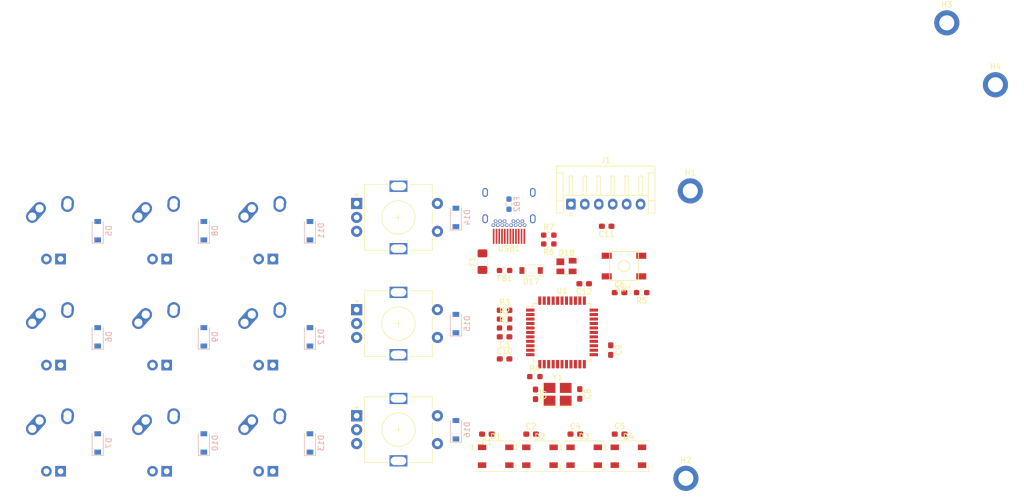
<source format=kicad_pcb>
(kicad_pcb (version 20171130) (host pcbnew "(5.1.12)-1")

  (general
    (thickness 1.6)
    (drawings 0)
    (tracks 0)
    (zones 0)
    (modules 61)
    (nets 71)
  )

  (page A4)
  (layers
    (0 F.Cu signal)
    (31 B.Cu signal)
    (32 B.Adhes user)
    (33 F.Adhes user)
    (34 B.Paste user)
    (35 F.Paste user)
    (36 B.SilkS user)
    (37 F.SilkS user)
    (38 B.Mask user)
    (39 F.Mask user)
    (40 Dwgs.User user)
    (41 Cmts.User user)
    (42 Eco1.User user)
    (43 Eco2.User user)
    (44 Edge.Cuts user)
    (45 Margin user)
    (46 B.CrtYd user)
    (47 F.CrtYd user)
    (48 B.Fab user)
    (49 F.Fab user)
  )

  (setup
    (last_trace_width 0.25)
    (trace_clearance 0.2)
    (zone_clearance 0.508)
    (zone_45_only no)
    (trace_min 0.2)
    (via_size 0.8)
    (via_drill 0.4)
    (via_min_size 0.4)
    (via_min_drill 0.3)
    (uvia_size 0.3)
    (uvia_drill 0.1)
    (uvias_allowed no)
    (uvia_min_size 0.2)
    (uvia_min_drill 0.1)
    (edge_width 0.05)
    (segment_width 0.2)
    (pcb_text_width 0.3)
    (pcb_text_size 1.5 1.5)
    (mod_edge_width 0.12)
    (mod_text_size 1 1)
    (mod_text_width 0.15)
    (pad_size 1.524 1.524)
    (pad_drill 0.762)
    (pad_to_mask_clearance 0)
    (aux_axis_origin 0 0)
    (visible_elements 7FFFFFFF)
    (pcbplotparams
      (layerselection 0x010fc_ffffffff)
      (usegerberextensions false)
      (usegerberattributes true)
      (usegerberadvancedattributes true)
      (creategerberjobfile true)
      (excludeedgelayer true)
      (linewidth 0.100000)
      (plotframeref false)
      (viasonmask false)
      (mode 1)
      (useauxorigin false)
      (hpglpennumber 1)
      (hpglpenspeed 20)
      (hpglpendiameter 15.000000)
      (psnegative false)
      (psa4output false)
      (plotreference true)
      (plotvalue true)
      (plotinvisibletext false)
      (padsonsilk false)
      (subtractmaskfromsilk false)
      (outputformat 1)
      (mirror false)
      (drillshape 1)
      (scaleselection 1)
      (outputdirectory ""))
  )

  (net 0 "")
  (net 1 +5V)
  (net 2 GND)
  (net 3 "Net-(C3-Pad1)")
  (net 4 "Net-(C6-Pad2)")
  (net 5 RST)
  (net 6 XTAL1)
  (net 7 XTAL2)
  (net 8 RGB11)
  (net 9 RGB)
  (net 10 RGB33)
  (net 11 RGB22)
  (net 12 "Net-(D4-Pad2)")
  (net 13 "Net-(D5-Pad2)")
  (net 14 ROW0)
  (net 15 "Net-(D6-Pad2)")
  (net 16 ROW1)
  (net 17 "Net-(D7-Pad2)")
  (net 18 ROW2)
  (net 19 "Net-(D8-Pad2)")
  (net 20 "Net-(D9-Pad2)")
  (net 21 "Net-(D10-Pad2)")
  (net 22 "Net-(D11-Pad2)")
  (net 23 "Net-(D12-Pad2)")
  (net 24 "Net-(D13-Pad2)")
  (net 25 "Net-(D14-Pad2)")
  (net 26 "Net-(D15-Pad2)")
  (net 27 "Net-(D16-Pad2)")
  (net 28 VCC)
  (net 29 D+)
  (net 30 D-)
  (net 31 PFuse)
  (net 32 "Net-(F1-Pad1)")
  (net 33 "Net-(FB2-Pad2)")
  (net 34 SCK)
  (net 35 MOSI)
  (net 36 MISO)
  (net 37 COL0)
  (net 38 COL1)
  (net 39 COL2)
  (net 40 "Net-(R1-Pad1)")
  (net 41 "Net-(R2-Pad2)")
  (net 42 "Net-(R3-Pad2)")
  (net 43 ENC1A)
  (net 44 ENC1B)
  (net 45 COL3)
  (net 46 ENC2A)
  (net 47 ENC2B)
  (net 48 ENC3A)
  (net 49 ENC3B)
  (net 50 "Net-(U1-Pad42)")
  (net 51 "Net-(U1-Pad41)")
  (net 52 "Net-(U1-Pad36)")
  (net 53 "Net-(U1-Pad33)")
  (net 54 "Net-(U1-Pad29)")
  (net 55 "Net-(U1-Pad28)")
  (net 56 "Net-(U1-Pad19)")
  (net 57 "Net-(U1-Pad12)")
  (net 58 "Net-(U1-Pad8)")
  (net 59 "Net-(R6-Pad2)")
  (net 60 "Net-(R7-Pad1)")
  (net 61 "Net-(USB1-Pad23)")
  (net 62 "Net-(USB1-Pad22)")
  (net 63 "Net-(USB1-Pad20)")
  (net 64 "Net-(USB1-Pad15)")
  (net 65 "Net-(USB1-Pad14)")
  (net 66 "Net-(USB1-Pad11)")
  (net 67 "Net-(USB1-Pad10)")
  (net 68 "Net-(USB1-Pad8)")
  (net 69 "Net-(USB1-Pad3)")
  (net 70 "Net-(USB1-Pad2)")

  (net_class Default "This is the default net class."
    (clearance 0.2)
    (trace_width 0.25)
    (via_dia 0.8)
    (via_drill 0.4)
    (uvia_dia 0.3)
    (uvia_drill 0.1)
    (add_net +5V)
    (add_net COL0)
    (add_net COL1)
    (add_net COL2)
    (add_net COL3)
    (add_net D+)
    (add_net D-)
    (add_net ENC1A)
    (add_net ENC1B)
    (add_net ENC2A)
    (add_net ENC2B)
    (add_net ENC3A)
    (add_net ENC3B)
    (add_net GND)
    (add_net MISO)
    (add_net MOSI)
    (add_net "Net-(C3-Pad1)")
    (add_net "Net-(C6-Pad2)")
    (add_net "Net-(D10-Pad2)")
    (add_net "Net-(D11-Pad2)")
    (add_net "Net-(D12-Pad2)")
    (add_net "Net-(D13-Pad2)")
    (add_net "Net-(D14-Pad2)")
    (add_net "Net-(D15-Pad2)")
    (add_net "Net-(D16-Pad2)")
    (add_net "Net-(D4-Pad2)")
    (add_net "Net-(D5-Pad2)")
    (add_net "Net-(D6-Pad2)")
    (add_net "Net-(D7-Pad2)")
    (add_net "Net-(D8-Pad2)")
    (add_net "Net-(D9-Pad2)")
    (add_net "Net-(F1-Pad1)")
    (add_net "Net-(FB2-Pad2)")
    (add_net "Net-(R1-Pad1)")
    (add_net "Net-(R2-Pad2)")
    (add_net "Net-(R3-Pad2)")
    (add_net "Net-(R6-Pad2)")
    (add_net "Net-(R7-Pad1)")
    (add_net "Net-(U1-Pad12)")
    (add_net "Net-(U1-Pad19)")
    (add_net "Net-(U1-Pad28)")
    (add_net "Net-(U1-Pad29)")
    (add_net "Net-(U1-Pad33)")
    (add_net "Net-(U1-Pad36)")
    (add_net "Net-(U1-Pad41)")
    (add_net "Net-(U1-Pad42)")
    (add_net "Net-(U1-Pad8)")
    (add_net "Net-(USB1-Pad10)")
    (add_net "Net-(USB1-Pad11)")
    (add_net "Net-(USB1-Pad14)")
    (add_net "Net-(USB1-Pad15)")
    (add_net "Net-(USB1-Pad2)")
    (add_net "Net-(USB1-Pad20)")
    (add_net "Net-(USB1-Pad22)")
    (add_net "Net-(USB1-Pad23)")
    (add_net "Net-(USB1-Pad3)")
    (add_net "Net-(USB1-Pad8)")
    (add_net PFuse)
    (add_net RGB)
    (add_net RGB11)
    (add_net RGB22)
    (add_net RGB33)
    (add_net ROW0)
    (add_net ROW1)
    (add_net ROW2)
    (add_net RST)
    (add_net SCK)
    (add_net VCC)
    (add_net XTAL1)
    (add_net XTAL2)
  )

  (module Type-C:Wurth-632723300011-HandSoldering (layer F.Cu) (tedit 5C42C6C7) (tstamp 61A763A7)
    (at 141.2875 63.5 180)
    (path /61ABE3A6)
    (attr smd)
    (fp_text reference USB1 (at 0 -13.5) (layer F.SilkS)
      (effects (font (size 1 1) (thickness 0.15)))
    )
    (fp_text value Wurth-632723300011 (at 0 1.9) (layer F.Fab)
      (effects (font (size 1 1) (thickness 0.15)))
    )
    (fp_line (start -4.37 -10.38) (end 4.37 -10.38) (layer Dwgs.User) (width 0.15))
    (fp_line (start 4.37 0.95) (end 4.37 -10.38) (layer Dwgs.User) (width 0.15))
    (fp_line (start -4.37 0.95) (end -4.37 -10.38) (layer Dwgs.User) (width 0.15))
    (fp_line (start -4.37 0.95) (end 4.37 0.95) (layer Dwgs.User) (width 0.15))
    (pad 26 thru_hole oval (at -4.27 -3.45 180) (size 1 1.6) (drill oval 0.6 1.2) (layers *.Cu B.Mask)
      (net 33 "Net-(FB2-Pad2)"))
    (pad 26 thru_hole oval (at -4.27 -8.18 180) (size 1 1.6) (drill oval 0.6 1.2) (layers *.Cu B.Mask)
      (net 33 "Net-(FB2-Pad2)"))
    (pad 26 thru_hole oval (at 4.27 -3.45 180) (size 1 1.6) (drill oval 0.6 1.2) (layers *.Cu B.Mask)
      (net 33 "Net-(FB2-Pad2)"))
    (pad 26 thru_hole oval (at 4.27 -8.18 180) (size 1 1.6) (drill oval 0.6 1.2) (layers *.Cu B.Mask)
      (net 33 "Net-(FB2-Pad2)"))
    (pad 25 thru_hole circle (at -2 -9.33 180) (size 0.65 0.65) (drill 0.4) (layers *.Cu B.Mask)
      (net 33 "Net-(FB2-Pad2)"))
    (pad 24 thru_hole circle (at -2.8 -9.33 180) (size 0.65 0.65) (drill 0.4) (layers *.Cu B.Mask)
      (net 2 GND))
    (pad 23 thru_hole circle (at -2.4 -8.63 180) (size 0.65 0.65) (drill 0.4) (layers *.Cu B.Mask)
      (net 61 "Net-(USB1-Pad23)"))
    (pad 22 thru_hole circle (at -1.6 -8.63 180) (size 0.65 0.65) (drill 0.4) (layers *.Cu B.Mask)
      (net 62 "Net-(USB1-Pad22)"))
    (pad 21 thru_hole circle (at -1.2 -9.33 180) (size 0.65 0.65) (drill 0.4) (layers *.Cu B.Mask)
      (net 31 PFuse))
    (pad 20 thru_hole circle (at -0.8 -8.62 180) (size 0.65 0.65) (drill 0.4) (layers *.Cu B.Mask)
      (net 63 "Net-(USB1-Pad20)"))
    (pad 19 thru_hole circle (at -0.4 -9.33 180) (size 0.65 0.65) (drill 0.4) (layers *.Cu B.Mask)
      (net 30 D-))
    (pad 18 thru_hole circle (at 0.4 -9.33 180) (size 0.65 0.65) (drill 0.4) (layers *.Cu B.Mask)
      (net 29 D+))
    (pad 17 thru_hole circle (at 0.8 -8.63 180) (size 0.65 0.65) (drill 0.4) (layers *.Cu B.Mask)
      (net 60 "Net-(R7-Pad1)"))
    (pad 16 thru_hole circle (at 1.2 -9.33 180) (size 0.65 0.65) (drill 0.4) (layers *.Cu B.Mask)
      (net 31 PFuse))
    (pad 15 thru_hole circle (at 1.6 -8.63 180) (size 0.65 0.65) (drill 0.4) (layers *.Cu B.Mask)
      (net 64 "Net-(USB1-Pad15)"))
    (pad 25 thru_hole circle (at 2 -9.33 180) (size 0.65 0.65) (drill 0.4) (layers *.Cu B.Mask)
      (net 33 "Net-(FB2-Pad2)"))
    (pad 14 thru_hole circle (at 2.4 -8.63 180) (size 0.65 0.65) (drill 0.4) (layers *.Cu B.Mask)
      (net 65 "Net-(USB1-Pad14)"))
    (pad 13 thru_hole circle (at 2.8 -9.33 180) (size 0.65 0.65) (drill 0.4) (layers *.Cu B.Mask)
      (net 2 GND))
    (pad 12 smd rect (at 2.75 -11.33 180) (size 0.3 2.7) (layers F.Cu F.Paste F.Mask)
      (net 2 GND))
    (pad 11 smd rect (at 2.25 -11.33 180) (size 0.3 2.7) (layers F.Cu F.Paste F.Mask)
      (net 66 "Net-(USB1-Pad11)"))
    (pad 10 smd rect (at 1.75 -11.33 180) (size 0.3 2.7) (layers F.Cu F.Paste F.Mask)
      (net 67 "Net-(USB1-Pad10)"))
    (pad 9 smd rect (at 1.25 -11.33 180) (size 0.3 2.7) (layers F.Cu F.Paste F.Mask)
      (net 31 PFuse))
    (pad 8 smd rect (at 0.75 -11.33 180) (size 0.3 2.7) (layers F.Cu F.Paste F.Mask)
      (net 68 "Net-(USB1-Pad8)"))
    (pad 7 smd rect (at 0.25 -11.33 180) (size 0.3 2.7) (layers F.Cu F.Paste F.Mask)
      (net 30 D-))
    (pad 6 smd rect (at -0.25 -11.33 180) (size 0.3 2.7) (layers F.Cu F.Paste F.Mask)
      (net 29 D+))
    (pad 5 smd rect (at -0.75 -11.33 180) (size 0.3 2.7) (layers F.Cu F.Paste F.Mask)
      (net 59 "Net-(R6-Pad2)"))
    (pad 4 smd rect (at -1.25 -11.33 180) (size 0.3 2.7) (layers F.Cu F.Paste F.Mask)
      (net 31 PFuse))
    (pad 3 smd rect (at -1.75 -11.33 180) (size 0.3 2.7) (layers F.Cu F.Paste F.Mask)
      (net 69 "Net-(USB1-Pad3)"))
    (pad 2 smd rect (at -2.25 -11.33 180) (size 0.3 2.7) (layers F.Cu F.Paste F.Mask)
      (net 70 "Net-(USB1-Pad2)"))
    (pad 1 smd rect (at -2.75 -11.33 180) (size 0.3 2.7) (layers F.Cu F.Paste F.Mask)
      (net 2 GND))
  )

  (module Crystal:Crystal_SMD_3225-4Pin_3.2x2.5mm_HandSoldering (layer F.Cu) (tedit 5A0FD1B2) (tstamp 619CF4EC)
    (at 150.01875 103.1875)
    (descr "SMD Crystal SERIES SMD3225/4 http://www.txccrystal.com/images/pdf/7m-accuracy.pdf, hand-soldering, 3.2x2.5mm^2 package")
    (tags "SMD SMT crystal hand-soldering")
    (path /619D9ABF)
    (attr smd)
    (fp_text reference Y1 (at 0 -3.05) (layer F.SilkS)
      (effects (font (size 1 1) (thickness 0.15)))
    )
    (fp_text value 16MHz (at 0 3.05) (layer F.Fab)
      (effects (font (size 1 1) (thickness 0.15)))
    )
    (fp_line (start -1.6 -1.25) (end -1.6 1.25) (layer F.Fab) (width 0.1))
    (fp_line (start -1.6 1.25) (end 1.6 1.25) (layer F.Fab) (width 0.1))
    (fp_line (start 1.6 1.25) (end 1.6 -1.25) (layer F.Fab) (width 0.1))
    (fp_line (start 1.6 -1.25) (end -1.6 -1.25) (layer F.Fab) (width 0.1))
    (fp_line (start -1.6 0.25) (end -0.6 1.25) (layer F.Fab) (width 0.1))
    (fp_line (start -2.7 -2.25) (end -2.7 2.25) (layer F.SilkS) (width 0.12))
    (fp_line (start -2.7 2.25) (end 2.7 2.25) (layer F.SilkS) (width 0.12))
    (fp_line (start -2.8 -2.3) (end -2.8 2.3) (layer F.CrtYd) (width 0.05))
    (fp_line (start -2.8 2.3) (end 2.8 2.3) (layer F.CrtYd) (width 0.05))
    (fp_line (start 2.8 2.3) (end 2.8 -2.3) (layer F.CrtYd) (width 0.05))
    (fp_line (start 2.8 -2.3) (end -2.8 -2.3) (layer F.CrtYd) (width 0.05))
    (fp_text user %R (at 0 0) (layer F.Fab)
      (effects (font (size 0.7 0.7) (thickness 0.105)))
    )
    (pad 4 smd rect (at -1.45 -1.15) (size 2.1 1.8) (layers F.Cu F.Paste F.Mask)
      (net 2 GND))
    (pad 3 smd rect (at 1.45 -1.15) (size 2.1 1.8) (layers F.Cu F.Paste F.Mask)
      (net 7 XTAL2))
    (pad 2 smd rect (at 1.45 1.15) (size 2.1 1.8) (layers F.Cu F.Paste F.Mask)
      (net 2 GND))
    (pad 1 smd rect (at -1.45 1.15) (size 2.1 1.8) (layers F.Cu F.Paste F.Mask)
      (net 6 XTAL1))
    (model ${KISYS3DMOD}/Crystal.3dshapes/Crystal_SMD_3225-4Pin_3.2x2.5mm_HandSoldering.wrl
      (at (xyz 0 0 0))
      (scale (xyz 1 1 1))
      (rotate (xyz 0 0 0))
    )
  )

  (module Package_QFP:TQFP-44_10x10mm_P0.8mm (layer F.Cu) (tedit 5A02F146) (tstamp 619CF4D8)
    (at 150.8125 92.075)
    (descr "44-Lead Plastic Thin Quad Flatpack (PT) - 10x10x1.0 mm Body [TQFP] (see Microchip Packaging Specification 00000049BS.pdf)")
    (tags "QFP 0.8")
    (path /619C56A6)
    (attr smd)
    (fp_text reference U1 (at 0 -7.45) (layer F.SilkS)
      (effects (font (size 1 1) (thickness 0.15)))
    )
    (fp_text value ATmega32U4-AU (at 0 7.45) (layer F.Fab)
      (effects (font (size 1 1) (thickness 0.15)))
    )
    (fp_line (start -4 -5) (end 5 -5) (layer F.Fab) (width 0.15))
    (fp_line (start 5 -5) (end 5 5) (layer F.Fab) (width 0.15))
    (fp_line (start 5 5) (end -5 5) (layer F.Fab) (width 0.15))
    (fp_line (start -5 5) (end -5 -4) (layer F.Fab) (width 0.15))
    (fp_line (start -5 -4) (end -4 -5) (layer F.Fab) (width 0.15))
    (fp_line (start -6.7 -6.7) (end -6.7 6.7) (layer F.CrtYd) (width 0.05))
    (fp_line (start 6.7 -6.7) (end 6.7 6.7) (layer F.CrtYd) (width 0.05))
    (fp_line (start -6.7 -6.7) (end 6.7 -6.7) (layer F.CrtYd) (width 0.05))
    (fp_line (start -6.7 6.7) (end 6.7 6.7) (layer F.CrtYd) (width 0.05))
    (fp_line (start -5.175 -5.175) (end -5.175 -4.6) (layer F.SilkS) (width 0.15))
    (fp_line (start 5.175 -5.175) (end 5.175 -4.5) (layer F.SilkS) (width 0.15))
    (fp_line (start 5.175 5.175) (end 5.175 4.5) (layer F.SilkS) (width 0.15))
    (fp_line (start -5.175 5.175) (end -5.175 4.5) (layer F.SilkS) (width 0.15))
    (fp_line (start -5.175 -5.175) (end -4.5 -5.175) (layer F.SilkS) (width 0.15))
    (fp_line (start -5.175 5.175) (end -4.5 5.175) (layer F.SilkS) (width 0.15))
    (fp_line (start 5.175 5.175) (end 4.5 5.175) (layer F.SilkS) (width 0.15))
    (fp_line (start 5.175 -5.175) (end 4.5 -5.175) (layer F.SilkS) (width 0.15))
    (fp_line (start -5.175 -4.6) (end -6.45 -4.6) (layer F.SilkS) (width 0.15))
    (fp_text user %R (at 0 0) (layer F.Fab)
      (effects (font (size 1 1) (thickness 0.15)))
    )
    (pad 44 smd rect (at -4 -5.7 90) (size 1.5 0.55) (layers F.Cu F.Paste F.Mask)
      (net 1 +5V))
    (pad 43 smd rect (at -3.2 -5.7 90) (size 1.5 0.55) (layers F.Cu F.Paste F.Mask)
      (net 2 GND))
    (pad 42 smd rect (at -2.4 -5.7 90) (size 1.5 0.55) (layers F.Cu F.Paste F.Mask)
      (net 50 "Net-(U1-Pad42)"))
    (pad 41 smd rect (at -1.6 -5.7 90) (size 1.5 0.55) (layers F.Cu F.Paste F.Mask)
      (net 51 "Net-(U1-Pad41)"))
    (pad 40 smd rect (at -0.8 -5.7 90) (size 1.5 0.55) (layers F.Cu F.Paste F.Mask)
      (net 37 COL0))
    (pad 39 smd rect (at 0 -5.7 90) (size 1.5 0.55) (layers F.Cu F.Paste F.Mask)
      (net 38 COL1))
    (pad 38 smd rect (at 0.8 -5.7 90) (size 1.5 0.55) (layers F.Cu F.Paste F.Mask)
      (net 39 COL2))
    (pad 37 smd rect (at 1.6 -5.7 90) (size 1.5 0.55) (layers F.Cu F.Paste F.Mask)
      (net 45 COL3))
    (pad 36 smd rect (at 2.4 -5.7 90) (size 1.5 0.55) (layers F.Cu F.Paste F.Mask)
      (net 52 "Net-(U1-Pad36)"))
    (pad 35 smd rect (at 3.2 -5.7 90) (size 1.5 0.55) (layers F.Cu F.Paste F.Mask)
      (net 2 GND))
    (pad 34 smd rect (at 4 -5.7 90) (size 1.5 0.55) (layers F.Cu F.Paste F.Mask)
      (net 1 +5V))
    (pad 33 smd rect (at 5.7 -4) (size 1.5 0.55) (layers F.Cu F.Paste F.Mask)
      (net 53 "Net-(U1-Pad33)"))
    (pad 32 smd rect (at 5.7 -3.2) (size 1.5 0.55) (layers F.Cu F.Paste F.Mask)
      (net 14 ROW0))
    (pad 31 smd rect (at 5.7 -2.4) (size 1.5 0.55) (layers F.Cu F.Paste F.Mask)
      (net 16 ROW1))
    (pad 30 smd rect (at 5.7 -1.6) (size 1.5 0.55) (layers F.Cu F.Paste F.Mask)
      (net 18 ROW2))
    (pad 29 smd rect (at 5.7 -0.8) (size 1.5 0.55) (layers F.Cu F.Paste F.Mask)
      (net 54 "Net-(U1-Pad29)"))
    (pad 28 smd rect (at 5.7 0) (size 1.5 0.55) (layers F.Cu F.Paste F.Mask)
      (net 55 "Net-(U1-Pad28)"))
    (pad 27 smd rect (at 5.7 0.8) (size 1.5 0.55) (layers F.Cu F.Paste F.Mask)
      (net 49 ENC3B))
    (pad 26 smd rect (at 5.7 1.6) (size 1.5 0.55) (layers F.Cu F.Paste F.Mask)
      (net 48 ENC3A))
    (pad 25 smd rect (at 5.7 2.4) (size 1.5 0.55) (layers F.Cu F.Paste F.Mask)
      (net 46 ENC2A))
    (pad 24 smd rect (at 5.7 3.2) (size 1.5 0.55) (layers F.Cu F.Paste F.Mask)
      (net 1 +5V))
    (pad 23 smd rect (at 5.7 4) (size 1.5 0.55) (layers F.Cu F.Paste F.Mask)
      (net 2 GND))
    (pad 22 smd rect (at 4 5.7 90) (size 1.5 0.55) (layers F.Cu F.Paste F.Mask)
      (net 47 ENC2B))
    (pad 21 smd rect (at 3.2 5.7 90) (size 1.5 0.55) (layers F.Cu F.Paste F.Mask)
      (net 44 ENC1B))
    (pad 20 smd rect (at 2.4 5.7 90) (size 1.5 0.55) (layers F.Cu F.Paste F.Mask)
      (net 43 ENC1A))
    (pad 19 smd rect (at 1.6 5.7 90) (size 1.5 0.55) (layers F.Cu F.Paste F.Mask)
      (net 56 "Net-(U1-Pad19)"))
    (pad 18 smd rect (at 0.8 5.7 90) (size 1.5 0.55) (layers F.Cu F.Paste F.Mask)
      (net 9 RGB))
    (pad 17 smd rect (at 0 5.7 90) (size 1.5 0.55) (layers F.Cu F.Paste F.Mask)
      (net 6 XTAL1))
    (pad 16 smd rect (at -0.8 5.7 90) (size 1.5 0.55) (layers F.Cu F.Paste F.Mask)
      (net 7 XTAL2))
    (pad 15 smd rect (at -1.6 5.7 90) (size 1.5 0.55) (layers F.Cu F.Paste F.Mask)
      (net 2 GND))
    (pad 14 smd rect (at -2.4 5.7 90) (size 1.5 0.55) (layers F.Cu F.Paste F.Mask)
      (net 1 +5V))
    (pad 13 smd rect (at -3.2 5.7 90) (size 1.5 0.55) (layers F.Cu F.Paste F.Mask)
      (net 5 RST))
    (pad 12 smd rect (at -4 5.7 90) (size 1.5 0.55) (layers F.Cu F.Paste F.Mask)
      (net 57 "Net-(U1-Pad12)"))
    (pad 11 smd rect (at -5.7 4) (size 1.5 0.55) (layers F.Cu F.Paste F.Mask)
      (net 36 MISO))
    (pad 10 smd rect (at -5.7 3.2) (size 1.5 0.55) (layers F.Cu F.Paste F.Mask)
      (net 35 MOSI))
    (pad 9 smd rect (at -5.7 2.4) (size 1.5 0.55) (layers F.Cu F.Paste F.Mask)
      (net 34 SCK))
    (pad 8 smd rect (at -5.7 1.6) (size 1.5 0.55) (layers F.Cu F.Paste F.Mask)
      (net 58 "Net-(U1-Pad8)"))
    (pad 7 smd rect (at -5.7 0.8) (size 1.5 0.55) (layers F.Cu F.Paste F.Mask)
      (net 1 +5V))
    (pad 6 smd rect (at -5.7 0) (size 1.5 0.55) (layers F.Cu F.Paste F.Mask)
      (net 3 "Net-(C3-Pad1)"))
    (pad 5 smd rect (at -5.7 -0.8) (size 1.5 0.55) (layers F.Cu F.Paste F.Mask)
      (net 2 GND))
    (pad 4 smd rect (at -5.7 -1.6) (size 1.5 0.55) (layers F.Cu F.Paste F.Mask)
      (net 40 "Net-(R1-Pad1)"))
    (pad 3 smd rect (at -5.7 -2.4) (size 1.5 0.55) (layers F.Cu F.Paste F.Mask)
      (net 41 "Net-(R2-Pad2)"))
    (pad 2 smd rect (at -5.7 -3.2) (size 1.5 0.55) (layers F.Cu F.Paste F.Mask)
      (net 1 +5V))
    (pad 1 smd rect (at -5.7 -4) (size 1.5 0.55) (layers F.Cu F.Paste F.Mask)
      (net 42 "Net-(R3-Pad2)"))
    (model ${KISYS3DMOD}/Package_QFP.3dshapes/TQFP-44_10x10mm_P0.8mm.wrl
      (at (xyz 0 0 0))
      (scale (xyz 1 1 1))
      (rotate (xyz 0 0 0))
    )
  )

  (module Keebio-Parts:RotaryEncoder_EC11 (layer F.Cu) (tedit 5D936EDB) (tstamp 619CF495)
    (at 121.44375 109.5375)
    (descr "Alps rotary encoder, EC12E... with switch, vertical shaft, http://www.alps.com/prod/info/E/HTML/Encoder/Incremental/EC11/EC11E15204A3.html")
    (tags "rotary encoder")
    (path /61BCFF5D)
    (fp_text reference SW4 (at -4.7 -7.2) (layer F.Fab)
      (effects (font (size 1 1) (thickness 0.15)))
    )
    (fp_text value Rotary_Encoder_Switch (at 0 7.9) (layer F.Fab)
      (effects (font (size 1 1) (thickness 0.15)))
    )
    (fp_circle (center 0 0) (end 3 0) (layer F.Fab) (width 0.12))
    (fp_circle (center 0 0) (end 3 0) (layer F.SilkS) (width 0.12))
    (fp_line (start 8.5 7.1) (end -9 7.1) (layer F.CrtYd) (width 0.05))
    (fp_line (start 8.5 7.1) (end 8.5 -7.1) (layer F.CrtYd) (width 0.05))
    (fp_line (start -9 -7.1) (end -9 7.1) (layer F.CrtYd) (width 0.05))
    (fp_line (start -9 -7.1) (end 8.5 -7.1) (layer F.CrtYd) (width 0.05))
    (fp_line (start -5 -5.8) (end 6 -5.8) (layer F.Fab) (width 0.12))
    (fp_line (start 6 -5.8) (end 6 5.8) (layer F.Fab) (width 0.12))
    (fp_line (start 6 5.8) (end -6 5.8) (layer F.Fab) (width 0.12))
    (fp_line (start -6 5.8) (end -6 -4.7) (layer F.Fab) (width 0.12))
    (fp_line (start -6 -4.7) (end -5 -5.8) (layer F.Fab) (width 0.12))
    (fp_line (start 2 -5.9) (end 6.1 -5.9) (layer F.SilkS) (width 0.12))
    (fp_line (start 6.1 5.9) (end 2 5.9) (layer F.SilkS) (width 0.12))
    (fp_line (start -2 5.9) (end -6.1 5.9) (layer F.SilkS) (width 0.12))
    (fp_line (start -2 -5.9) (end -6.1 -5.9) (layer F.SilkS) (width 0.12))
    (fp_line (start -6.1 -5.9) (end -6.1 5.9) (layer F.SilkS) (width 0.12))
    (fp_line (start -7.5 -3.8) (end -7.8 -4.1) (layer F.SilkS) (width 0.12))
    (fp_line (start -7.8 -4.1) (end -7.2 -4.1) (layer F.SilkS) (width 0.12))
    (fp_line (start -7.2 -4.1) (end -7.5 -3.8) (layer F.SilkS) (width 0.12))
    (fp_line (start 0 -3) (end 0 3) (layer F.Fab) (width 0.12))
    (fp_line (start -3 0) (end 3 0) (layer F.Fab) (width 0.12))
    (fp_line (start 6.1 -5.9) (end 6.1 -3.5) (layer F.SilkS) (width 0.12))
    (fp_line (start 6.1 -1.3) (end 6.1 1.3) (layer F.SilkS) (width 0.12))
    (fp_line (start 6.1 3.5) (end 6.1 5.9) (layer F.SilkS) (width 0.12))
    (fp_line (start 0 -0.5) (end 0 0.5) (layer F.SilkS) (width 0.12))
    (fp_line (start -0.5 0) (end 0.5 0) (layer F.SilkS) (width 0.12))
    (fp_text user %R (at 3.6 3.8) (layer F.Fab)
      (effects (font (size 1 1) (thickness 0.15)))
    )
    (pad A thru_hole rect (at -7.5 -2.5) (size 2 2) (drill 1) (layers *.Cu *.Mask)
      (net 48 ENC3A))
    (pad C thru_hole circle (at -7.5 0) (size 2 2) (drill 1) (layers *.Cu *.Mask)
      (net 2 GND))
    (pad B thru_hole circle (at -7.5 2.5) (size 2 2) (drill 1) (layers *.Cu *.Mask)
      (net 49 ENC3B))
    (pad "" np_thru_hole rect (at 0 -5.6) (size 3.2 2) (drill oval 2.8 1.5) (layers *.Cu *.Mask))
    (pad "" np_thru_hole rect (at 0 5.6) (size 3.2 2) (drill oval 2.8 1.5) (layers *.Cu *.Mask))
    (pad S2 thru_hole circle (at 7 -2.5) (size 2 2) (drill 1) (layers *.Cu *.Mask)
      (net 27 "Net-(D16-Pad2)"))
    (pad S1 thru_hole circle (at 7 2.5) (size 2 2) (drill 1) (layers *.Cu *.Mask)
      (net 45 COL3))
    (model ${KISYS3DMOD}/Rotary_Encoder.3dshapes/RotaryEncoder_Alps_EC11E-Switch_Vertical_H20mm.wrl
      (at (xyz 0 0 0))
      (scale (xyz 1 1 1))
      (rotate (xyz 0 0 0))
    )
  )

  (module Keebio-Parts:RotaryEncoder_EC11 (layer F.Cu) (tedit 5D936EDB) (tstamp 619CF46F)
    (at 121.44375 90.4875)
    (descr "Alps rotary encoder, EC12E... with switch, vertical shaft, http://www.alps.com/prod/info/E/HTML/Encoder/Incremental/EC11/EC11E15204A3.html")
    (tags "rotary encoder")
    (path /61BC6675)
    (fp_text reference SW3 (at -4.7 -7.2) (layer F.Fab)
      (effects (font (size 1 1) (thickness 0.15)))
    )
    (fp_text value Rotary_Encoder_Switch (at 0 7.9) (layer F.Fab)
      (effects (font (size 1 1) (thickness 0.15)))
    )
    (fp_circle (center 0 0) (end 3 0) (layer F.Fab) (width 0.12))
    (fp_circle (center 0 0) (end 3 0) (layer F.SilkS) (width 0.12))
    (fp_line (start 8.5 7.1) (end -9 7.1) (layer F.CrtYd) (width 0.05))
    (fp_line (start 8.5 7.1) (end 8.5 -7.1) (layer F.CrtYd) (width 0.05))
    (fp_line (start -9 -7.1) (end -9 7.1) (layer F.CrtYd) (width 0.05))
    (fp_line (start -9 -7.1) (end 8.5 -7.1) (layer F.CrtYd) (width 0.05))
    (fp_line (start -5 -5.8) (end 6 -5.8) (layer F.Fab) (width 0.12))
    (fp_line (start 6 -5.8) (end 6 5.8) (layer F.Fab) (width 0.12))
    (fp_line (start 6 5.8) (end -6 5.8) (layer F.Fab) (width 0.12))
    (fp_line (start -6 5.8) (end -6 -4.7) (layer F.Fab) (width 0.12))
    (fp_line (start -6 -4.7) (end -5 -5.8) (layer F.Fab) (width 0.12))
    (fp_line (start 2 -5.9) (end 6.1 -5.9) (layer F.SilkS) (width 0.12))
    (fp_line (start 6.1 5.9) (end 2 5.9) (layer F.SilkS) (width 0.12))
    (fp_line (start -2 5.9) (end -6.1 5.9) (layer F.SilkS) (width 0.12))
    (fp_line (start -2 -5.9) (end -6.1 -5.9) (layer F.SilkS) (width 0.12))
    (fp_line (start -6.1 -5.9) (end -6.1 5.9) (layer F.SilkS) (width 0.12))
    (fp_line (start -7.5 -3.8) (end -7.8 -4.1) (layer F.SilkS) (width 0.12))
    (fp_line (start -7.8 -4.1) (end -7.2 -4.1) (layer F.SilkS) (width 0.12))
    (fp_line (start -7.2 -4.1) (end -7.5 -3.8) (layer F.SilkS) (width 0.12))
    (fp_line (start 0 -3) (end 0 3) (layer F.Fab) (width 0.12))
    (fp_line (start -3 0) (end 3 0) (layer F.Fab) (width 0.12))
    (fp_line (start 6.1 -5.9) (end 6.1 -3.5) (layer F.SilkS) (width 0.12))
    (fp_line (start 6.1 -1.3) (end 6.1 1.3) (layer F.SilkS) (width 0.12))
    (fp_line (start 6.1 3.5) (end 6.1 5.9) (layer F.SilkS) (width 0.12))
    (fp_line (start 0 -0.5) (end 0 0.5) (layer F.SilkS) (width 0.12))
    (fp_line (start -0.5 0) (end 0.5 0) (layer F.SilkS) (width 0.12))
    (fp_text user %R (at 3.6 3.8) (layer F.Fab)
      (effects (font (size 1 1) (thickness 0.15)))
    )
    (pad A thru_hole rect (at -7.5 -2.5) (size 2 2) (drill 1) (layers *.Cu *.Mask)
      (net 46 ENC2A))
    (pad C thru_hole circle (at -7.5 0) (size 2 2) (drill 1) (layers *.Cu *.Mask)
      (net 2 GND))
    (pad B thru_hole circle (at -7.5 2.5) (size 2 2) (drill 1) (layers *.Cu *.Mask)
      (net 47 ENC2B))
    (pad "" np_thru_hole rect (at 0 -5.6) (size 3.2 2) (drill oval 2.8 1.5) (layers *.Cu *.Mask))
    (pad "" np_thru_hole rect (at 0 5.6) (size 3.2 2) (drill oval 2.8 1.5) (layers *.Cu *.Mask))
    (pad S2 thru_hole circle (at 7 -2.5) (size 2 2) (drill 1) (layers *.Cu *.Mask)
      (net 26 "Net-(D15-Pad2)"))
    (pad S1 thru_hole circle (at 7 2.5) (size 2 2) (drill 1) (layers *.Cu *.Mask)
      (net 45 COL3))
    (model ${KISYS3DMOD}/Rotary_Encoder.3dshapes/RotaryEncoder_Alps_EC11E-Switch_Vertical_H20mm.wrl
      (at (xyz 0 0 0))
      (scale (xyz 1 1 1))
      (rotate (xyz 0 0 0))
    )
  )

  (module Keebio-Parts:RotaryEncoder_EC11 (layer F.Cu) (tedit 5D936EDB) (tstamp 619CF449)
    (at 121.44375 71.4375)
    (descr "Alps rotary encoder, EC12E... with switch, vertical shaft, http://www.alps.com/prod/info/E/HTML/Encoder/Incremental/EC11/EC11E15204A3.html")
    (tags "rotary encoder")
    (path /61BB5384)
    (fp_text reference SW2 (at -4.7 -7.2) (layer F.Fab)
      (effects (font (size 1 1) (thickness 0.15)))
    )
    (fp_text value Rotary_Encoder_Switch (at 0 7.9) (layer F.Fab)
      (effects (font (size 1 1) (thickness 0.15)))
    )
    (fp_circle (center 0 0) (end 3 0) (layer F.Fab) (width 0.12))
    (fp_circle (center 0 0) (end 3 0) (layer F.SilkS) (width 0.12))
    (fp_line (start 8.5 7.1) (end -9 7.1) (layer F.CrtYd) (width 0.05))
    (fp_line (start 8.5 7.1) (end 8.5 -7.1) (layer F.CrtYd) (width 0.05))
    (fp_line (start -9 -7.1) (end -9 7.1) (layer F.CrtYd) (width 0.05))
    (fp_line (start -9 -7.1) (end 8.5 -7.1) (layer F.CrtYd) (width 0.05))
    (fp_line (start -5 -5.8) (end 6 -5.8) (layer F.Fab) (width 0.12))
    (fp_line (start 6 -5.8) (end 6 5.8) (layer F.Fab) (width 0.12))
    (fp_line (start 6 5.8) (end -6 5.8) (layer F.Fab) (width 0.12))
    (fp_line (start -6 5.8) (end -6 -4.7) (layer F.Fab) (width 0.12))
    (fp_line (start -6 -4.7) (end -5 -5.8) (layer F.Fab) (width 0.12))
    (fp_line (start 2 -5.9) (end 6.1 -5.9) (layer F.SilkS) (width 0.12))
    (fp_line (start 6.1 5.9) (end 2 5.9) (layer F.SilkS) (width 0.12))
    (fp_line (start -2 5.9) (end -6.1 5.9) (layer F.SilkS) (width 0.12))
    (fp_line (start -2 -5.9) (end -6.1 -5.9) (layer F.SilkS) (width 0.12))
    (fp_line (start -6.1 -5.9) (end -6.1 5.9) (layer F.SilkS) (width 0.12))
    (fp_line (start -7.5 -3.8) (end -7.8 -4.1) (layer F.SilkS) (width 0.12))
    (fp_line (start -7.8 -4.1) (end -7.2 -4.1) (layer F.SilkS) (width 0.12))
    (fp_line (start -7.2 -4.1) (end -7.5 -3.8) (layer F.SilkS) (width 0.12))
    (fp_line (start 0 -3) (end 0 3) (layer F.Fab) (width 0.12))
    (fp_line (start -3 0) (end 3 0) (layer F.Fab) (width 0.12))
    (fp_line (start 6.1 -5.9) (end 6.1 -3.5) (layer F.SilkS) (width 0.12))
    (fp_line (start 6.1 -1.3) (end 6.1 1.3) (layer F.SilkS) (width 0.12))
    (fp_line (start 6.1 3.5) (end 6.1 5.9) (layer F.SilkS) (width 0.12))
    (fp_line (start 0 -0.5) (end 0 0.5) (layer F.SilkS) (width 0.12))
    (fp_line (start -0.5 0) (end 0.5 0) (layer F.SilkS) (width 0.12))
    (fp_text user %R (at 3.6 3.8) (layer F.Fab)
      (effects (font (size 1 1) (thickness 0.15)))
    )
    (pad A thru_hole rect (at -7.5 -2.5) (size 2 2) (drill 1) (layers *.Cu *.Mask)
      (net 43 ENC1A))
    (pad C thru_hole circle (at -7.5 0) (size 2 2) (drill 1) (layers *.Cu *.Mask)
      (net 2 GND))
    (pad B thru_hole circle (at -7.5 2.5) (size 2 2) (drill 1) (layers *.Cu *.Mask)
      (net 44 ENC1B))
    (pad "" np_thru_hole rect (at 0 -5.6) (size 3.2 2) (drill oval 2.8 1.5) (layers *.Cu *.Mask))
    (pad "" np_thru_hole rect (at 0 5.6) (size 3.2 2) (drill oval 2.8 1.5) (layers *.Cu *.Mask))
    (pad S2 thru_hole circle (at 7 -2.5) (size 2 2) (drill 1) (layers *.Cu *.Mask)
      (net 25 "Net-(D14-Pad2)"))
    (pad S1 thru_hole circle (at 7 2.5) (size 2 2) (drill 1) (layers *.Cu *.Mask)
      (net 45 COL3))
    (model ${KISYS3DMOD}/Rotary_Encoder.3dshapes/RotaryEncoder_Alps_EC11E-Switch_Vertical_H20mm.wrl
      (at (xyz 0 0 0))
      (scale (xyz 1 1 1))
      (rotate (xyz 0 0 0))
    )
  )

  (module random-keyboard-parts:SKQG-1155865 (layer F.Cu) (tedit 5E62B398) (tstamp 619CF423)
    (at 161.925 80.16875)
    (path /619F3E1F)
    (attr smd)
    (fp_text reference SW1 (at 0 4.064) (layer F.SilkS)
      (effects (font (size 1 1) (thickness 0.15)))
    )
    (fp_text value SW_Push (at 0 -4.064) (layer F.Fab)
      (effects (font (size 1 1) (thickness 0.15)))
    )
    (fp_line (start -2.6 1.1) (end -1.1 2.6) (layer F.Fab) (width 0.15))
    (fp_line (start 2.6 1.1) (end 1.1 2.6) (layer F.Fab) (width 0.15))
    (fp_line (start 2.6 -1.1) (end 1.1 -2.6) (layer F.Fab) (width 0.15))
    (fp_line (start -2.6 -1.1) (end -1.1 -2.6) (layer F.Fab) (width 0.15))
    (fp_circle (center 0 0) (end 1 0) (layer F.Fab) (width 0.15))
    (fp_line (start -4.2 -1.1) (end -4.2 -2.6) (layer F.Fab) (width 0.15))
    (fp_line (start -2.6 -1.1) (end -4.2 -1.1) (layer F.Fab) (width 0.15))
    (fp_line (start -2.6 1.1) (end -2.6 -1.1) (layer F.Fab) (width 0.15))
    (fp_line (start -4.2 1.1) (end -2.6 1.1) (layer F.Fab) (width 0.15))
    (fp_line (start -4.2 2.6) (end -4.2 1.1) (layer F.Fab) (width 0.15))
    (fp_line (start 4.2 2.6) (end -4.2 2.6) (layer F.Fab) (width 0.15))
    (fp_line (start 4.2 1.1) (end 4.2 2.6) (layer F.Fab) (width 0.15))
    (fp_line (start 2.6 1.1) (end 4.2 1.1) (layer F.Fab) (width 0.15))
    (fp_line (start 2.6 -1.1) (end 2.6 1.1) (layer F.Fab) (width 0.15))
    (fp_line (start 4.2 -1.1) (end 2.6 -1.1) (layer F.Fab) (width 0.15))
    (fp_line (start 4.2 -2.6) (end 4.2 -1.2) (layer F.Fab) (width 0.15))
    (fp_line (start -4.2 -2.6) (end 4.2 -2.6) (layer F.Fab) (width 0.15))
    (fp_circle (center 0 0) (end 1 0) (layer F.SilkS) (width 0.15))
    (fp_line (start -2.6 2.6) (end -2.6 -2.6) (layer F.SilkS) (width 0.15))
    (fp_line (start 2.6 2.6) (end -2.6 2.6) (layer F.SilkS) (width 0.15))
    (fp_line (start 2.6 -2.6) (end 2.6 2.6) (layer F.SilkS) (width 0.15))
    (fp_line (start -2.6 -2.6) (end 2.6 -2.6) (layer F.SilkS) (width 0.15))
    (pad 4 smd rect (at -3.1 1.85) (size 1.8 1.1) (layers F.Cu F.Paste F.Mask))
    (pad 3 smd rect (at 3.1 -1.85) (size 1.8 1.1) (layers F.Cu F.Paste F.Mask))
    (pad 2 smd rect (at -3.1 -1.85) (size 1.8 1.1) (layers F.Cu F.Paste F.Mask)
      (net 5 RST))
    (pad 1 smd rect (at 3.1 1.85) (size 1.8 1.1) (layers F.Cu F.Paste F.Mask)
      (net 4 "Net-(C6-Pad2)"))
    (model ${KISYS3DMOD}/Button_Switch_SMD.3dshapes/SW_SPST_TL3342.step
      (at (xyz 0 0 0))
      (scale (xyz 1 1 1))
      (rotate (xyz 0 0 0))
    )
  )

  (module Resistor_SMD:R_0603_1608Metric_Pad0.98x0.95mm_HandSolder (layer F.Cu) (tedit 5F68FEEE) (tstamp 619CF405)
    (at 148.43125 74.6125)
    (descr "Resistor SMD 0603 (1608 Metric), square (rectangular) end terminal, IPC_7351 nominal with elongated pad for handsoldering. (Body size source: IPC-SM-782 page 72, https://www.pcb-3d.com/wordpress/wp-content/uploads/ipc-sm-782a_amendment_1_and_2.pdf), generated with kicad-footprint-generator")
    (tags "resistor handsolder")
    (path /61A03003)
    (attr smd)
    (fp_text reference R7 (at 0 -1.43) (layer F.SilkS)
      (effects (font (size 1 1) (thickness 0.15)))
    )
    (fp_text value 10k (at 0 1.43) (layer F.Fab)
      (effects (font (size 1 1) (thickness 0.15)))
    )
    (fp_line (start -0.8 0.4125) (end -0.8 -0.4125) (layer F.Fab) (width 0.1))
    (fp_line (start -0.8 -0.4125) (end 0.8 -0.4125) (layer F.Fab) (width 0.1))
    (fp_line (start 0.8 -0.4125) (end 0.8 0.4125) (layer F.Fab) (width 0.1))
    (fp_line (start 0.8 0.4125) (end -0.8 0.4125) (layer F.Fab) (width 0.1))
    (fp_line (start -0.254724 -0.5225) (end 0.254724 -0.5225) (layer F.SilkS) (width 0.12))
    (fp_line (start -0.254724 0.5225) (end 0.254724 0.5225) (layer F.SilkS) (width 0.12))
    (fp_line (start -1.65 0.73) (end -1.65 -0.73) (layer F.CrtYd) (width 0.05))
    (fp_line (start -1.65 -0.73) (end 1.65 -0.73) (layer F.CrtYd) (width 0.05))
    (fp_line (start 1.65 -0.73) (end 1.65 0.73) (layer F.CrtYd) (width 0.05))
    (fp_line (start 1.65 0.73) (end -1.65 0.73) (layer F.CrtYd) (width 0.05))
    (fp_text user %R (at 0 0) (layer F.Fab)
      (effects (font (size 0.4 0.4) (thickness 0.06)))
    )
    (pad 2 smd roundrect (at 0.9125 0) (size 0.975 0.95) (layers F.Cu F.Paste F.Mask) (roundrect_rratio 0.25)
      (net 2 GND))
    (pad 1 smd roundrect (at -0.9125 0) (size 0.975 0.95) (layers F.Cu F.Paste F.Mask) (roundrect_rratio 0.25)
      (net 60 "Net-(R7-Pad1)"))
    (model ${KISYS3DMOD}/Resistor_SMD.3dshapes/R_0603_1608Metric.wrl
      (at (xyz 0 0 0))
      (scale (xyz 1 1 1))
      (rotate (xyz 0 0 0))
    )
  )

  (module Resistor_SMD:R_0603_1608Metric_Pad0.98x0.95mm_HandSolder (layer F.Cu) (tedit 5F68FEEE) (tstamp 619CF3F4)
    (at 148.43125 76.2 180)
    (descr "Resistor SMD 0603 (1608 Metric), square (rectangular) end terminal, IPC_7351 nominal with elongated pad for handsoldering. (Body size source: IPC-SM-782 page 72, https://www.pcb-3d.com/wordpress/wp-content/uploads/ipc-sm-782a_amendment_1_and_2.pdf), generated with kicad-footprint-generator")
    (tags "resistor handsolder")
    (path /61A025B0)
    (attr smd)
    (fp_text reference R6 (at 0 -1.43) (layer F.SilkS)
      (effects (font (size 1 1) (thickness 0.15)))
    )
    (fp_text value 10k (at 0 1.43) (layer F.Fab)
      (effects (font (size 1 1) (thickness 0.15)))
    )
    (fp_line (start -0.8 0.4125) (end -0.8 -0.4125) (layer F.Fab) (width 0.1))
    (fp_line (start -0.8 -0.4125) (end 0.8 -0.4125) (layer F.Fab) (width 0.1))
    (fp_line (start 0.8 -0.4125) (end 0.8 0.4125) (layer F.Fab) (width 0.1))
    (fp_line (start 0.8 0.4125) (end -0.8 0.4125) (layer F.Fab) (width 0.1))
    (fp_line (start -0.254724 -0.5225) (end 0.254724 -0.5225) (layer F.SilkS) (width 0.12))
    (fp_line (start -0.254724 0.5225) (end 0.254724 0.5225) (layer F.SilkS) (width 0.12))
    (fp_line (start -1.65 0.73) (end -1.65 -0.73) (layer F.CrtYd) (width 0.05))
    (fp_line (start -1.65 -0.73) (end 1.65 -0.73) (layer F.CrtYd) (width 0.05))
    (fp_line (start 1.65 -0.73) (end 1.65 0.73) (layer F.CrtYd) (width 0.05))
    (fp_line (start 1.65 0.73) (end -1.65 0.73) (layer F.CrtYd) (width 0.05))
    (fp_text user %R (at 0 0) (layer F.Fab)
      (effects (font (size 0.4 0.4) (thickness 0.06)))
    )
    (pad 2 smd roundrect (at 0.9125 0 180) (size 0.975 0.95) (layers F.Cu F.Paste F.Mask) (roundrect_rratio 0.25)
      (net 59 "Net-(R6-Pad2)"))
    (pad 1 smd roundrect (at -0.9125 0 180) (size 0.975 0.95) (layers F.Cu F.Paste F.Mask) (roundrect_rratio 0.25)
      (net 2 GND))
    (model ${KISYS3DMOD}/Resistor_SMD.3dshapes/R_0603_1608Metric.wrl
      (at (xyz 0 0 0))
      (scale (xyz 1 1 1))
      (rotate (xyz 0 0 0))
    )
  )

  (module Resistor_SMD:R_0603_1608Metric_Pad0.98x0.95mm_HandSolder (layer F.Cu) (tedit 5F68FEEE) (tstamp 619CF3E3)
    (at 165.1 84.93125 180)
    (descr "Resistor SMD 0603 (1608 Metric), square (rectangular) end terminal, IPC_7351 nominal with elongated pad for handsoldering. (Body size source: IPC-SM-782 page 72, https://www.pcb-3d.com/wordpress/wp-content/uploads/ipc-sm-782a_amendment_1_and_2.pdf), generated with kicad-footprint-generator")
    (tags "resistor handsolder")
    (path /61A611F0)
    (attr smd)
    (fp_text reference R5 (at 0 -1.43) (layer F.SilkS)
      (effects (font (size 1 1) (thickness 0.15)))
    )
    (fp_text value 330 (at 0 1.43) (layer F.Fab)
      (effects (font (size 1 1) (thickness 0.15)))
    )
    (fp_line (start -0.8 0.4125) (end -0.8 -0.4125) (layer F.Fab) (width 0.1))
    (fp_line (start -0.8 -0.4125) (end 0.8 -0.4125) (layer F.Fab) (width 0.1))
    (fp_line (start 0.8 -0.4125) (end 0.8 0.4125) (layer F.Fab) (width 0.1))
    (fp_line (start 0.8 0.4125) (end -0.8 0.4125) (layer F.Fab) (width 0.1))
    (fp_line (start -0.254724 -0.5225) (end 0.254724 -0.5225) (layer F.SilkS) (width 0.12))
    (fp_line (start -0.254724 0.5225) (end 0.254724 0.5225) (layer F.SilkS) (width 0.12))
    (fp_line (start -1.65 0.73) (end -1.65 -0.73) (layer F.CrtYd) (width 0.05))
    (fp_line (start -1.65 -0.73) (end 1.65 -0.73) (layer F.CrtYd) (width 0.05))
    (fp_line (start 1.65 -0.73) (end 1.65 0.73) (layer F.CrtYd) (width 0.05))
    (fp_line (start 1.65 0.73) (end -1.65 0.73) (layer F.CrtYd) (width 0.05))
    (fp_text user %R (at 0 0) (layer F.Fab)
      (effects (font (size 0.4 0.4) (thickness 0.06)))
    )
    (pad 2 smd roundrect (at 0.9125 0 180) (size 0.975 0.95) (layers F.Cu F.Paste F.Mask) (roundrect_rratio 0.25)
      (net 4 "Net-(C6-Pad2)"))
    (pad 1 smd roundrect (at -0.9125 0 180) (size 0.975 0.95) (layers F.Cu F.Paste F.Mask) (roundrect_rratio 0.25)
      (net 2 GND))
    (model ${KISYS3DMOD}/Resistor_SMD.3dshapes/R_0603_1608Metric.wrl
      (at (xyz 0 0 0))
      (scale (xyz 1 1 1))
      (rotate (xyz 0 0 0))
    )
  )

  (module Resistor_SMD:R_0603_1608Metric_Pad0.98x0.95mm_HandSolder (layer F.Cu) (tedit 5F68FEEE) (tstamp 619CF3D2)
    (at 145.93125 100.0125)
    (descr "Resistor SMD 0603 (1608 Metric), square (rectangular) end terminal, IPC_7351 nominal with elongated pad for handsoldering. (Body size source: IPC-SM-782 page 72, https://www.pcb-3d.com/wordpress/wp-content/uploads/ipc-sm-782a_amendment_1_and_2.pdf), generated with kicad-footprint-generator")
    (tags "resistor handsolder")
    (path /619F6F3A)
    (attr smd)
    (fp_text reference R4 (at 0 -1.43) (layer F.SilkS)
      (effects (font (size 1 1) (thickness 0.15)))
    )
    (fp_text value 10k (at 0 1.43) (layer F.Fab)
      (effects (font (size 1 1) (thickness 0.15)))
    )
    (fp_line (start -0.8 0.4125) (end -0.8 -0.4125) (layer F.Fab) (width 0.1))
    (fp_line (start -0.8 -0.4125) (end 0.8 -0.4125) (layer F.Fab) (width 0.1))
    (fp_line (start 0.8 -0.4125) (end 0.8 0.4125) (layer F.Fab) (width 0.1))
    (fp_line (start 0.8 0.4125) (end -0.8 0.4125) (layer F.Fab) (width 0.1))
    (fp_line (start -0.254724 -0.5225) (end 0.254724 -0.5225) (layer F.SilkS) (width 0.12))
    (fp_line (start -0.254724 0.5225) (end 0.254724 0.5225) (layer F.SilkS) (width 0.12))
    (fp_line (start -1.65 0.73) (end -1.65 -0.73) (layer F.CrtYd) (width 0.05))
    (fp_line (start -1.65 -0.73) (end 1.65 -0.73) (layer F.CrtYd) (width 0.05))
    (fp_line (start 1.65 -0.73) (end 1.65 0.73) (layer F.CrtYd) (width 0.05))
    (fp_line (start 1.65 0.73) (end -1.65 0.73) (layer F.CrtYd) (width 0.05))
    (fp_text user %R (at 0 0) (layer F.Fab)
      (effects (font (size 0.4 0.4) (thickness 0.06)))
    )
    (pad 2 smd roundrect (at 0.9125 0) (size 0.975 0.95) (layers F.Cu F.Paste F.Mask) (roundrect_rratio 0.25)
      (net 1 +5V))
    (pad 1 smd roundrect (at -0.9125 0) (size 0.975 0.95) (layers F.Cu F.Paste F.Mask) (roundrect_rratio 0.25)
      (net 5 RST))
    (model ${KISYS3DMOD}/Resistor_SMD.3dshapes/R_0603_1608Metric.wrl
      (at (xyz 0 0 0))
      (scale (xyz 1 1 1))
      (rotate (xyz 0 0 0))
    )
  )

  (module Resistor_SMD:R_0603_1608Metric_Pad0.98x0.95mm_HandSolder (layer F.Cu) (tedit 5F68FEEE) (tstamp 619CF3C1)
    (at 140.49375 88.10625)
    (descr "Resistor SMD 0603 (1608 Metric), square (rectangular) end terminal, IPC_7351 nominal with elongated pad for handsoldering. (Body size source: IPC-SM-782 page 72, https://www.pcb-3d.com/wordpress/wp-content/uploads/ipc-sm-782a_amendment_1_and_2.pdf), generated with kicad-footprint-generator")
    (tags "resistor handsolder")
    (path /619CCC2E)
    (attr smd)
    (fp_text reference R3 (at 0 -1.43) (layer F.SilkS)
      (effects (font (size 1 1) (thickness 0.15)))
    )
    (fp_text value 10k (at 0 1.43) (layer F.Fab)
      (effects (font (size 1 1) (thickness 0.15)))
    )
    (fp_line (start -0.8 0.4125) (end -0.8 -0.4125) (layer F.Fab) (width 0.1))
    (fp_line (start -0.8 -0.4125) (end 0.8 -0.4125) (layer F.Fab) (width 0.1))
    (fp_line (start 0.8 -0.4125) (end 0.8 0.4125) (layer F.Fab) (width 0.1))
    (fp_line (start 0.8 0.4125) (end -0.8 0.4125) (layer F.Fab) (width 0.1))
    (fp_line (start -0.254724 -0.5225) (end 0.254724 -0.5225) (layer F.SilkS) (width 0.12))
    (fp_line (start -0.254724 0.5225) (end 0.254724 0.5225) (layer F.SilkS) (width 0.12))
    (fp_line (start -1.65 0.73) (end -1.65 -0.73) (layer F.CrtYd) (width 0.05))
    (fp_line (start -1.65 -0.73) (end 1.65 -0.73) (layer F.CrtYd) (width 0.05))
    (fp_line (start 1.65 -0.73) (end 1.65 0.73) (layer F.CrtYd) (width 0.05))
    (fp_line (start 1.65 0.73) (end -1.65 0.73) (layer F.CrtYd) (width 0.05))
    (fp_text user %R (at 0 0) (layer F.Fab)
      (effects (font (size 0.4 0.4) (thickness 0.06)))
    )
    (pad 2 smd roundrect (at 0.9125 0) (size 0.975 0.95) (layers F.Cu F.Paste F.Mask) (roundrect_rratio 0.25)
      (net 42 "Net-(R3-Pad2)"))
    (pad 1 smd roundrect (at -0.9125 0) (size 0.975 0.95) (layers F.Cu F.Paste F.Mask) (roundrect_rratio 0.25)
      (net 2 GND))
    (model ${KISYS3DMOD}/Resistor_SMD.3dshapes/R_0603_1608Metric.wrl
      (at (xyz 0 0 0))
      (scale (xyz 1 1 1))
      (rotate (xyz 0 0 0))
    )
  )

  (module Resistor_SMD:R_0603_1608Metric_Pad0.98x0.95mm_HandSolder (layer F.Cu) (tedit 5F68FEEE) (tstamp 619CF3B0)
    (at 140.49375 89.69375)
    (descr "Resistor SMD 0603 (1608 Metric), square (rectangular) end terminal, IPC_7351 nominal with elongated pad for handsoldering. (Body size source: IPC-SM-782 page 72, https://www.pcb-3d.com/wordpress/wp-content/uploads/ipc-sm-782a_amendment_1_and_2.pdf), generated with kicad-footprint-generator")
    (tags "resistor handsolder")
    (path /619D0AEA)
    (attr smd)
    (fp_text reference R2 (at 0 -1.43) (layer F.SilkS)
      (effects (font (size 1 1) (thickness 0.15)))
    )
    (fp_text value 22 (at 0 1.43) (layer F.Fab)
      (effects (font (size 1 1) (thickness 0.15)))
    )
    (fp_line (start -0.8 0.4125) (end -0.8 -0.4125) (layer F.Fab) (width 0.1))
    (fp_line (start -0.8 -0.4125) (end 0.8 -0.4125) (layer F.Fab) (width 0.1))
    (fp_line (start 0.8 -0.4125) (end 0.8 0.4125) (layer F.Fab) (width 0.1))
    (fp_line (start 0.8 0.4125) (end -0.8 0.4125) (layer F.Fab) (width 0.1))
    (fp_line (start -0.254724 -0.5225) (end 0.254724 -0.5225) (layer F.SilkS) (width 0.12))
    (fp_line (start -0.254724 0.5225) (end 0.254724 0.5225) (layer F.SilkS) (width 0.12))
    (fp_line (start -1.65 0.73) (end -1.65 -0.73) (layer F.CrtYd) (width 0.05))
    (fp_line (start -1.65 -0.73) (end 1.65 -0.73) (layer F.CrtYd) (width 0.05))
    (fp_line (start 1.65 -0.73) (end 1.65 0.73) (layer F.CrtYd) (width 0.05))
    (fp_line (start 1.65 0.73) (end -1.65 0.73) (layer F.CrtYd) (width 0.05))
    (fp_text user %R (at 0 0) (layer F.Fab)
      (effects (font (size 0.4 0.4) (thickness 0.06)))
    )
    (pad 2 smd roundrect (at 0.9125 0) (size 0.975 0.95) (layers F.Cu F.Paste F.Mask) (roundrect_rratio 0.25)
      (net 41 "Net-(R2-Pad2)"))
    (pad 1 smd roundrect (at -0.9125 0) (size 0.975 0.95) (layers F.Cu F.Paste F.Mask) (roundrect_rratio 0.25)
      (net 30 D-))
    (model ${KISYS3DMOD}/Resistor_SMD.3dshapes/R_0603_1608Metric.wrl
      (at (xyz 0 0 0))
      (scale (xyz 1 1 1))
      (rotate (xyz 0 0 0))
    )
  )

  (module Resistor_SMD:R_0603_1608Metric_Pad0.98x0.95mm_HandSolder (layer F.Cu) (tedit 5F68FEEE) (tstamp 619CF39F)
    (at 140.49375 91.28125)
    (descr "Resistor SMD 0603 (1608 Metric), square (rectangular) end terminal, IPC_7351 nominal with elongated pad for handsoldering. (Body size source: IPC-SM-782 page 72, https://www.pcb-3d.com/wordpress/wp-content/uploads/ipc-sm-782a_amendment_1_and_2.pdf), generated with kicad-footprint-generator")
    (tags "resistor handsolder")
    (path /619CFDC0)
    (attr smd)
    (fp_text reference R1 (at 0 -1.43) (layer F.SilkS)
      (effects (font (size 1 1) (thickness 0.15)))
    )
    (fp_text value 22 (at 0 1.43) (layer F.Fab)
      (effects (font (size 1 1) (thickness 0.15)))
    )
    (fp_line (start -0.8 0.4125) (end -0.8 -0.4125) (layer F.Fab) (width 0.1))
    (fp_line (start -0.8 -0.4125) (end 0.8 -0.4125) (layer F.Fab) (width 0.1))
    (fp_line (start 0.8 -0.4125) (end 0.8 0.4125) (layer F.Fab) (width 0.1))
    (fp_line (start 0.8 0.4125) (end -0.8 0.4125) (layer F.Fab) (width 0.1))
    (fp_line (start -0.254724 -0.5225) (end 0.254724 -0.5225) (layer F.SilkS) (width 0.12))
    (fp_line (start -0.254724 0.5225) (end 0.254724 0.5225) (layer F.SilkS) (width 0.12))
    (fp_line (start -1.65 0.73) (end -1.65 -0.73) (layer F.CrtYd) (width 0.05))
    (fp_line (start -1.65 -0.73) (end 1.65 -0.73) (layer F.CrtYd) (width 0.05))
    (fp_line (start 1.65 -0.73) (end 1.65 0.73) (layer F.CrtYd) (width 0.05))
    (fp_line (start 1.65 0.73) (end -1.65 0.73) (layer F.CrtYd) (width 0.05))
    (fp_text user %R (at 0 0) (layer F.Fab)
      (effects (font (size 0.4 0.4) (thickness 0.06)))
    )
    (pad 2 smd roundrect (at 0.9125 0) (size 0.975 0.95) (layers F.Cu F.Paste F.Mask) (roundrect_rratio 0.25)
      (net 29 D+))
    (pad 1 smd roundrect (at -0.9125 0) (size 0.975 0.95) (layers F.Cu F.Paste F.Mask) (roundrect_rratio 0.25)
      (net 40 "Net-(R1-Pad1)"))
    (model ${KISYS3DMOD}/Resistor_SMD.3dshapes/R_0603_1608Metric.wrl
      (at (xyz 0 0 0))
      (scale (xyz 1 1 1))
      (rotate (xyz 0 0 0))
    )
  )

  (module MX_Alps_Hybrid:MX-1U (layer F.Cu) (tedit 5A9F3A9A) (tstamp 619CF38E)
    (at 97.63125 111.91875)
    (path /61B01A05)
    (fp_text reference MX9 (at 0 3.175) (layer Dwgs.User)
      (effects (font (size 1 1) (thickness 0.15)))
    )
    (fp_text value MX-NoLED (at 0 -7.9375) (layer Dwgs.User)
      (effects (font (size 1 1) (thickness 0.15)))
    )
    (fp_line (start 5 -7) (end 7 -7) (layer Dwgs.User) (width 0.15))
    (fp_line (start 7 -7) (end 7 -5) (layer Dwgs.User) (width 0.15))
    (fp_line (start 5 7) (end 7 7) (layer Dwgs.User) (width 0.15))
    (fp_line (start 7 7) (end 7 5) (layer Dwgs.User) (width 0.15))
    (fp_line (start -7 5) (end -7 7) (layer Dwgs.User) (width 0.15))
    (fp_line (start -7 7) (end -5 7) (layer Dwgs.User) (width 0.15))
    (fp_line (start -5 -7) (end -7 -7) (layer Dwgs.User) (width 0.15))
    (fp_line (start -7 -7) (end -7 -5) (layer Dwgs.User) (width 0.15))
    (fp_line (start -9.525 -9.525) (end 9.525 -9.525) (layer Dwgs.User) (width 0.15))
    (fp_line (start 9.525 -9.525) (end 9.525 9.525) (layer Dwgs.User) (width 0.15))
    (fp_line (start 9.525 9.525) (end -9.525 9.525) (layer Dwgs.User) (width 0.15))
    (fp_line (start -9.525 9.525) (end -9.525 -9.525) (layer Dwgs.User) (width 0.15))
    (pad "" np_thru_hole circle (at 5.08 0 48.0996) (size 1.75 1.75) (drill 1.75) (layers *.Cu *.Mask))
    (pad "" np_thru_hole circle (at -5.08 0 48.0996) (size 1.75 1.75) (drill 1.75) (layers *.Cu *.Mask))
    (pad 4 thru_hole rect (at 1.27 5.08) (size 1.905 1.905) (drill 1.04) (layers *.Cu B.Mask))
    (pad 3 thru_hole circle (at -1.27 5.08) (size 1.905 1.905) (drill 1.04) (layers *.Cu B.Mask))
    (pad 1 thru_hole circle (at -2.5 -4) (size 2.25 2.25) (drill 1.47) (layers *.Cu B.Mask)
      (net 39 COL2))
    (pad "" np_thru_hole circle (at 0 0) (size 3.9878 3.9878) (drill 3.9878) (layers *.Cu *.Mask))
    (pad 1 thru_hole oval (at -3.81 -2.54 48.0996) (size 4.211556 2.25) (drill 1.47 (offset 0.980778 0)) (layers *.Cu B.Mask)
      (net 39 COL2))
    (pad 2 thru_hole circle (at 2.54 -5.08) (size 2.25 2.25) (drill 1.47) (layers *.Cu B.Mask)
      (net 24 "Net-(D13-Pad2)"))
    (pad 2 thru_hole oval (at 2.5 -4.5 86.0548) (size 2.831378 2.25) (drill 1.47 (offset 0.290689 0)) (layers *.Cu B.Mask)
      (net 24 "Net-(D13-Pad2)"))
  )

  (module MX_Alps_Hybrid:MX-1U (layer F.Cu) (tedit 5A9F3A9A) (tstamp 619CF375)
    (at 97.63125 92.86875)
    (path /61AFED2A)
    (fp_text reference MX8 (at 0 3.175) (layer Dwgs.User)
      (effects (font (size 1 1) (thickness 0.15)))
    )
    (fp_text value MX-NoLED (at 0 -7.9375) (layer Dwgs.User)
      (effects (font (size 1 1) (thickness 0.15)))
    )
    (fp_line (start 5 -7) (end 7 -7) (layer Dwgs.User) (width 0.15))
    (fp_line (start 7 -7) (end 7 -5) (layer Dwgs.User) (width 0.15))
    (fp_line (start 5 7) (end 7 7) (layer Dwgs.User) (width 0.15))
    (fp_line (start 7 7) (end 7 5) (layer Dwgs.User) (width 0.15))
    (fp_line (start -7 5) (end -7 7) (layer Dwgs.User) (width 0.15))
    (fp_line (start -7 7) (end -5 7) (layer Dwgs.User) (width 0.15))
    (fp_line (start -5 -7) (end -7 -7) (layer Dwgs.User) (width 0.15))
    (fp_line (start -7 -7) (end -7 -5) (layer Dwgs.User) (width 0.15))
    (fp_line (start -9.525 -9.525) (end 9.525 -9.525) (layer Dwgs.User) (width 0.15))
    (fp_line (start 9.525 -9.525) (end 9.525 9.525) (layer Dwgs.User) (width 0.15))
    (fp_line (start 9.525 9.525) (end -9.525 9.525) (layer Dwgs.User) (width 0.15))
    (fp_line (start -9.525 9.525) (end -9.525 -9.525) (layer Dwgs.User) (width 0.15))
    (pad "" np_thru_hole circle (at 5.08 0 48.0996) (size 1.75 1.75) (drill 1.75) (layers *.Cu *.Mask))
    (pad "" np_thru_hole circle (at -5.08 0 48.0996) (size 1.75 1.75) (drill 1.75) (layers *.Cu *.Mask))
    (pad 4 thru_hole rect (at 1.27 5.08) (size 1.905 1.905) (drill 1.04) (layers *.Cu B.Mask))
    (pad 3 thru_hole circle (at -1.27 5.08) (size 1.905 1.905) (drill 1.04) (layers *.Cu B.Mask))
    (pad 1 thru_hole circle (at -2.5 -4) (size 2.25 2.25) (drill 1.47) (layers *.Cu B.Mask)
      (net 39 COL2))
    (pad "" np_thru_hole circle (at 0 0) (size 3.9878 3.9878) (drill 3.9878) (layers *.Cu *.Mask))
    (pad 1 thru_hole oval (at -3.81 -2.54 48.0996) (size 4.211556 2.25) (drill 1.47 (offset 0.980778 0)) (layers *.Cu B.Mask)
      (net 39 COL2))
    (pad 2 thru_hole circle (at 2.54 -5.08) (size 2.25 2.25) (drill 1.47) (layers *.Cu B.Mask)
      (net 23 "Net-(D12-Pad2)"))
    (pad 2 thru_hole oval (at 2.5 -4.5 86.0548) (size 2.831378 2.25) (drill 1.47 (offset 0.290689 0)) (layers *.Cu B.Mask)
      (net 23 "Net-(D12-Pad2)"))
  )

  (module MX_Alps_Hybrid:MX-1U (layer F.Cu) (tedit 5A9F3A9A) (tstamp 619CF35C)
    (at 97.63125 73.81875)
    (path /61AE5DAC)
    (fp_text reference MX7 (at 0 3.175) (layer Dwgs.User)
      (effects (font (size 1 1) (thickness 0.15)))
    )
    (fp_text value MX-NoLED (at 0 -7.9375) (layer Dwgs.User)
      (effects (font (size 1 1) (thickness 0.15)))
    )
    (fp_line (start 5 -7) (end 7 -7) (layer Dwgs.User) (width 0.15))
    (fp_line (start 7 -7) (end 7 -5) (layer Dwgs.User) (width 0.15))
    (fp_line (start 5 7) (end 7 7) (layer Dwgs.User) (width 0.15))
    (fp_line (start 7 7) (end 7 5) (layer Dwgs.User) (width 0.15))
    (fp_line (start -7 5) (end -7 7) (layer Dwgs.User) (width 0.15))
    (fp_line (start -7 7) (end -5 7) (layer Dwgs.User) (width 0.15))
    (fp_line (start -5 -7) (end -7 -7) (layer Dwgs.User) (width 0.15))
    (fp_line (start -7 -7) (end -7 -5) (layer Dwgs.User) (width 0.15))
    (fp_line (start -9.525 -9.525) (end 9.525 -9.525) (layer Dwgs.User) (width 0.15))
    (fp_line (start 9.525 -9.525) (end 9.525 9.525) (layer Dwgs.User) (width 0.15))
    (fp_line (start 9.525 9.525) (end -9.525 9.525) (layer Dwgs.User) (width 0.15))
    (fp_line (start -9.525 9.525) (end -9.525 -9.525) (layer Dwgs.User) (width 0.15))
    (pad "" np_thru_hole circle (at 5.08 0 48.0996) (size 1.75 1.75) (drill 1.75) (layers *.Cu *.Mask))
    (pad "" np_thru_hole circle (at -5.08 0 48.0996) (size 1.75 1.75) (drill 1.75) (layers *.Cu *.Mask))
    (pad 4 thru_hole rect (at 1.27 5.08) (size 1.905 1.905) (drill 1.04) (layers *.Cu B.Mask))
    (pad 3 thru_hole circle (at -1.27 5.08) (size 1.905 1.905) (drill 1.04) (layers *.Cu B.Mask))
    (pad 1 thru_hole circle (at -2.5 -4) (size 2.25 2.25) (drill 1.47) (layers *.Cu B.Mask)
      (net 39 COL2))
    (pad "" np_thru_hole circle (at 0 0) (size 3.9878 3.9878) (drill 3.9878) (layers *.Cu *.Mask))
    (pad 1 thru_hole oval (at -3.81 -2.54 48.0996) (size 4.211556 2.25) (drill 1.47 (offset 0.980778 0)) (layers *.Cu B.Mask)
      (net 39 COL2))
    (pad 2 thru_hole circle (at 2.54 -5.08) (size 2.25 2.25) (drill 1.47) (layers *.Cu B.Mask)
      (net 22 "Net-(D11-Pad2)"))
    (pad 2 thru_hole oval (at 2.5 -4.5 86.0548) (size 2.831378 2.25) (drill 1.47 (offset 0.290689 0)) (layers *.Cu B.Mask)
      (net 22 "Net-(D11-Pad2)"))
  )

  (module MX_Alps_Hybrid:MX-1U (layer F.Cu) (tedit 5A9F3A9A) (tstamp 619CF343)
    (at 78.58125 111.91875)
    (path /61B019FF)
    (fp_text reference MX6 (at 0 3.175) (layer Dwgs.User)
      (effects (font (size 1 1) (thickness 0.15)))
    )
    (fp_text value MX-NoLED (at 0 -7.9375) (layer Dwgs.User)
      (effects (font (size 1 1) (thickness 0.15)))
    )
    (fp_line (start 5 -7) (end 7 -7) (layer Dwgs.User) (width 0.15))
    (fp_line (start 7 -7) (end 7 -5) (layer Dwgs.User) (width 0.15))
    (fp_line (start 5 7) (end 7 7) (layer Dwgs.User) (width 0.15))
    (fp_line (start 7 7) (end 7 5) (layer Dwgs.User) (width 0.15))
    (fp_line (start -7 5) (end -7 7) (layer Dwgs.User) (width 0.15))
    (fp_line (start -7 7) (end -5 7) (layer Dwgs.User) (width 0.15))
    (fp_line (start -5 -7) (end -7 -7) (layer Dwgs.User) (width 0.15))
    (fp_line (start -7 -7) (end -7 -5) (layer Dwgs.User) (width 0.15))
    (fp_line (start -9.525 -9.525) (end 9.525 -9.525) (layer Dwgs.User) (width 0.15))
    (fp_line (start 9.525 -9.525) (end 9.525 9.525) (layer Dwgs.User) (width 0.15))
    (fp_line (start 9.525 9.525) (end -9.525 9.525) (layer Dwgs.User) (width 0.15))
    (fp_line (start -9.525 9.525) (end -9.525 -9.525) (layer Dwgs.User) (width 0.15))
    (pad "" np_thru_hole circle (at 5.08 0 48.0996) (size 1.75 1.75) (drill 1.75) (layers *.Cu *.Mask))
    (pad "" np_thru_hole circle (at -5.08 0 48.0996) (size 1.75 1.75) (drill 1.75) (layers *.Cu *.Mask))
    (pad 4 thru_hole rect (at 1.27 5.08) (size 1.905 1.905) (drill 1.04) (layers *.Cu B.Mask))
    (pad 3 thru_hole circle (at -1.27 5.08) (size 1.905 1.905) (drill 1.04) (layers *.Cu B.Mask))
    (pad 1 thru_hole circle (at -2.5 -4) (size 2.25 2.25) (drill 1.47) (layers *.Cu B.Mask)
      (net 38 COL1))
    (pad "" np_thru_hole circle (at 0 0) (size 3.9878 3.9878) (drill 3.9878) (layers *.Cu *.Mask))
    (pad 1 thru_hole oval (at -3.81 -2.54 48.0996) (size 4.211556 2.25) (drill 1.47 (offset 0.980778 0)) (layers *.Cu B.Mask)
      (net 38 COL1))
    (pad 2 thru_hole circle (at 2.54 -5.08) (size 2.25 2.25) (drill 1.47) (layers *.Cu B.Mask)
      (net 21 "Net-(D10-Pad2)"))
    (pad 2 thru_hole oval (at 2.5 -4.5 86.0548) (size 2.831378 2.25) (drill 1.47 (offset 0.290689 0)) (layers *.Cu B.Mask)
      (net 21 "Net-(D10-Pad2)"))
  )

  (module MX_Alps_Hybrid:MX-1U (layer F.Cu) (tedit 5A9F3A9A) (tstamp 619CF32A)
    (at 78.58125 92.86875)
    (path /61AFED24)
    (fp_text reference MX5 (at 0 3.175) (layer Dwgs.User)
      (effects (font (size 1 1) (thickness 0.15)))
    )
    (fp_text value MX-NoLED (at 0 -7.9375) (layer Dwgs.User)
      (effects (font (size 1 1) (thickness 0.15)))
    )
    (fp_line (start 5 -7) (end 7 -7) (layer Dwgs.User) (width 0.15))
    (fp_line (start 7 -7) (end 7 -5) (layer Dwgs.User) (width 0.15))
    (fp_line (start 5 7) (end 7 7) (layer Dwgs.User) (width 0.15))
    (fp_line (start 7 7) (end 7 5) (layer Dwgs.User) (width 0.15))
    (fp_line (start -7 5) (end -7 7) (layer Dwgs.User) (width 0.15))
    (fp_line (start -7 7) (end -5 7) (layer Dwgs.User) (width 0.15))
    (fp_line (start -5 -7) (end -7 -7) (layer Dwgs.User) (width 0.15))
    (fp_line (start -7 -7) (end -7 -5) (layer Dwgs.User) (width 0.15))
    (fp_line (start -9.525 -9.525) (end 9.525 -9.525) (layer Dwgs.User) (width 0.15))
    (fp_line (start 9.525 -9.525) (end 9.525 9.525) (layer Dwgs.User) (width 0.15))
    (fp_line (start 9.525 9.525) (end -9.525 9.525) (layer Dwgs.User) (width 0.15))
    (fp_line (start -9.525 9.525) (end -9.525 -9.525) (layer Dwgs.User) (width 0.15))
    (pad "" np_thru_hole circle (at 5.08 0 48.0996) (size 1.75 1.75) (drill 1.75) (layers *.Cu *.Mask))
    (pad "" np_thru_hole circle (at -5.08 0 48.0996) (size 1.75 1.75) (drill 1.75) (layers *.Cu *.Mask))
    (pad 4 thru_hole rect (at 1.27 5.08) (size 1.905 1.905) (drill 1.04) (layers *.Cu B.Mask))
    (pad 3 thru_hole circle (at -1.27 5.08) (size 1.905 1.905) (drill 1.04) (layers *.Cu B.Mask))
    (pad 1 thru_hole circle (at -2.5 -4) (size 2.25 2.25) (drill 1.47) (layers *.Cu B.Mask)
      (net 38 COL1))
    (pad "" np_thru_hole circle (at 0 0) (size 3.9878 3.9878) (drill 3.9878) (layers *.Cu *.Mask))
    (pad 1 thru_hole oval (at -3.81 -2.54 48.0996) (size 4.211556 2.25) (drill 1.47 (offset 0.980778 0)) (layers *.Cu B.Mask)
      (net 38 COL1))
    (pad 2 thru_hole circle (at 2.54 -5.08) (size 2.25 2.25) (drill 1.47) (layers *.Cu B.Mask)
      (net 20 "Net-(D9-Pad2)"))
    (pad 2 thru_hole oval (at 2.5 -4.5 86.0548) (size 2.831378 2.25) (drill 1.47 (offset 0.290689 0)) (layers *.Cu B.Mask)
      (net 20 "Net-(D9-Pad2)"))
  )

  (module MX_Alps_Hybrid:MX-1U (layer F.Cu) (tedit 5A9F3A9A) (tstamp 619CF311)
    (at 78.58125 73.81875)
    (path /61AE5224)
    (fp_text reference MX4 (at 0 3.175) (layer Dwgs.User)
      (effects (font (size 1 1) (thickness 0.15)))
    )
    (fp_text value MX-NoLED (at 0 -7.9375) (layer Dwgs.User)
      (effects (font (size 1 1) (thickness 0.15)))
    )
    (fp_line (start 5 -7) (end 7 -7) (layer Dwgs.User) (width 0.15))
    (fp_line (start 7 -7) (end 7 -5) (layer Dwgs.User) (width 0.15))
    (fp_line (start 5 7) (end 7 7) (layer Dwgs.User) (width 0.15))
    (fp_line (start 7 7) (end 7 5) (layer Dwgs.User) (width 0.15))
    (fp_line (start -7 5) (end -7 7) (layer Dwgs.User) (width 0.15))
    (fp_line (start -7 7) (end -5 7) (layer Dwgs.User) (width 0.15))
    (fp_line (start -5 -7) (end -7 -7) (layer Dwgs.User) (width 0.15))
    (fp_line (start -7 -7) (end -7 -5) (layer Dwgs.User) (width 0.15))
    (fp_line (start -9.525 -9.525) (end 9.525 -9.525) (layer Dwgs.User) (width 0.15))
    (fp_line (start 9.525 -9.525) (end 9.525 9.525) (layer Dwgs.User) (width 0.15))
    (fp_line (start 9.525 9.525) (end -9.525 9.525) (layer Dwgs.User) (width 0.15))
    (fp_line (start -9.525 9.525) (end -9.525 -9.525) (layer Dwgs.User) (width 0.15))
    (pad "" np_thru_hole circle (at 5.08 0 48.0996) (size 1.75 1.75) (drill 1.75) (layers *.Cu *.Mask))
    (pad "" np_thru_hole circle (at -5.08 0 48.0996) (size 1.75 1.75) (drill 1.75) (layers *.Cu *.Mask))
    (pad 4 thru_hole rect (at 1.27 5.08) (size 1.905 1.905) (drill 1.04) (layers *.Cu B.Mask))
    (pad 3 thru_hole circle (at -1.27 5.08) (size 1.905 1.905) (drill 1.04) (layers *.Cu B.Mask))
    (pad 1 thru_hole circle (at -2.5 -4) (size 2.25 2.25) (drill 1.47) (layers *.Cu B.Mask)
      (net 38 COL1))
    (pad "" np_thru_hole circle (at 0 0) (size 3.9878 3.9878) (drill 3.9878) (layers *.Cu *.Mask))
    (pad 1 thru_hole oval (at -3.81 -2.54 48.0996) (size 4.211556 2.25) (drill 1.47 (offset 0.980778 0)) (layers *.Cu B.Mask)
      (net 38 COL1))
    (pad 2 thru_hole circle (at 2.54 -5.08) (size 2.25 2.25) (drill 1.47) (layers *.Cu B.Mask)
      (net 19 "Net-(D8-Pad2)"))
    (pad 2 thru_hole oval (at 2.5 -4.5 86.0548) (size 2.831378 2.25) (drill 1.47 (offset 0.290689 0)) (layers *.Cu B.Mask)
      (net 19 "Net-(D8-Pad2)"))
  )

  (module MX_Alps_Hybrid:MX-1U (layer F.Cu) (tedit 5A9F3A9A) (tstamp 619CF2F8)
    (at 59.53125 111.91875)
    (path /61B019F9)
    (fp_text reference MX3 (at 0 3.175) (layer Dwgs.User)
      (effects (font (size 1 1) (thickness 0.15)))
    )
    (fp_text value MX-NoLED (at 0 -7.9375) (layer Dwgs.User)
      (effects (font (size 1 1) (thickness 0.15)))
    )
    (fp_line (start 5 -7) (end 7 -7) (layer Dwgs.User) (width 0.15))
    (fp_line (start 7 -7) (end 7 -5) (layer Dwgs.User) (width 0.15))
    (fp_line (start 5 7) (end 7 7) (layer Dwgs.User) (width 0.15))
    (fp_line (start 7 7) (end 7 5) (layer Dwgs.User) (width 0.15))
    (fp_line (start -7 5) (end -7 7) (layer Dwgs.User) (width 0.15))
    (fp_line (start -7 7) (end -5 7) (layer Dwgs.User) (width 0.15))
    (fp_line (start -5 -7) (end -7 -7) (layer Dwgs.User) (width 0.15))
    (fp_line (start -7 -7) (end -7 -5) (layer Dwgs.User) (width 0.15))
    (fp_line (start -9.525 -9.525) (end 9.525 -9.525) (layer Dwgs.User) (width 0.15))
    (fp_line (start 9.525 -9.525) (end 9.525 9.525) (layer Dwgs.User) (width 0.15))
    (fp_line (start 9.525 9.525) (end -9.525 9.525) (layer Dwgs.User) (width 0.15))
    (fp_line (start -9.525 9.525) (end -9.525 -9.525) (layer Dwgs.User) (width 0.15))
    (pad "" np_thru_hole circle (at 5.08 0 48.0996) (size 1.75 1.75) (drill 1.75) (layers *.Cu *.Mask))
    (pad "" np_thru_hole circle (at -5.08 0 48.0996) (size 1.75 1.75) (drill 1.75) (layers *.Cu *.Mask))
    (pad 4 thru_hole rect (at 1.27 5.08) (size 1.905 1.905) (drill 1.04) (layers *.Cu B.Mask))
    (pad 3 thru_hole circle (at -1.27 5.08) (size 1.905 1.905) (drill 1.04) (layers *.Cu B.Mask))
    (pad 1 thru_hole circle (at -2.5 -4) (size 2.25 2.25) (drill 1.47) (layers *.Cu B.Mask)
      (net 37 COL0))
    (pad "" np_thru_hole circle (at 0 0) (size 3.9878 3.9878) (drill 3.9878) (layers *.Cu *.Mask))
    (pad 1 thru_hole oval (at -3.81 -2.54 48.0996) (size 4.211556 2.25) (drill 1.47 (offset 0.980778 0)) (layers *.Cu B.Mask)
      (net 37 COL0))
    (pad 2 thru_hole circle (at 2.54 -5.08) (size 2.25 2.25) (drill 1.47) (layers *.Cu B.Mask)
      (net 17 "Net-(D7-Pad2)"))
    (pad 2 thru_hole oval (at 2.5 -4.5 86.0548) (size 2.831378 2.25) (drill 1.47 (offset 0.290689 0)) (layers *.Cu B.Mask)
      (net 17 "Net-(D7-Pad2)"))
  )

  (module MX_Alps_Hybrid:MX-1U (layer F.Cu) (tedit 5A9F3A9A) (tstamp 619CF2DF)
    (at 59.53125 92.86875)
    (path /61AFED1E)
    (fp_text reference MX2 (at 0 3.175) (layer Dwgs.User)
      (effects (font (size 1 1) (thickness 0.15)))
    )
    (fp_text value MX-NoLED (at 0 -7.9375) (layer Dwgs.User)
      (effects (font (size 1 1) (thickness 0.15)))
    )
    (fp_line (start 5 -7) (end 7 -7) (layer Dwgs.User) (width 0.15))
    (fp_line (start 7 -7) (end 7 -5) (layer Dwgs.User) (width 0.15))
    (fp_line (start 5 7) (end 7 7) (layer Dwgs.User) (width 0.15))
    (fp_line (start 7 7) (end 7 5) (layer Dwgs.User) (width 0.15))
    (fp_line (start -7 5) (end -7 7) (layer Dwgs.User) (width 0.15))
    (fp_line (start -7 7) (end -5 7) (layer Dwgs.User) (width 0.15))
    (fp_line (start -5 -7) (end -7 -7) (layer Dwgs.User) (width 0.15))
    (fp_line (start -7 -7) (end -7 -5) (layer Dwgs.User) (width 0.15))
    (fp_line (start -9.525 -9.525) (end 9.525 -9.525) (layer Dwgs.User) (width 0.15))
    (fp_line (start 9.525 -9.525) (end 9.525 9.525) (layer Dwgs.User) (width 0.15))
    (fp_line (start 9.525 9.525) (end -9.525 9.525) (layer Dwgs.User) (width 0.15))
    (fp_line (start -9.525 9.525) (end -9.525 -9.525) (layer Dwgs.User) (width 0.15))
    (pad "" np_thru_hole circle (at 5.08 0 48.0996) (size 1.75 1.75) (drill 1.75) (layers *.Cu *.Mask))
    (pad "" np_thru_hole circle (at -5.08 0 48.0996) (size 1.75 1.75) (drill 1.75) (layers *.Cu *.Mask))
    (pad 4 thru_hole rect (at 1.27 5.08) (size 1.905 1.905) (drill 1.04) (layers *.Cu B.Mask))
    (pad 3 thru_hole circle (at -1.27 5.08) (size 1.905 1.905) (drill 1.04) (layers *.Cu B.Mask))
    (pad 1 thru_hole circle (at -2.5 -4) (size 2.25 2.25) (drill 1.47) (layers *.Cu B.Mask)
      (net 37 COL0))
    (pad "" np_thru_hole circle (at 0 0) (size 3.9878 3.9878) (drill 3.9878) (layers *.Cu *.Mask))
    (pad 1 thru_hole oval (at -3.81 -2.54 48.0996) (size 4.211556 2.25) (drill 1.47 (offset 0.980778 0)) (layers *.Cu B.Mask)
      (net 37 COL0))
    (pad 2 thru_hole circle (at 2.54 -5.08) (size 2.25 2.25) (drill 1.47) (layers *.Cu B.Mask)
      (net 15 "Net-(D6-Pad2)"))
    (pad 2 thru_hole oval (at 2.5 -4.5 86.0548) (size 2.831378 2.25) (drill 1.47 (offset 0.290689 0)) (layers *.Cu B.Mask)
      (net 15 "Net-(D6-Pad2)"))
  )

  (module MX_Alps_Hybrid:MX-1U (layer F.Cu) (tedit 5A9F3A9A) (tstamp 619CF2C6)
    (at 59.53125 73.81875)
    (path /61AE2E5D)
    (fp_text reference MX1 (at 0 3.175) (layer Dwgs.User)
      (effects (font (size 1 1) (thickness 0.15)))
    )
    (fp_text value MX-NoLED (at 0 -7.9375) (layer Dwgs.User)
      (effects (font (size 1 1) (thickness 0.15)))
    )
    (fp_line (start 5 -7) (end 7 -7) (layer Dwgs.User) (width 0.15))
    (fp_line (start 7 -7) (end 7 -5) (layer Dwgs.User) (width 0.15))
    (fp_line (start 5 7) (end 7 7) (layer Dwgs.User) (width 0.15))
    (fp_line (start 7 7) (end 7 5) (layer Dwgs.User) (width 0.15))
    (fp_line (start -7 5) (end -7 7) (layer Dwgs.User) (width 0.15))
    (fp_line (start -7 7) (end -5 7) (layer Dwgs.User) (width 0.15))
    (fp_line (start -5 -7) (end -7 -7) (layer Dwgs.User) (width 0.15))
    (fp_line (start -7 -7) (end -7 -5) (layer Dwgs.User) (width 0.15))
    (fp_line (start -9.525 -9.525) (end 9.525 -9.525) (layer Dwgs.User) (width 0.15))
    (fp_line (start 9.525 -9.525) (end 9.525 9.525) (layer Dwgs.User) (width 0.15))
    (fp_line (start 9.525 9.525) (end -9.525 9.525) (layer Dwgs.User) (width 0.15))
    (fp_line (start -9.525 9.525) (end -9.525 -9.525) (layer Dwgs.User) (width 0.15))
    (pad "" np_thru_hole circle (at 5.08 0 48.0996) (size 1.75 1.75) (drill 1.75) (layers *.Cu *.Mask))
    (pad "" np_thru_hole circle (at -5.08 0 48.0996) (size 1.75 1.75) (drill 1.75) (layers *.Cu *.Mask))
    (pad 4 thru_hole rect (at 1.27 5.08) (size 1.905 1.905) (drill 1.04) (layers *.Cu B.Mask))
    (pad 3 thru_hole circle (at -1.27 5.08) (size 1.905 1.905) (drill 1.04) (layers *.Cu B.Mask))
    (pad 1 thru_hole circle (at -2.5 -4) (size 2.25 2.25) (drill 1.47) (layers *.Cu B.Mask)
      (net 37 COL0))
    (pad "" np_thru_hole circle (at 0 0) (size 3.9878 3.9878) (drill 3.9878) (layers *.Cu *.Mask))
    (pad 1 thru_hole oval (at -3.81 -2.54 48.0996) (size 4.211556 2.25) (drill 1.47 (offset 0.980778 0)) (layers *.Cu B.Mask)
      (net 37 COL0))
    (pad 2 thru_hole circle (at 2.54 -5.08) (size 2.25 2.25) (drill 1.47) (layers *.Cu B.Mask)
      (net 13 "Net-(D5-Pad2)"))
    (pad 2 thru_hole oval (at 2.5 -4.5 86.0548) (size 2.831378 2.25) (drill 1.47 (offset 0.290689 0)) (layers *.Cu B.Mask)
      (net 13 "Net-(D5-Pad2)"))
  )

  (module Connector_JST:JST_EH_S6B-EH_1x06_P2.50mm_Horizontal (layer F.Cu) (tedit 5C281425) (tstamp 619CF293)
    (at 152.4 69.05625)
    (descr "JST EH series connector, S6B-EH (http://www.jst-mfg.com/product/pdf/eng/eEH.pdf), generated with kicad-footprint-generator")
    (tags "connector JST EH horizontal")
    (path /61ACA2EA)
    (fp_text reference J1 (at 6.25 -7.9) (layer F.SilkS)
      (effects (font (size 1 1) (thickness 0.15)))
    )
    (fp_text value Conn_01x06_Male (at 6.25 2.7) (layer F.Fab)
      (effects (font (size 1 1) (thickness 0.15)))
    )
    (fp_line (start -1.5 -0.7) (end -1.5 1.5) (layer F.Fab) (width 0.1))
    (fp_line (start -1.5 1.5) (end -2.5 1.5) (layer F.Fab) (width 0.1))
    (fp_line (start -2.5 1.5) (end -2.5 -6.7) (layer F.Fab) (width 0.1))
    (fp_line (start -2.5 -6.7) (end 15 -6.7) (layer F.Fab) (width 0.1))
    (fp_line (start 15 -6.7) (end 15 1.5) (layer F.Fab) (width 0.1))
    (fp_line (start 15 1.5) (end 14 1.5) (layer F.Fab) (width 0.1))
    (fp_line (start 14 1.5) (end 14 -0.7) (layer F.Fab) (width 0.1))
    (fp_line (start 14 -0.7) (end -1.5 -0.7) (layer F.Fab) (width 0.1))
    (fp_line (start -3 -7.2) (end -3 2) (layer F.CrtYd) (width 0.05))
    (fp_line (start -3 2) (end 15.5 2) (layer F.CrtYd) (width 0.05))
    (fp_line (start 15.5 2) (end 15.5 -7.2) (layer F.CrtYd) (width 0.05))
    (fp_line (start 15.5 -7.2) (end -3 -7.2) (layer F.CrtYd) (width 0.05))
    (fp_line (start -1.39 -0.59) (end -1.39 1.61) (layer F.SilkS) (width 0.12))
    (fp_line (start -1.39 1.61) (end -2.61 1.61) (layer F.SilkS) (width 0.12))
    (fp_line (start -2.61 1.61) (end -2.61 -6.81) (layer F.SilkS) (width 0.12))
    (fp_line (start -2.61 -6.81) (end 15.11 -6.81) (layer F.SilkS) (width 0.12))
    (fp_line (start 15.11 -6.81) (end 15.11 1.61) (layer F.SilkS) (width 0.12))
    (fp_line (start 15.11 1.61) (end 13.89 1.61) (layer F.SilkS) (width 0.12))
    (fp_line (start 13.89 1.61) (end 13.89 -0.59) (layer F.SilkS) (width 0.12))
    (fp_line (start -2.61 -5.59) (end -1.39 -5.59) (layer F.SilkS) (width 0.12))
    (fp_line (start -1.39 -5.59) (end -1.39 -0.59) (layer F.SilkS) (width 0.12))
    (fp_line (start -1.39 -0.59) (end -2.61 -0.59) (layer F.SilkS) (width 0.12))
    (fp_line (start 15.11 -5.59) (end 13.89 -5.59) (layer F.SilkS) (width 0.12))
    (fp_line (start 13.89 -5.59) (end 13.89 -0.59) (layer F.SilkS) (width 0.12))
    (fp_line (start 13.89 -0.59) (end 15.11 -0.59) (layer F.SilkS) (width 0.12))
    (fp_line (start -1.39 -1.59) (end 13.89 -1.59) (layer F.SilkS) (width 0.12))
    (fp_line (start 0 -1.59) (end -0.32 -1.59) (layer F.SilkS) (width 0.12))
    (fp_line (start -0.32 -1.59) (end -0.32 -5.01) (layer F.SilkS) (width 0.12))
    (fp_line (start -0.32 -5.01) (end 0 -5.09) (layer F.SilkS) (width 0.12))
    (fp_line (start 0 -5.09) (end 0.32 -5.01) (layer F.SilkS) (width 0.12))
    (fp_line (start 0.32 -5.01) (end 0.32 -1.59) (layer F.SilkS) (width 0.12))
    (fp_line (start 0.32 -1.59) (end 0 -1.59) (layer F.SilkS) (width 0.12))
    (fp_line (start 1.17 -0.59) (end 1.33 -0.59) (layer F.SilkS) (width 0.12))
    (fp_line (start 2.5 -1.59) (end 2.18 -1.59) (layer F.SilkS) (width 0.12))
    (fp_line (start 2.18 -1.59) (end 2.18 -5.01) (layer F.SilkS) (width 0.12))
    (fp_line (start 2.18 -5.01) (end 2.5 -5.09) (layer F.SilkS) (width 0.12))
    (fp_line (start 2.5 -5.09) (end 2.82 -5.01) (layer F.SilkS) (width 0.12))
    (fp_line (start 2.82 -5.01) (end 2.82 -1.59) (layer F.SilkS) (width 0.12))
    (fp_line (start 2.82 -1.59) (end 2.5 -1.59) (layer F.SilkS) (width 0.12))
    (fp_line (start 3.67 -0.59) (end 3.83 -0.59) (layer F.SilkS) (width 0.12))
    (fp_line (start 5 -1.59) (end 4.68 -1.59) (layer F.SilkS) (width 0.12))
    (fp_line (start 4.68 -1.59) (end 4.68 -5.01) (layer F.SilkS) (width 0.12))
    (fp_line (start 4.68 -5.01) (end 5 -5.09) (layer F.SilkS) (width 0.12))
    (fp_line (start 5 -5.09) (end 5.32 -5.01) (layer F.SilkS) (width 0.12))
    (fp_line (start 5.32 -5.01) (end 5.32 -1.59) (layer F.SilkS) (width 0.12))
    (fp_line (start 5.32 -1.59) (end 5 -1.59) (layer F.SilkS) (width 0.12))
    (fp_line (start 6.17 -0.59) (end 6.33 -0.59) (layer F.SilkS) (width 0.12))
    (fp_line (start 7.5 -1.59) (end 7.18 -1.59) (layer F.SilkS) (width 0.12))
    (fp_line (start 7.18 -1.59) (end 7.18 -5.01) (layer F.SilkS) (width 0.12))
    (fp_line (start 7.18 -5.01) (end 7.5 -5.09) (layer F.SilkS) (width 0.12))
    (fp_line (start 7.5 -5.09) (end 7.82 -5.01) (layer F.SilkS) (width 0.12))
    (fp_line (start 7.82 -5.01) (end 7.82 -1.59) (layer F.SilkS) (width 0.12))
    (fp_line (start 7.82 -1.59) (end 7.5 -1.59) (layer F.SilkS) (width 0.12))
    (fp_line (start 8.67 -0.59) (end 8.83 -0.59) (layer F.SilkS) (width 0.12))
    (fp_line (start 10 -1.59) (end 9.68 -1.59) (layer F.SilkS) (width 0.12))
    (fp_line (start 9.68 -1.59) (end 9.68 -5.01) (layer F.SilkS) (width 0.12))
    (fp_line (start 9.68 -5.01) (end 10 -5.09) (layer F.SilkS) (width 0.12))
    (fp_line (start 10 -5.09) (end 10.32 -5.01) (layer F.SilkS) (width 0.12))
    (fp_line (start 10.32 -5.01) (end 10.32 -1.59) (layer F.SilkS) (width 0.12))
    (fp_line (start 10.32 -1.59) (end 10 -1.59) (layer F.SilkS) (width 0.12))
    (fp_line (start 11.17 -0.59) (end 11.33 -0.59) (layer F.SilkS) (width 0.12))
    (fp_line (start 12.5 -1.59) (end 12.18 -1.59) (layer F.SilkS) (width 0.12))
    (fp_line (start 12.18 -1.59) (end 12.18 -5.01) (layer F.SilkS) (width 0.12))
    (fp_line (start 12.18 -5.01) (end 12.5 -5.09) (layer F.SilkS) (width 0.12))
    (fp_line (start 12.5 -5.09) (end 12.82 -5.01) (layer F.SilkS) (width 0.12))
    (fp_line (start 12.82 -5.01) (end 12.82 -1.59) (layer F.SilkS) (width 0.12))
    (fp_line (start 12.82 -1.59) (end 12.5 -1.59) (layer F.SilkS) (width 0.12))
    (fp_line (start 0 1.5) (end -0.3 2.1) (layer F.SilkS) (width 0.12))
    (fp_line (start -0.3 2.1) (end 0.3 2.1) (layer F.SilkS) (width 0.12))
    (fp_line (start 0.3 2.1) (end 0 1.5) (layer F.SilkS) (width 0.12))
    (fp_line (start -0.5 -0.7) (end 0 -1.407107) (layer F.Fab) (width 0.1))
    (fp_line (start 0 -1.407107) (end 0.5 -0.7) (layer F.Fab) (width 0.1))
    (fp_text user %R (at 6.25 -2.6) (layer F.Fab)
      (effects (font (size 1 1) (thickness 0.15)))
    )
    (pad 6 thru_hole oval (at 12.5 0) (size 1.7 1.95) (drill 0.95) (layers *.Cu *.Mask)
      (net 2 GND))
    (pad 5 thru_hole oval (at 10 0) (size 1.7 1.95) (drill 0.95) (layers *.Cu *.Mask)
      (net 34 SCK))
    (pad 4 thru_hole oval (at 7.5 0) (size 1.7 1.95) (drill 0.95) (layers *.Cu *.Mask)
      (net 35 MOSI))
    (pad 3 thru_hole oval (at 5 0) (size 1.7 1.95) (drill 0.95) (layers *.Cu *.Mask)
      (net 36 MISO))
    (pad 2 thru_hole oval (at 2.5 0) (size 1.7 1.95) (drill 0.95) (layers *.Cu *.Mask)
      (net 5 RST))
    (pad 1 thru_hole roundrect (at 0 0) (size 1.7 1.95) (drill 0.95) (layers *.Cu *.Mask) (roundrect_rratio 0.147059)
      (net 1 +5V))
    (model ${KISYS3DMOD}/Connector_JST.3dshapes/JST_EH_S6B-EH_1x06_P2.50mm_Horizontal.wrl
      (at (xyz 0 0 0))
      (scale (xyz 1 1 1))
      (rotate (xyz 0 0 0))
    )
  )

  (module MountingHole:MountingHole_2.7mm_M2.5_ISO7380_Pad_TopBottom (layer F.Cu) (tedit 56D1B4CB) (tstamp 619CF240)
    (at 228.6 47.625)
    (descr "Mounting Hole 2.7mm, M2.5, ISO7380")
    (tags "mounting hole 2.7mm m2.5 iso7380")
    (path /61AC8FEA)
    (attr virtual)
    (fp_text reference H4 (at 0 -3.25) (layer F.SilkS)
      (effects (font (size 1 1) (thickness 0.15)))
    )
    (fp_text value MountingHole (at 0 3.25) (layer F.Fab)
      (effects (font (size 1 1) (thickness 0.15)))
    )
    (fp_circle (center 0 0) (end 2.25 0) (layer Cmts.User) (width 0.15))
    (fp_circle (center 0 0) (end 2.5 0) (layer F.CrtYd) (width 0.05))
    (fp_text user %R (at 0.3 0) (layer F.Fab)
      (effects (font (size 1 1) (thickness 0.15)))
    )
    (pad 1 connect circle (at 0 0) (size 4.5 4.5) (layers B.Cu B.Mask))
    (pad 1 connect circle (at 0 0) (size 4.5 4.5) (layers F.Cu F.Mask))
    (pad 1 thru_hole circle (at 0 0) (size 3.1 3.1) (drill 2.7) (layers *.Cu *.Mask))
  )

  (module MountingHole:MountingHole_2.7mm_M2.5_ISO7380_Pad_TopBottom (layer F.Cu) (tedit 56D1B4CB) (tstamp 619CF236)
    (at 219.86875 36.5125)
    (descr "Mounting Hole 2.7mm, M2.5, ISO7380")
    (tags "mounting hole 2.7mm m2.5 iso7380")
    (path /61AC89DF)
    (attr virtual)
    (fp_text reference H3 (at 0 -3.25) (layer F.SilkS)
      (effects (font (size 1 1) (thickness 0.15)))
    )
    (fp_text value MountingHole (at 0 3.25) (layer F.Fab)
      (effects (font (size 1 1) (thickness 0.15)))
    )
    (fp_circle (center 0 0) (end 2.25 0) (layer Cmts.User) (width 0.15))
    (fp_circle (center 0 0) (end 2.5 0) (layer F.CrtYd) (width 0.05))
    (fp_text user %R (at 0.3 0) (layer F.Fab)
      (effects (font (size 1 1) (thickness 0.15)))
    )
    (pad 1 connect circle (at 0 0) (size 4.5 4.5) (layers B.Cu B.Mask))
    (pad 1 connect circle (at 0 0) (size 4.5 4.5) (layers F.Cu F.Mask))
    (pad 1 thru_hole circle (at 0 0) (size 3.1 3.1) (drill 2.7) (layers *.Cu *.Mask))
  )

  (module MountingHole:MountingHole_2.7mm_M2.5_ISO7380_Pad_TopBottom (layer F.Cu) (tedit 56D1B4CB) (tstamp 619CF22C)
    (at 173.0375 118.26875)
    (descr "Mounting Hole 2.7mm, M2.5, ISO7380")
    (tags "mounting hole 2.7mm m2.5 iso7380")
    (path /61AC8D1F)
    (attr virtual)
    (fp_text reference H2 (at 0 -3.25) (layer F.SilkS)
      (effects (font (size 1 1) (thickness 0.15)))
    )
    (fp_text value MountingHole (at 0 3.25) (layer F.Fab)
      (effects (font (size 1 1) (thickness 0.15)))
    )
    (fp_circle (center 0 0) (end 2.25 0) (layer Cmts.User) (width 0.15))
    (fp_circle (center 0 0) (end 2.5 0) (layer F.CrtYd) (width 0.05))
    (fp_text user %R (at 0.3 0) (layer F.Fab)
      (effects (font (size 1 1) (thickness 0.15)))
    )
    (pad 1 connect circle (at 0 0) (size 4.5 4.5) (layers B.Cu B.Mask))
    (pad 1 connect circle (at 0 0) (size 4.5 4.5) (layers F.Cu F.Mask))
    (pad 1 thru_hole circle (at 0 0) (size 3.1 3.1) (drill 2.7) (layers *.Cu *.Mask))
  )

  (module MountingHole:MountingHole_2.7mm_M2.5_ISO7380_Pad_TopBottom (layer F.Cu) (tedit 56D1B4CB) (tstamp 619CF222)
    (at 173.83125 66.675)
    (descr "Mounting Hole 2.7mm, M2.5, ISO7380")
    (tags "mounting hole 2.7mm m2.5 iso7380")
    (path /61AC7822)
    (attr virtual)
    (fp_text reference H1 (at 0 -3.25) (layer F.SilkS)
      (effects (font (size 1 1) (thickness 0.15)))
    )
    (fp_text value MountingHole (at 0 3.25) (layer F.Fab)
      (effects (font (size 1 1) (thickness 0.15)))
    )
    (fp_circle (center 0 0) (end 2.25 0) (layer Cmts.User) (width 0.15))
    (fp_circle (center 0 0) (end 2.5 0) (layer F.CrtYd) (width 0.05))
    (fp_text user %R (at 0.3 0) (layer F.Fab)
      (effects (font (size 1 1) (thickness 0.15)))
    )
    (pad 1 connect circle (at 0 0) (size 4.5 4.5) (layers B.Cu B.Mask))
    (pad 1 connect circle (at 0 0) (size 4.5 4.5) (layers F.Cu F.Mask))
    (pad 1 thru_hole circle (at 0 0) (size 3.1 3.1) (drill 2.7) (layers *.Cu *.Mask))
  )

  (module Resistor_SMD:R_0603_1608Metric_Pad0.98x0.95mm_HandSolder (layer B.Cu) (tedit 5F68FEEE) (tstamp 619CF218)
    (at 141.2875 69.05625 90)
    (descr "Resistor SMD 0603 (1608 Metric), square (rectangular) end terminal, IPC_7351 nominal with elongated pad for handsoldering. (Body size source: IPC-SM-782 page 72, https://www.pcb-3d.com/wordpress/wp-content/uploads/ipc-sm-782a_amendment_1_and_2.pdf), generated with kicad-footprint-generator")
    (tags "resistor handsolder")
    (path /61AD0912)
    (attr smd)
    (fp_text reference FB2 (at 0 1.43 270) (layer B.SilkS)
      (effects (font (size 1 1) (thickness 0.15)) (justify mirror))
    )
    (fp_text value 50Ohms@100Mhz (at 0 -1.43 270) (layer B.Fab)
      (effects (font (size 1 1) (thickness 0.15)) (justify mirror))
    )
    (fp_line (start -0.8 -0.4125) (end -0.8 0.4125) (layer B.Fab) (width 0.1))
    (fp_line (start -0.8 0.4125) (end 0.8 0.4125) (layer B.Fab) (width 0.1))
    (fp_line (start 0.8 0.4125) (end 0.8 -0.4125) (layer B.Fab) (width 0.1))
    (fp_line (start 0.8 -0.4125) (end -0.8 -0.4125) (layer B.Fab) (width 0.1))
    (fp_line (start -0.254724 0.5225) (end 0.254724 0.5225) (layer B.SilkS) (width 0.12))
    (fp_line (start -0.254724 -0.5225) (end 0.254724 -0.5225) (layer B.SilkS) (width 0.12))
    (fp_line (start -1.65 -0.73) (end -1.65 0.73) (layer B.CrtYd) (width 0.05))
    (fp_line (start -1.65 0.73) (end 1.65 0.73) (layer B.CrtYd) (width 0.05))
    (fp_line (start 1.65 0.73) (end 1.65 -0.73) (layer B.CrtYd) (width 0.05))
    (fp_line (start 1.65 -0.73) (end -1.65 -0.73) (layer B.CrtYd) (width 0.05))
    (fp_text user %R (at 0 0 270) (layer B.Fab)
      (effects (font (size 0.4 0.4) (thickness 0.06)) (justify mirror))
    )
    (pad 2 smd roundrect (at 0.9125 0 90) (size 0.975 0.95) (layers B.Cu B.Paste B.Mask) (roundrect_rratio 0.25)
      (net 33 "Net-(FB2-Pad2)"))
    (pad 1 smd roundrect (at -0.9125 0 90) (size 0.975 0.95) (layers B.Cu B.Paste B.Mask) (roundrect_rratio 0.25)
      (net 2 GND))
    (model ${KISYS3DMOD}/Resistor_SMD.3dshapes/R_0603_1608Metric.wrl
      (at (xyz 0 0 0))
      (scale (xyz 1 1 1))
      (rotate (xyz 0 0 0))
    )
  )

  (module Resistor_SMD:R_0603_1608Metric_Pad0.98x0.95mm_HandSolder (layer F.Cu) (tedit 5F68FEEE) (tstamp 619CF207)
    (at 140.49375 80.9625 180)
    (descr "Resistor SMD 0603 (1608 Metric), square (rectangular) end terminal, IPC_7351 nominal with elongated pad for handsoldering. (Body size source: IPC-SM-782 page 72, https://www.pcb-3d.com/wordpress/wp-content/uploads/ipc-sm-782a_amendment_1_and_2.pdf), generated with kicad-footprint-generator")
    (tags "resistor handsolder")
    (path /61AB1C56)
    (attr smd)
    (fp_text reference FB1 (at 0 -1.43) (layer F.SilkS)
      (effects (font (size 1 1) (thickness 0.15)))
    )
    (fp_text value 100Ohms@100Mhz (at 0 1.43) (layer F.Fab)
      (effects (font (size 1 1) (thickness 0.15)))
    )
    (fp_line (start -0.8 0.4125) (end -0.8 -0.4125) (layer F.Fab) (width 0.1))
    (fp_line (start -0.8 -0.4125) (end 0.8 -0.4125) (layer F.Fab) (width 0.1))
    (fp_line (start 0.8 -0.4125) (end 0.8 0.4125) (layer F.Fab) (width 0.1))
    (fp_line (start 0.8 0.4125) (end -0.8 0.4125) (layer F.Fab) (width 0.1))
    (fp_line (start -0.254724 -0.5225) (end 0.254724 -0.5225) (layer F.SilkS) (width 0.12))
    (fp_line (start -0.254724 0.5225) (end 0.254724 0.5225) (layer F.SilkS) (width 0.12))
    (fp_line (start -1.65 0.73) (end -1.65 -0.73) (layer F.CrtYd) (width 0.05))
    (fp_line (start -1.65 -0.73) (end 1.65 -0.73) (layer F.CrtYd) (width 0.05))
    (fp_line (start 1.65 -0.73) (end 1.65 0.73) (layer F.CrtYd) (width 0.05))
    (fp_line (start 1.65 0.73) (end -1.65 0.73) (layer F.CrtYd) (width 0.05))
    (fp_text user %R (at 0 0) (layer F.Fab)
      (effects (font (size 0.4 0.4) (thickness 0.06)))
    )
    (pad 2 smd roundrect (at 0.9125 0 180) (size 0.975 0.95) (layers F.Cu F.Paste F.Mask) (roundrect_rratio 0.25)
      (net 32 "Net-(F1-Pad1)"))
    (pad 1 smd roundrect (at -0.9125 0 180) (size 0.975 0.95) (layers F.Cu F.Paste F.Mask) (roundrect_rratio 0.25)
      (net 28 VCC))
    (model ${KISYS3DMOD}/Resistor_SMD.3dshapes/R_0603_1608Metric.wrl
      (at (xyz 0 0 0))
      (scale (xyz 1 1 1))
      (rotate (xyz 0 0 0))
    )
  )

  (module Fuse:Fuse_1206_3216Metric_Pad1.42x1.75mm_HandSolder (layer F.Cu) (tedit 5F68FEF1) (tstamp 61A417B3)
    (at 136.525 79.375 90)
    (descr "Fuse SMD 1206 (3216 Metric), square (rectangular) end terminal, IPC_7351 nominal with elongated pad for handsoldering. (Body size source: http://www.tortai-tech.com/upload/download/2011102023233369053.pdf), generated with kicad-footprint-generator")
    (tags "fuse handsolder")
    (path /61A08432)
    (attr smd)
    (fp_text reference F1 (at 0 -1.82 90) (layer F.SilkS)
      (effects (font (size 1 1) (thickness 0.15)))
    )
    (fp_text value 500mA (at 0 1.82 90) (layer F.Fab)
      (effects (font (size 1 1) (thickness 0.15)))
    )
    (fp_line (start -1.6 0.8) (end -1.6 -0.8) (layer F.Fab) (width 0.1))
    (fp_line (start -1.6 -0.8) (end 1.6 -0.8) (layer F.Fab) (width 0.1))
    (fp_line (start 1.6 -0.8) (end 1.6 0.8) (layer F.Fab) (width 0.1))
    (fp_line (start 1.6 0.8) (end -1.6 0.8) (layer F.Fab) (width 0.1))
    (fp_line (start -0.602064 -0.91) (end 0.602064 -0.91) (layer F.SilkS) (width 0.12))
    (fp_line (start -0.602064 0.91) (end 0.602064 0.91) (layer F.SilkS) (width 0.12))
    (fp_line (start -2.45 1.12) (end -2.45 -1.12) (layer F.CrtYd) (width 0.05))
    (fp_line (start -2.45 -1.12) (end 2.45 -1.12) (layer F.CrtYd) (width 0.05))
    (fp_line (start 2.45 -1.12) (end 2.45 1.12) (layer F.CrtYd) (width 0.05))
    (fp_line (start 2.45 1.12) (end -2.45 1.12) (layer F.CrtYd) (width 0.05))
    (fp_text user %R (at 0 0 90) (layer F.Fab)
      (effects (font (size 0.8 0.8) (thickness 0.12)))
    )
    (pad 2 smd roundrect (at 1.4875 0 90) (size 1.425 1.75) (layers F.Cu F.Paste F.Mask) (roundrect_rratio 0.175439)
      (net 31 PFuse))
    (pad 1 smd roundrect (at -1.4875 0 90) (size 1.425 1.75) (layers F.Cu F.Paste F.Mask) (roundrect_rratio 0.175439)
      (net 32 "Net-(F1-Pad1)"))
    (model ${KISYS3DMOD}/Fuse.3dshapes/Fuse_1206_3216Metric.wrl
      (at (xyz 0 0 0))
      (scale (xyz 1 1 1))
      (rotate (xyz 0 0 0))
    )
  )

  (module Package_TO_SOT_SMD:SOT-143 (layer F.Cu) (tedit 5A02FF57) (tstamp 619CF1E5)
    (at 151.60625 80.16875)
    (descr SOT-143)
    (tags SOT-143)
    (path /61C73E35)
    (attr smd)
    (fp_text reference D18 (at 0.02 -2.38) (layer F.SilkS)
      (effects (font (size 1 1) (thickness 0.15)))
    )
    (fp_text value PRTR5V0U2X (at -0.28 2.48) (layer F.Fab)
      (effects (font (size 1 1) (thickness 0.15)))
    )
    (fp_line (start -1.2 1.55) (end 1.2 1.55) (layer F.SilkS) (width 0.12))
    (fp_line (start 1.2 -1.55) (end -1.75 -1.55) (layer F.SilkS) (width 0.12))
    (fp_line (start -1.2 -1) (end -0.7 -1.5) (layer F.Fab) (width 0.1))
    (fp_line (start -0.7 -1.5) (end 1.2 -1.5) (layer F.Fab) (width 0.1))
    (fp_line (start -1.2 1.5) (end -1.2 -1) (layer F.Fab) (width 0.1))
    (fp_line (start 1.2 1.5) (end -1.2 1.5) (layer F.Fab) (width 0.1))
    (fp_line (start 1.2 -1.5) (end 1.2 1.5) (layer F.Fab) (width 0.1))
    (fp_line (start 2.05 -1.75) (end 2.05 1.75) (layer F.CrtYd) (width 0.05))
    (fp_line (start 2.05 -1.75) (end -2.05 -1.75) (layer F.CrtYd) (width 0.05))
    (fp_line (start -2.05 1.75) (end 2.05 1.75) (layer F.CrtYd) (width 0.05))
    (fp_line (start -2.05 1.75) (end -2.05 -1.75) (layer F.CrtYd) (width 0.05))
    (fp_text user %R (at 0 0 90) (layer F.Fab)
      (effects (font (size 0.5 0.5) (thickness 0.075)))
    )
    (pad 4 smd rect (at 1.1 -0.95 270) (size 1 1.4) (layers F.Cu F.Paste F.Mask)
      (net 1 +5V))
    (pad 3 smd rect (at 1.1 0.95 270) (size 1 1.4) (layers F.Cu F.Paste F.Mask)
      (net 29 D+))
    (pad 2 smd rect (at -1.1 0.95 270) (size 1 1.4) (layers F.Cu F.Paste F.Mask)
      (net 30 D-))
    (pad 1 smd rect (at -1.1 -0.77 270) (size 1.2 1.4) (layers F.Cu F.Paste F.Mask)
      (net 2 GND))
    (model ${KISYS3DMOD}/Package_TO_SOT_SMD.3dshapes/SOT-143.wrl
      (at (xyz 0 0 0))
      (scale (xyz 1 1 1))
      (rotate (xyz 0 0 0))
    )
  )

  (module Diode_SMD:D_SOD-123 (layer F.Cu) (tedit 58645DC7) (tstamp 619CF1D1)
    (at 145.25625 80.9625 180)
    (descr SOD-123)
    (tags SOD-123)
    (path /61ABEAC3)
    (attr smd)
    (fp_text reference D17 (at 0 -2) (layer F.SilkS)
      (effects (font (size 1 1) (thickness 0.15)))
    )
    (fp_text value D_Schottky_Small (at 0 2.1) (layer F.Fab)
      (effects (font (size 1 1) (thickness 0.15)))
    )
    (fp_line (start -2.25 -1) (end -2.25 1) (layer F.SilkS) (width 0.12))
    (fp_line (start 0.25 0) (end 0.75 0) (layer F.Fab) (width 0.1))
    (fp_line (start 0.25 0.4) (end -0.35 0) (layer F.Fab) (width 0.1))
    (fp_line (start 0.25 -0.4) (end 0.25 0.4) (layer F.Fab) (width 0.1))
    (fp_line (start -0.35 0) (end 0.25 -0.4) (layer F.Fab) (width 0.1))
    (fp_line (start -0.35 0) (end -0.35 0.55) (layer F.Fab) (width 0.1))
    (fp_line (start -0.35 0) (end -0.35 -0.55) (layer F.Fab) (width 0.1))
    (fp_line (start -0.75 0) (end -0.35 0) (layer F.Fab) (width 0.1))
    (fp_line (start -1.4 0.9) (end -1.4 -0.9) (layer F.Fab) (width 0.1))
    (fp_line (start 1.4 0.9) (end -1.4 0.9) (layer F.Fab) (width 0.1))
    (fp_line (start 1.4 -0.9) (end 1.4 0.9) (layer F.Fab) (width 0.1))
    (fp_line (start -1.4 -0.9) (end 1.4 -0.9) (layer F.Fab) (width 0.1))
    (fp_line (start -2.35 -1.15) (end 2.35 -1.15) (layer F.CrtYd) (width 0.05))
    (fp_line (start 2.35 -1.15) (end 2.35 1.15) (layer F.CrtYd) (width 0.05))
    (fp_line (start 2.35 1.15) (end -2.35 1.15) (layer F.CrtYd) (width 0.05))
    (fp_line (start -2.35 -1.15) (end -2.35 1.15) (layer F.CrtYd) (width 0.05))
    (fp_line (start -2.25 1) (end 1.65 1) (layer F.SilkS) (width 0.12))
    (fp_line (start -2.25 -1) (end 1.65 -1) (layer F.SilkS) (width 0.12))
    (fp_text user %R (at 0 -2) (layer F.Fab)
      (effects (font (size 1 1) (thickness 0.15)))
    )
    (pad 2 smd rect (at 1.65 0 180) (size 0.9 1.2) (layers F.Cu F.Paste F.Mask)
      (net 28 VCC))
    (pad 1 smd rect (at -1.65 0 180) (size 0.9 1.2) (layers F.Cu F.Paste F.Mask)
      (net 1 +5V))
    (model ${KISYS3DMOD}/Diode_SMD.3dshapes/D_SOD-123.wrl
      (at (xyz 0 0 0))
      (scale (xyz 1 1 1))
      (rotate (xyz 0 0 0))
    )
  )

  (module Diode_SMD:D_SOD-123 (layer B.Cu) (tedit 58645DC7) (tstamp 619CF1B8)
    (at 131.7625 109.5375 90)
    (descr SOD-123)
    (tags SOD-123)
    (path /61BCFF63)
    (attr smd)
    (fp_text reference D16 (at 0 2 270) (layer B.SilkS)
      (effects (font (size 1 1) (thickness 0.15)) (justify mirror))
    )
    (fp_text value D_Small (at 0 -2.1 270) (layer B.Fab)
      (effects (font (size 1 1) (thickness 0.15)) (justify mirror))
    )
    (fp_line (start -2.25 1) (end -2.25 -1) (layer B.SilkS) (width 0.12))
    (fp_line (start 0.25 0) (end 0.75 0) (layer B.Fab) (width 0.1))
    (fp_line (start 0.25 -0.4) (end -0.35 0) (layer B.Fab) (width 0.1))
    (fp_line (start 0.25 0.4) (end 0.25 -0.4) (layer B.Fab) (width 0.1))
    (fp_line (start -0.35 0) (end 0.25 0.4) (layer B.Fab) (width 0.1))
    (fp_line (start -0.35 0) (end -0.35 -0.55) (layer B.Fab) (width 0.1))
    (fp_line (start -0.35 0) (end -0.35 0.55) (layer B.Fab) (width 0.1))
    (fp_line (start -0.75 0) (end -0.35 0) (layer B.Fab) (width 0.1))
    (fp_line (start -1.4 -0.9) (end -1.4 0.9) (layer B.Fab) (width 0.1))
    (fp_line (start 1.4 -0.9) (end -1.4 -0.9) (layer B.Fab) (width 0.1))
    (fp_line (start 1.4 0.9) (end 1.4 -0.9) (layer B.Fab) (width 0.1))
    (fp_line (start -1.4 0.9) (end 1.4 0.9) (layer B.Fab) (width 0.1))
    (fp_line (start -2.35 1.15) (end 2.35 1.15) (layer B.CrtYd) (width 0.05))
    (fp_line (start 2.35 1.15) (end 2.35 -1.15) (layer B.CrtYd) (width 0.05))
    (fp_line (start 2.35 -1.15) (end -2.35 -1.15) (layer B.CrtYd) (width 0.05))
    (fp_line (start -2.35 1.15) (end -2.35 -1.15) (layer B.CrtYd) (width 0.05))
    (fp_line (start -2.25 -1) (end 1.65 -1) (layer B.SilkS) (width 0.12))
    (fp_line (start -2.25 1) (end 1.65 1) (layer B.SilkS) (width 0.12))
    (fp_text user %R (at 0 2 270) (layer B.Fab)
      (effects (font (size 1 1) (thickness 0.15)) (justify mirror))
    )
    (pad 2 smd rect (at 1.65 0 90) (size 0.9 1.2) (layers B.Cu B.Paste B.Mask)
      (net 27 "Net-(D16-Pad2)"))
    (pad 1 smd rect (at -1.65 0 90) (size 0.9 1.2) (layers B.Cu B.Paste B.Mask)
      (net 18 ROW2))
    (model ${KISYS3DMOD}/Diode_SMD.3dshapes/D_SOD-123.wrl
      (at (xyz 0 0 0))
      (scale (xyz 1 1 1))
      (rotate (xyz 0 0 0))
    )
  )

  (module Diode_SMD:D_SOD-123 (layer B.Cu) (tedit 58645DC7) (tstamp 619CF19F)
    (at 131.7625 90.4875 90)
    (descr SOD-123)
    (tags SOD-123)
    (path /61BC667B)
    (attr smd)
    (fp_text reference D15 (at 0 2 90) (layer B.SilkS)
      (effects (font (size 1 1) (thickness 0.15)) (justify mirror))
    )
    (fp_text value D_Small (at 0 -2.1 90) (layer B.Fab)
      (effects (font (size 1 1) (thickness 0.15)) (justify mirror))
    )
    (fp_line (start -2.25 1) (end -2.25 -1) (layer B.SilkS) (width 0.12))
    (fp_line (start 0.25 0) (end 0.75 0) (layer B.Fab) (width 0.1))
    (fp_line (start 0.25 -0.4) (end -0.35 0) (layer B.Fab) (width 0.1))
    (fp_line (start 0.25 0.4) (end 0.25 -0.4) (layer B.Fab) (width 0.1))
    (fp_line (start -0.35 0) (end 0.25 0.4) (layer B.Fab) (width 0.1))
    (fp_line (start -0.35 0) (end -0.35 -0.55) (layer B.Fab) (width 0.1))
    (fp_line (start -0.35 0) (end -0.35 0.55) (layer B.Fab) (width 0.1))
    (fp_line (start -0.75 0) (end -0.35 0) (layer B.Fab) (width 0.1))
    (fp_line (start -1.4 -0.9) (end -1.4 0.9) (layer B.Fab) (width 0.1))
    (fp_line (start 1.4 -0.9) (end -1.4 -0.9) (layer B.Fab) (width 0.1))
    (fp_line (start 1.4 0.9) (end 1.4 -0.9) (layer B.Fab) (width 0.1))
    (fp_line (start -1.4 0.9) (end 1.4 0.9) (layer B.Fab) (width 0.1))
    (fp_line (start -2.35 1.15) (end 2.35 1.15) (layer B.CrtYd) (width 0.05))
    (fp_line (start 2.35 1.15) (end 2.35 -1.15) (layer B.CrtYd) (width 0.05))
    (fp_line (start 2.35 -1.15) (end -2.35 -1.15) (layer B.CrtYd) (width 0.05))
    (fp_line (start -2.35 1.15) (end -2.35 -1.15) (layer B.CrtYd) (width 0.05))
    (fp_line (start -2.25 -1) (end 1.65 -1) (layer B.SilkS) (width 0.12))
    (fp_line (start -2.25 1) (end 1.65 1) (layer B.SilkS) (width 0.12))
    (fp_text user %R (at 0 2 90) (layer B.Fab)
      (effects (font (size 1 1) (thickness 0.15)) (justify mirror))
    )
    (pad 2 smd rect (at 1.65 0 90) (size 0.9 1.2) (layers B.Cu B.Paste B.Mask)
      (net 26 "Net-(D15-Pad2)"))
    (pad 1 smd rect (at -1.65 0 90) (size 0.9 1.2) (layers B.Cu B.Paste B.Mask)
      (net 16 ROW1))
    (model ${KISYS3DMOD}/Diode_SMD.3dshapes/D_SOD-123.wrl
      (at (xyz 0 0 0))
      (scale (xyz 1 1 1))
      (rotate (xyz 0 0 0))
    )
  )

  (module Diode_SMD:D_SOD-123 (layer B.Cu) (tedit 58645DC7) (tstamp 619CF186)
    (at 131.7625 71.4375 90)
    (descr SOD-123)
    (tags SOD-123)
    (path /61BB7D85)
    (attr smd)
    (fp_text reference D14 (at 0 2 90) (layer B.SilkS)
      (effects (font (size 1 1) (thickness 0.15)) (justify mirror))
    )
    (fp_text value D_Small (at 0 -2.1 90) (layer B.Fab)
      (effects (font (size 1 1) (thickness 0.15)) (justify mirror))
    )
    (fp_line (start -2.25 1) (end -2.25 -1) (layer B.SilkS) (width 0.12))
    (fp_line (start 0.25 0) (end 0.75 0) (layer B.Fab) (width 0.1))
    (fp_line (start 0.25 -0.4) (end -0.35 0) (layer B.Fab) (width 0.1))
    (fp_line (start 0.25 0.4) (end 0.25 -0.4) (layer B.Fab) (width 0.1))
    (fp_line (start -0.35 0) (end 0.25 0.4) (layer B.Fab) (width 0.1))
    (fp_line (start -0.35 0) (end -0.35 -0.55) (layer B.Fab) (width 0.1))
    (fp_line (start -0.35 0) (end -0.35 0.55) (layer B.Fab) (width 0.1))
    (fp_line (start -0.75 0) (end -0.35 0) (layer B.Fab) (width 0.1))
    (fp_line (start -1.4 -0.9) (end -1.4 0.9) (layer B.Fab) (width 0.1))
    (fp_line (start 1.4 -0.9) (end -1.4 -0.9) (layer B.Fab) (width 0.1))
    (fp_line (start 1.4 0.9) (end 1.4 -0.9) (layer B.Fab) (width 0.1))
    (fp_line (start -1.4 0.9) (end 1.4 0.9) (layer B.Fab) (width 0.1))
    (fp_line (start -2.35 1.15) (end 2.35 1.15) (layer B.CrtYd) (width 0.05))
    (fp_line (start 2.35 1.15) (end 2.35 -1.15) (layer B.CrtYd) (width 0.05))
    (fp_line (start 2.35 -1.15) (end -2.35 -1.15) (layer B.CrtYd) (width 0.05))
    (fp_line (start -2.35 1.15) (end -2.35 -1.15) (layer B.CrtYd) (width 0.05))
    (fp_line (start -2.25 -1) (end 1.65 -1) (layer B.SilkS) (width 0.12))
    (fp_line (start -2.25 1) (end 1.65 1) (layer B.SilkS) (width 0.12))
    (fp_text user %R (at 0 2 90) (layer B.Fab)
      (effects (font (size 1 1) (thickness 0.15)) (justify mirror))
    )
    (pad 2 smd rect (at 1.65 0 90) (size 0.9 1.2) (layers B.Cu B.Paste B.Mask)
      (net 25 "Net-(D14-Pad2)"))
    (pad 1 smd rect (at -1.65 0 90) (size 0.9 1.2) (layers B.Cu B.Paste B.Mask)
      (net 14 ROW0))
    (model ${KISYS3DMOD}/Diode_SMD.3dshapes/D_SOD-123.wrl
      (at (xyz 0 0 0))
      (scale (xyz 1 1 1))
      (rotate (xyz 0 0 0))
    )
  )

  (module Diode_SMD:D_SOD-123 (layer B.Cu) (tedit 58645DC7) (tstamp 619CF16D)
    (at 105.56875 111.91875 90)
    (descr SOD-123)
    (tags SOD-123)
    (path /61B01A17)
    (attr smd)
    (fp_text reference D13 (at 0 2 90) (layer B.SilkS)
      (effects (font (size 1 1) (thickness 0.15)) (justify mirror))
    )
    (fp_text value D_Small (at 0 -2.1 90) (layer B.Fab)
      (effects (font (size 1 1) (thickness 0.15)) (justify mirror))
    )
    (fp_line (start -2.25 1) (end -2.25 -1) (layer B.SilkS) (width 0.12))
    (fp_line (start 0.25 0) (end 0.75 0) (layer B.Fab) (width 0.1))
    (fp_line (start 0.25 -0.4) (end -0.35 0) (layer B.Fab) (width 0.1))
    (fp_line (start 0.25 0.4) (end 0.25 -0.4) (layer B.Fab) (width 0.1))
    (fp_line (start -0.35 0) (end 0.25 0.4) (layer B.Fab) (width 0.1))
    (fp_line (start -0.35 0) (end -0.35 -0.55) (layer B.Fab) (width 0.1))
    (fp_line (start -0.35 0) (end -0.35 0.55) (layer B.Fab) (width 0.1))
    (fp_line (start -0.75 0) (end -0.35 0) (layer B.Fab) (width 0.1))
    (fp_line (start -1.4 -0.9) (end -1.4 0.9) (layer B.Fab) (width 0.1))
    (fp_line (start 1.4 -0.9) (end -1.4 -0.9) (layer B.Fab) (width 0.1))
    (fp_line (start 1.4 0.9) (end 1.4 -0.9) (layer B.Fab) (width 0.1))
    (fp_line (start -1.4 0.9) (end 1.4 0.9) (layer B.Fab) (width 0.1))
    (fp_line (start -2.35 1.15) (end 2.35 1.15) (layer B.CrtYd) (width 0.05))
    (fp_line (start 2.35 1.15) (end 2.35 -1.15) (layer B.CrtYd) (width 0.05))
    (fp_line (start 2.35 -1.15) (end -2.35 -1.15) (layer B.CrtYd) (width 0.05))
    (fp_line (start -2.35 1.15) (end -2.35 -1.15) (layer B.CrtYd) (width 0.05))
    (fp_line (start -2.25 -1) (end 1.65 -1) (layer B.SilkS) (width 0.12))
    (fp_line (start -2.25 1) (end 1.65 1) (layer B.SilkS) (width 0.12))
    (fp_text user %R (at 0 2 90) (layer B.Fab)
      (effects (font (size 1 1) (thickness 0.15)) (justify mirror))
    )
    (pad 2 smd rect (at 1.65 0 90) (size 0.9 1.2) (layers B.Cu B.Paste B.Mask)
      (net 24 "Net-(D13-Pad2)"))
    (pad 1 smd rect (at -1.65 0 90) (size 0.9 1.2) (layers B.Cu B.Paste B.Mask)
      (net 18 ROW2))
    (model ${KISYS3DMOD}/Diode_SMD.3dshapes/D_SOD-123.wrl
      (at (xyz 0 0 0))
      (scale (xyz 1 1 1))
      (rotate (xyz 0 0 0))
    )
  )

  (module Diode_SMD:D_SOD-123 (layer B.Cu) (tedit 58645DC7) (tstamp 619CF154)
    (at 105.56875 92.86875 90)
    (descr SOD-123)
    (tags SOD-123)
    (path /61AFED3C)
    (attr smd)
    (fp_text reference D12 (at 0 2 90) (layer B.SilkS)
      (effects (font (size 1 1) (thickness 0.15)) (justify mirror))
    )
    (fp_text value D_Small (at 0 -2.1 90) (layer B.Fab)
      (effects (font (size 1 1) (thickness 0.15)) (justify mirror))
    )
    (fp_line (start -2.25 1) (end -2.25 -1) (layer B.SilkS) (width 0.12))
    (fp_line (start 0.25 0) (end 0.75 0) (layer B.Fab) (width 0.1))
    (fp_line (start 0.25 -0.4) (end -0.35 0) (layer B.Fab) (width 0.1))
    (fp_line (start 0.25 0.4) (end 0.25 -0.4) (layer B.Fab) (width 0.1))
    (fp_line (start -0.35 0) (end 0.25 0.4) (layer B.Fab) (width 0.1))
    (fp_line (start -0.35 0) (end -0.35 -0.55) (layer B.Fab) (width 0.1))
    (fp_line (start -0.35 0) (end -0.35 0.55) (layer B.Fab) (width 0.1))
    (fp_line (start -0.75 0) (end -0.35 0) (layer B.Fab) (width 0.1))
    (fp_line (start -1.4 -0.9) (end -1.4 0.9) (layer B.Fab) (width 0.1))
    (fp_line (start 1.4 -0.9) (end -1.4 -0.9) (layer B.Fab) (width 0.1))
    (fp_line (start 1.4 0.9) (end 1.4 -0.9) (layer B.Fab) (width 0.1))
    (fp_line (start -1.4 0.9) (end 1.4 0.9) (layer B.Fab) (width 0.1))
    (fp_line (start -2.35 1.15) (end 2.35 1.15) (layer B.CrtYd) (width 0.05))
    (fp_line (start 2.35 1.15) (end 2.35 -1.15) (layer B.CrtYd) (width 0.05))
    (fp_line (start 2.35 -1.15) (end -2.35 -1.15) (layer B.CrtYd) (width 0.05))
    (fp_line (start -2.35 1.15) (end -2.35 -1.15) (layer B.CrtYd) (width 0.05))
    (fp_line (start -2.25 -1) (end 1.65 -1) (layer B.SilkS) (width 0.12))
    (fp_line (start -2.25 1) (end 1.65 1) (layer B.SilkS) (width 0.12))
    (fp_text user %R (at 0 2 90) (layer B.Fab)
      (effects (font (size 1 1) (thickness 0.15)) (justify mirror))
    )
    (pad 2 smd rect (at 1.65 0 90) (size 0.9 1.2) (layers B.Cu B.Paste B.Mask)
      (net 23 "Net-(D12-Pad2)"))
    (pad 1 smd rect (at -1.65 0 90) (size 0.9 1.2) (layers B.Cu B.Paste B.Mask)
      (net 16 ROW1))
    (model ${KISYS3DMOD}/Diode_SMD.3dshapes/D_SOD-123.wrl
      (at (xyz 0 0 0))
      (scale (xyz 1 1 1))
      (rotate (xyz 0 0 0))
    )
  )

  (module Diode_SMD:D_SOD-123 (layer B.Cu) (tedit 58645DC7) (tstamp 619CF13B)
    (at 105.56875 73.81875 90)
    (descr SOD-123)
    (tags SOD-123)
    (path /61AFC82F)
    (attr smd)
    (fp_text reference D11 (at 0 2 90) (layer B.SilkS)
      (effects (font (size 1 1) (thickness 0.15)) (justify mirror))
    )
    (fp_text value D_Small (at 0 -2.1 90) (layer B.Fab)
      (effects (font (size 1 1) (thickness 0.15)) (justify mirror))
    )
    (fp_line (start -2.25 1) (end -2.25 -1) (layer B.SilkS) (width 0.12))
    (fp_line (start 0.25 0) (end 0.75 0) (layer B.Fab) (width 0.1))
    (fp_line (start 0.25 -0.4) (end -0.35 0) (layer B.Fab) (width 0.1))
    (fp_line (start 0.25 0.4) (end 0.25 -0.4) (layer B.Fab) (width 0.1))
    (fp_line (start -0.35 0) (end 0.25 0.4) (layer B.Fab) (width 0.1))
    (fp_line (start -0.35 0) (end -0.35 -0.55) (layer B.Fab) (width 0.1))
    (fp_line (start -0.35 0) (end -0.35 0.55) (layer B.Fab) (width 0.1))
    (fp_line (start -0.75 0) (end -0.35 0) (layer B.Fab) (width 0.1))
    (fp_line (start -1.4 -0.9) (end -1.4 0.9) (layer B.Fab) (width 0.1))
    (fp_line (start 1.4 -0.9) (end -1.4 -0.9) (layer B.Fab) (width 0.1))
    (fp_line (start 1.4 0.9) (end 1.4 -0.9) (layer B.Fab) (width 0.1))
    (fp_line (start -1.4 0.9) (end 1.4 0.9) (layer B.Fab) (width 0.1))
    (fp_line (start -2.35 1.15) (end 2.35 1.15) (layer B.CrtYd) (width 0.05))
    (fp_line (start 2.35 1.15) (end 2.35 -1.15) (layer B.CrtYd) (width 0.05))
    (fp_line (start 2.35 -1.15) (end -2.35 -1.15) (layer B.CrtYd) (width 0.05))
    (fp_line (start -2.35 1.15) (end -2.35 -1.15) (layer B.CrtYd) (width 0.05))
    (fp_line (start -2.25 -1) (end 1.65 -1) (layer B.SilkS) (width 0.12))
    (fp_line (start -2.25 1) (end 1.65 1) (layer B.SilkS) (width 0.12))
    (fp_text user %R (at 0 2 90) (layer B.Fab)
      (effects (font (size 1 1) (thickness 0.15)) (justify mirror))
    )
    (pad 2 smd rect (at 1.65 0 90) (size 0.9 1.2) (layers B.Cu B.Paste B.Mask)
      (net 22 "Net-(D11-Pad2)"))
    (pad 1 smd rect (at -1.65 0 90) (size 0.9 1.2) (layers B.Cu B.Paste B.Mask)
      (net 14 ROW0))
    (model ${KISYS3DMOD}/Diode_SMD.3dshapes/D_SOD-123.wrl
      (at (xyz 0 0 0))
      (scale (xyz 1 1 1))
      (rotate (xyz 0 0 0))
    )
  )

  (module Diode_SMD:D_SOD-123 (layer B.Cu) (tedit 58645DC7) (tstamp 619CF122)
    (at 86.51875 111.91875 90)
    (descr SOD-123)
    (tags SOD-123)
    (path /61B01A11)
    (attr smd)
    (fp_text reference D10 (at 0 2 90) (layer B.SilkS)
      (effects (font (size 1 1) (thickness 0.15)) (justify mirror))
    )
    (fp_text value D_Small (at 0 -2.1 90) (layer B.Fab)
      (effects (font (size 1 1) (thickness 0.15)) (justify mirror))
    )
    (fp_line (start -2.25 1) (end -2.25 -1) (layer B.SilkS) (width 0.12))
    (fp_line (start 0.25 0) (end 0.75 0) (layer B.Fab) (width 0.1))
    (fp_line (start 0.25 -0.4) (end -0.35 0) (layer B.Fab) (width 0.1))
    (fp_line (start 0.25 0.4) (end 0.25 -0.4) (layer B.Fab) (width 0.1))
    (fp_line (start -0.35 0) (end 0.25 0.4) (layer B.Fab) (width 0.1))
    (fp_line (start -0.35 0) (end -0.35 -0.55) (layer B.Fab) (width 0.1))
    (fp_line (start -0.35 0) (end -0.35 0.55) (layer B.Fab) (width 0.1))
    (fp_line (start -0.75 0) (end -0.35 0) (layer B.Fab) (width 0.1))
    (fp_line (start -1.4 -0.9) (end -1.4 0.9) (layer B.Fab) (width 0.1))
    (fp_line (start 1.4 -0.9) (end -1.4 -0.9) (layer B.Fab) (width 0.1))
    (fp_line (start 1.4 0.9) (end 1.4 -0.9) (layer B.Fab) (width 0.1))
    (fp_line (start -1.4 0.9) (end 1.4 0.9) (layer B.Fab) (width 0.1))
    (fp_line (start -2.35 1.15) (end 2.35 1.15) (layer B.CrtYd) (width 0.05))
    (fp_line (start 2.35 1.15) (end 2.35 -1.15) (layer B.CrtYd) (width 0.05))
    (fp_line (start 2.35 -1.15) (end -2.35 -1.15) (layer B.CrtYd) (width 0.05))
    (fp_line (start -2.35 1.15) (end -2.35 -1.15) (layer B.CrtYd) (width 0.05))
    (fp_line (start -2.25 -1) (end 1.65 -1) (layer B.SilkS) (width 0.12))
    (fp_line (start -2.25 1) (end 1.65 1) (layer B.SilkS) (width 0.12))
    (fp_text user %R (at 0 2 90) (layer B.Fab)
      (effects (font (size 1 1) (thickness 0.15)) (justify mirror))
    )
    (pad 2 smd rect (at 1.65 0 90) (size 0.9 1.2) (layers B.Cu B.Paste B.Mask)
      (net 21 "Net-(D10-Pad2)"))
    (pad 1 smd rect (at -1.65 0 90) (size 0.9 1.2) (layers B.Cu B.Paste B.Mask)
      (net 18 ROW2))
    (model ${KISYS3DMOD}/Diode_SMD.3dshapes/D_SOD-123.wrl
      (at (xyz 0 0 0))
      (scale (xyz 1 1 1))
      (rotate (xyz 0 0 0))
    )
  )

  (module Diode_SMD:D_SOD-123 (layer B.Cu) (tedit 58645DC7) (tstamp 619CF109)
    (at 86.51875 92.86875 90)
    (descr SOD-123)
    (tags SOD-123)
    (path /61AFED36)
    (attr smd)
    (fp_text reference D9 (at 0 2 270) (layer B.SilkS)
      (effects (font (size 1 1) (thickness 0.15)) (justify mirror))
    )
    (fp_text value D_Small (at 0 -2.1 270) (layer B.Fab)
      (effects (font (size 1 1) (thickness 0.15)) (justify mirror))
    )
    (fp_line (start -2.25 1) (end -2.25 -1) (layer B.SilkS) (width 0.12))
    (fp_line (start 0.25 0) (end 0.75 0) (layer B.Fab) (width 0.1))
    (fp_line (start 0.25 -0.4) (end -0.35 0) (layer B.Fab) (width 0.1))
    (fp_line (start 0.25 0.4) (end 0.25 -0.4) (layer B.Fab) (width 0.1))
    (fp_line (start -0.35 0) (end 0.25 0.4) (layer B.Fab) (width 0.1))
    (fp_line (start -0.35 0) (end -0.35 -0.55) (layer B.Fab) (width 0.1))
    (fp_line (start -0.35 0) (end -0.35 0.55) (layer B.Fab) (width 0.1))
    (fp_line (start -0.75 0) (end -0.35 0) (layer B.Fab) (width 0.1))
    (fp_line (start -1.4 -0.9) (end -1.4 0.9) (layer B.Fab) (width 0.1))
    (fp_line (start 1.4 -0.9) (end -1.4 -0.9) (layer B.Fab) (width 0.1))
    (fp_line (start 1.4 0.9) (end 1.4 -0.9) (layer B.Fab) (width 0.1))
    (fp_line (start -1.4 0.9) (end 1.4 0.9) (layer B.Fab) (width 0.1))
    (fp_line (start -2.35 1.15) (end 2.35 1.15) (layer B.CrtYd) (width 0.05))
    (fp_line (start 2.35 1.15) (end 2.35 -1.15) (layer B.CrtYd) (width 0.05))
    (fp_line (start 2.35 -1.15) (end -2.35 -1.15) (layer B.CrtYd) (width 0.05))
    (fp_line (start -2.35 1.15) (end -2.35 -1.15) (layer B.CrtYd) (width 0.05))
    (fp_line (start -2.25 -1) (end 1.65 -1) (layer B.SilkS) (width 0.12))
    (fp_line (start -2.25 1) (end 1.65 1) (layer B.SilkS) (width 0.12))
    (fp_text user %R (at 0 2 270) (layer B.Fab)
      (effects (font (size 1 1) (thickness 0.15)) (justify mirror))
    )
    (pad 2 smd rect (at 1.65 0 90) (size 0.9 1.2) (layers B.Cu B.Paste B.Mask)
      (net 20 "Net-(D9-Pad2)"))
    (pad 1 smd rect (at -1.65 0 90) (size 0.9 1.2) (layers B.Cu B.Paste B.Mask)
      (net 16 ROW1))
    (model ${KISYS3DMOD}/Diode_SMD.3dshapes/D_SOD-123.wrl
      (at (xyz 0 0 0))
      (scale (xyz 1 1 1))
      (rotate (xyz 0 0 0))
    )
  )

  (module Diode_SMD:D_SOD-123 (layer B.Cu) (tedit 58645DC7) (tstamp 619CF0F0)
    (at 86.51875 73.81875 90)
    (descr SOD-123)
    (tags SOD-123)
    (path /61AFC25A)
    (attr smd)
    (fp_text reference D8 (at 0 2 90) (layer B.SilkS)
      (effects (font (size 1 1) (thickness 0.15)) (justify mirror))
    )
    (fp_text value D_Small (at 0 -2.1 90) (layer B.Fab)
      (effects (font (size 1 1) (thickness 0.15)) (justify mirror))
    )
    (fp_line (start -2.25 1) (end -2.25 -1) (layer B.SilkS) (width 0.12))
    (fp_line (start 0.25 0) (end 0.75 0) (layer B.Fab) (width 0.1))
    (fp_line (start 0.25 -0.4) (end -0.35 0) (layer B.Fab) (width 0.1))
    (fp_line (start 0.25 0.4) (end 0.25 -0.4) (layer B.Fab) (width 0.1))
    (fp_line (start -0.35 0) (end 0.25 0.4) (layer B.Fab) (width 0.1))
    (fp_line (start -0.35 0) (end -0.35 -0.55) (layer B.Fab) (width 0.1))
    (fp_line (start -0.35 0) (end -0.35 0.55) (layer B.Fab) (width 0.1))
    (fp_line (start -0.75 0) (end -0.35 0) (layer B.Fab) (width 0.1))
    (fp_line (start -1.4 -0.9) (end -1.4 0.9) (layer B.Fab) (width 0.1))
    (fp_line (start 1.4 -0.9) (end -1.4 -0.9) (layer B.Fab) (width 0.1))
    (fp_line (start 1.4 0.9) (end 1.4 -0.9) (layer B.Fab) (width 0.1))
    (fp_line (start -1.4 0.9) (end 1.4 0.9) (layer B.Fab) (width 0.1))
    (fp_line (start -2.35 1.15) (end 2.35 1.15) (layer B.CrtYd) (width 0.05))
    (fp_line (start 2.35 1.15) (end 2.35 -1.15) (layer B.CrtYd) (width 0.05))
    (fp_line (start 2.35 -1.15) (end -2.35 -1.15) (layer B.CrtYd) (width 0.05))
    (fp_line (start -2.35 1.15) (end -2.35 -1.15) (layer B.CrtYd) (width 0.05))
    (fp_line (start -2.25 -1) (end 1.65 -1) (layer B.SilkS) (width 0.12))
    (fp_line (start -2.25 1) (end 1.65 1) (layer B.SilkS) (width 0.12))
    (fp_text user %R (at 0 2 90) (layer B.Fab)
      (effects (font (size 1 1) (thickness 0.15)) (justify mirror))
    )
    (pad 2 smd rect (at 1.65 0 90) (size 0.9 1.2) (layers B.Cu B.Paste B.Mask)
      (net 19 "Net-(D8-Pad2)"))
    (pad 1 smd rect (at -1.65 0 90) (size 0.9 1.2) (layers B.Cu B.Paste B.Mask)
      (net 14 ROW0))
    (model ${KISYS3DMOD}/Diode_SMD.3dshapes/D_SOD-123.wrl
      (at (xyz 0 0 0))
      (scale (xyz 1 1 1))
      (rotate (xyz 0 0 0))
    )
  )

  (module Diode_SMD:D_SOD-123 (layer B.Cu) (tedit 58645DC7) (tstamp 619CF0D7)
    (at 67.46875 111.91875 90)
    (descr SOD-123)
    (tags SOD-123)
    (path /61B01A0B)
    (attr smd)
    (fp_text reference D7 (at 0 2 270) (layer B.SilkS)
      (effects (font (size 1 1) (thickness 0.15)) (justify mirror))
    )
    (fp_text value D_Small (at 0 -2.1 270) (layer B.Fab)
      (effects (font (size 1 1) (thickness 0.15)) (justify mirror))
    )
    (fp_line (start -2.25 1) (end -2.25 -1) (layer B.SilkS) (width 0.12))
    (fp_line (start 0.25 0) (end 0.75 0) (layer B.Fab) (width 0.1))
    (fp_line (start 0.25 -0.4) (end -0.35 0) (layer B.Fab) (width 0.1))
    (fp_line (start 0.25 0.4) (end 0.25 -0.4) (layer B.Fab) (width 0.1))
    (fp_line (start -0.35 0) (end 0.25 0.4) (layer B.Fab) (width 0.1))
    (fp_line (start -0.35 0) (end -0.35 -0.55) (layer B.Fab) (width 0.1))
    (fp_line (start -0.35 0) (end -0.35 0.55) (layer B.Fab) (width 0.1))
    (fp_line (start -0.75 0) (end -0.35 0) (layer B.Fab) (width 0.1))
    (fp_line (start -1.4 -0.9) (end -1.4 0.9) (layer B.Fab) (width 0.1))
    (fp_line (start 1.4 -0.9) (end -1.4 -0.9) (layer B.Fab) (width 0.1))
    (fp_line (start 1.4 0.9) (end 1.4 -0.9) (layer B.Fab) (width 0.1))
    (fp_line (start -1.4 0.9) (end 1.4 0.9) (layer B.Fab) (width 0.1))
    (fp_line (start -2.35 1.15) (end 2.35 1.15) (layer B.CrtYd) (width 0.05))
    (fp_line (start 2.35 1.15) (end 2.35 -1.15) (layer B.CrtYd) (width 0.05))
    (fp_line (start 2.35 -1.15) (end -2.35 -1.15) (layer B.CrtYd) (width 0.05))
    (fp_line (start -2.35 1.15) (end -2.35 -1.15) (layer B.CrtYd) (width 0.05))
    (fp_line (start -2.25 -1) (end 1.65 -1) (layer B.SilkS) (width 0.12))
    (fp_line (start -2.25 1) (end 1.65 1) (layer B.SilkS) (width 0.12))
    (fp_text user %R (at 0 2 270) (layer B.Fab)
      (effects (font (size 1 1) (thickness 0.15)) (justify mirror))
    )
    (pad 2 smd rect (at 1.65 0 90) (size 0.9 1.2) (layers B.Cu B.Paste B.Mask)
      (net 17 "Net-(D7-Pad2)"))
    (pad 1 smd rect (at -1.65 0 90) (size 0.9 1.2) (layers B.Cu B.Paste B.Mask)
      (net 18 ROW2))
    (model ${KISYS3DMOD}/Diode_SMD.3dshapes/D_SOD-123.wrl
      (at (xyz 0 0 0))
      (scale (xyz 1 1 1))
      (rotate (xyz 0 0 0))
    )
  )

  (module Diode_SMD:D_SOD-123 (layer B.Cu) (tedit 58645DC7) (tstamp 619CF0BE)
    (at 67.46875 92.86875 90)
    (descr SOD-123)
    (tags SOD-123)
    (path /61AFED30)
    (attr smd)
    (fp_text reference D6 (at 0 2 90) (layer B.SilkS)
      (effects (font (size 1 1) (thickness 0.15)) (justify mirror))
    )
    (fp_text value D_Small (at 0 -2.1 90) (layer B.Fab)
      (effects (font (size 1 1) (thickness 0.15)) (justify mirror))
    )
    (fp_line (start -2.25 1) (end -2.25 -1) (layer B.SilkS) (width 0.12))
    (fp_line (start 0.25 0) (end 0.75 0) (layer B.Fab) (width 0.1))
    (fp_line (start 0.25 -0.4) (end -0.35 0) (layer B.Fab) (width 0.1))
    (fp_line (start 0.25 0.4) (end 0.25 -0.4) (layer B.Fab) (width 0.1))
    (fp_line (start -0.35 0) (end 0.25 0.4) (layer B.Fab) (width 0.1))
    (fp_line (start -0.35 0) (end -0.35 -0.55) (layer B.Fab) (width 0.1))
    (fp_line (start -0.35 0) (end -0.35 0.55) (layer B.Fab) (width 0.1))
    (fp_line (start -0.75 0) (end -0.35 0) (layer B.Fab) (width 0.1))
    (fp_line (start -1.4 -0.9) (end -1.4 0.9) (layer B.Fab) (width 0.1))
    (fp_line (start 1.4 -0.9) (end -1.4 -0.9) (layer B.Fab) (width 0.1))
    (fp_line (start 1.4 0.9) (end 1.4 -0.9) (layer B.Fab) (width 0.1))
    (fp_line (start -1.4 0.9) (end 1.4 0.9) (layer B.Fab) (width 0.1))
    (fp_line (start -2.35 1.15) (end 2.35 1.15) (layer B.CrtYd) (width 0.05))
    (fp_line (start 2.35 1.15) (end 2.35 -1.15) (layer B.CrtYd) (width 0.05))
    (fp_line (start 2.35 -1.15) (end -2.35 -1.15) (layer B.CrtYd) (width 0.05))
    (fp_line (start -2.35 1.15) (end -2.35 -1.15) (layer B.CrtYd) (width 0.05))
    (fp_line (start -2.25 -1) (end 1.65 -1) (layer B.SilkS) (width 0.12))
    (fp_line (start -2.25 1) (end 1.65 1) (layer B.SilkS) (width 0.12))
    (fp_text user %R (at 0 2 90) (layer B.Fab)
      (effects (font (size 1 1) (thickness 0.15)) (justify mirror))
    )
    (pad 2 smd rect (at 1.65 0 90) (size 0.9 1.2) (layers B.Cu B.Paste B.Mask)
      (net 15 "Net-(D6-Pad2)"))
    (pad 1 smd rect (at -1.65 0 90) (size 0.9 1.2) (layers B.Cu B.Paste B.Mask)
      (net 16 ROW1))
    (model ${KISYS3DMOD}/Diode_SMD.3dshapes/D_SOD-123.wrl
      (at (xyz 0 0 0))
      (scale (xyz 1 1 1))
      (rotate (xyz 0 0 0))
    )
  )

  (module Diode_SMD:D_SOD-123 (layer B.Cu) (tedit 58645DC7) (tstamp 619CF0A5)
    (at 67.46875 73.81875 90)
    (descr SOD-123)
    (tags SOD-123)
    (path /61AF707B)
    (attr smd)
    (fp_text reference D5 (at 0 2 270) (layer B.SilkS)
      (effects (font (size 1 1) (thickness 0.15)) (justify mirror))
    )
    (fp_text value D_Small (at 0 -2.1 270) (layer B.Fab)
      (effects (font (size 1 1) (thickness 0.15)) (justify mirror))
    )
    (fp_line (start -2.25 1) (end -2.25 -1) (layer B.SilkS) (width 0.12))
    (fp_line (start 0.25 0) (end 0.75 0) (layer B.Fab) (width 0.1))
    (fp_line (start 0.25 -0.4) (end -0.35 0) (layer B.Fab) (width 0.1))
    (fp_line (start 0.25 0.4) (end 0.25 -0.4) (layer B.Fab) (width 0.1))
    (fp_line (start -0.35 0) (end 0.25 0.4) (layer B.Fab) (width 0.1))
    (fp_line (start -0.35 0) (end -0.35 -0.55) (layer B.Fab) (width 0.1))
    (fp_line (start -0.35 0) (end -0.35 0.55) (layer B.Fab) (width 0.1))
    (fp_line (start -0.75 0) (end -0.35 0) (layer B.Fab) (width 0.1))
    (fp_line (start -1.4 -0.9) (end -1.4 0.9) (layer B.Fab) (width 0.1))
    (fp_line (start 1.4 -0.9) (end -1.4 -0.9) (layer B.Fab) (width 0.1))
    (fp_line (start 1.4 0.9) (end 1.4 -0.9) (layer B.Fab) (width 0.1))
    (fp_line (start -1.4 0.9) (end 1.4 0.9) (layer B.Fab) (width 0.1))
    (fp_line (start -2.35 1.15) (end 2.35 1.15) (layer B.CrtYd) (width 0.05))
    (fp_line (start 2.35 1.15) (end 2.35 -1.15) (layer B.CrtYd) (width 0.05))
    (fp_line (start 2.35 -1.15) (end -2.35 -1.15) (layer B.CrtYd) (width 0.05))
    (fp_line (start -2.35 1.15) (end -2.35 -1.15) (layer B.CrtYd) (width 0.05))
    (fp_line (start -2.25 -1) (end 1.65 -1) (layer B.SilkS) (width 0.12))
    (fp_line (start -2.25 1) (end 1.65 1) (layer B.SilkS) (width 0.12))
    (fp_text user %R (at 0 2 270) (layer B.Fab)
      (effects (font (size 1 1) (thickness 0.15)) (justify mirror))
    )
    (pad 2 smd rect (at 1.65 0 90) (size 0.9 1.2) (layers B.Cu B.Paste B.Mask)
      (net 13 "Net-(D5-Pad2)"))
    (pad 1 smd rect (at -1.65 0 90) (size 0.9 1.2) (layers B.Cu B.Paste B.Mask)
      (net 14 ROW0))
    (model ${KISYS3DMOD}/Diode_SMD.3dshapes/D_SOD-123.wrl
      (at (xyz 0 0 0))
      (scale (xyz 1 1 1))
      (rotate (xyz 0 0 0))
    )
  )

  (module LED_SMD:LED_WS2812B_PLCC4_5.0x5.0mm_P3.2mm (layer F.Cu) (tedit 5AA4B285) (tstamp 619CF08C)
    (at 162.71875 114.3)
    (descr https://cdn-shop.adafruit.com/datasheets/WS2812B.pdf)
    (tags "LED RGB NeoPixel")
    (path /61B99070)
    (attr smd)
    (fp_text reference D4 (at 0 -3.5) (layer F.SilkS)
      (effects (font (size 1 1) (thickness 0.15)))
    )
    (fp_text value WS2812B (at 0 4) (layer F.Fab)
      (effects (font (size 1 1) (thickness 0.15)))
    )
    (fp_line (start 3.45 -2.75) (end -3.45 -2.75) (layer F.CrtYd) (width 0.05))
    (fp_line (start 3.45 2.75) (end 3.45 -2.75) (layer F.CrtYd) (width 0.05))
    (fp_line (start -3.45 2.75) (end 3.45 2.75) (layer F.CrtYd) (width 0.05))
    (fp_line (start -3.45 -2.75) (end -3.45 2.75) (layer F.CrtYd) (width 0.05))
    (fp_line (start 2.5 1.5) (end 1.5 2.5) (layer F.Fab) (width 0.1))
    (fp_line (start -2.5 -2.5) (end -2.5 2.5) (layer F.Fab) (width 0.1))
    (fp_line (start -2.5 2.5) (end 2.5 2.5) (layer F.Fab) (width 0.1))
    (fp_line (start 2.5 2.5) (end 2.5 -2.5) (layer F.Fab) (width 0.1))
    (fp_line (start 2.5 -2.5) (end -2.5 -2.5) (layer F.Fab) (width 0.1))
    (fp_line (start -3.65 -2.75) (end 3.65 -2.75) (layer F.SilkS) (width 0.12))
    (fp_line (start -3.65 2.75) (end 3.65 2.75) (layer F.SilkS) (width 0.12))
    (fp_line (start 3.65 2.75) (end 3.65 1.6) (layer F.SilkS) (width 0.12))
    (fp_circle (center 0 0) (end 0 -2) (layer F.Fab) (width 0.1))
    (fp_text user %R (at 0 0) (layer F.Fab)
      (effects (font (size 0.8 0.8) (thickness 0.15)))
    )
    (fp_text user 1 (at -4.15 -1.6) (layer F.SilkS)
      (effects (font (size 1 1) (thickness 0.15)))
    )
    (pad 1 smd rect (at -2.45 -1.6) (size 1.5 1) (layers F.Cu F.Paste F.Mask)
      (net 1 +5V))
    (pad 2 smd rect (at -2.45 1.6) (size 1.5 1) (layers F.Cu F.Paste F.Mask)
      (net 12 "Net-(D4-Pad2)"))
    (pad 4 smd rect (at 2.45 -1.6) (size 1.5 1) (layers F.Cu F.Paste F.Mask)
      (net 10 RGB33))
    (pad 3 smd rect (at 2.45 1.6) (size 1.5 1) (layers F.Cu F.Paste F.Mask)
      (net 2 GND))
    (model ${KISYS3DMOD}/LED_SMD.3dshapes/LED_WS2812B_PLCC4_5.0x5.0mm_P3.2mm.wrl
      (at (xyz 0 0 0))
      (scale (xyz 1 1 1))
      (rotate (xyz 0 0 0))
    )
  )

  (module LED_SMD:LED_WS2812B_PLCC4_5.0x5.0mm_P3.2mm (layer F.Cu) (tedit 5AA4B285) (tstamp 619CF075)
    (at 154.78125 114.3)
    (descr https://cdn-shop.adafruit.com/datasheets/WS2812B.pdf)
    (tags "LED RGB NeoPixel")
    (path /61B8C5E3)
    (attr smd)
    (fp_text reference D3 (at 0 -3.5) (layer F.SilkS)
      (effects (font (size 1 1) (thickness 0.15)))
    )
    (fp_text value WS2812B (at 0 4) (layer F.Fab)
      (effects (font (size 1 1) (thickness 0.15)))
    )
    (fp_line (start 3.45 -2.75) (end -3.45 -2.75) (layer F.CrtYd) (width 0.05))
    (fp_line (start 3.45 2.75) (end 3.45 -2.75) (layer F.CrtYd) (width 0.05))
    (fp_line (start -3.45 2.75) (end 3.45 2.75) (layer F.CrtYd) (width 0.05))
    (fp_line (start -3.45 -2.75) (end -3.45 2.75) (layer F.CrtYd) (width 0.05))
    (fp_line (start 2.5 1.5) (end 1.5 2.5) (layer F.Fab) (width 0.1))
    (fp_line (start -2.5 -2.5) (end -2.5 2.5) (layer F.Fab) (width 0.1))
    (fp_line (start -2.5 2.5) (end 2.5 2.5) (layer F.Fab) (width 0.1))
    (fp_line (start 2.5 2.5) (end 2.5 -2.5) (layer F.Fab) (width 0.1))
    (fp_line (start 2.5 -2.5) (end -2.5 -2.5) (layer F.Fab) (width 0.1))
    (fp_line (start -3.65 -2.75) (end 3.65 -2.75) (layer F.SilkS) (width 0.12))
    (fp_line (start -3.65 2.75) (end 3.65 2.75) (layer F.SilkS) (width 0.12))
    (fp_line (start 3.65 2.75) (end 3.65 1.6) (layer F.SilkS) (width 0.12))
    (fp_circle (center 0 0) (end 0 -2) (layer F.Fab) (width 0.1))
    (fp_text user %R (at 0 0) (layer F.Fab)
      (effects (font (size 0.8 0.8) (thickness 0.15)))
    )
    (fp_text user 1 (at -4.15 -1.6) (layer F.SilkS)
      (effects (font (size 1 1) (thickness 0.15)))
    )
    (pad 1 smd rect (at -2.45 -1.6) (size 1.5 1) (layers F.Cu F.Paste F.Mask)
      (net 1 +5V))
    (pad 2 smd rect (at -2.45 1.6) (size 1.5 1) (layers F.Cu F.Paste F.Mask)
      (net 11 RGB22))
    (pad 4 smd rect (at 2.45 -1.6) (size 1.5 1) (layers F.Cu F.Paste F.Mask)
      (net 8 RGB11))
    (pad 3 smd rect (at 2.45 1.6) (size 1.5 1) (layers F.Cu F.Paste F.Mask)
      (net 2 GND))
    (model ${KISYS3DMOD}/LED_SMD.3dshapes/LED_WS2812B_PLCC4_5.0x5.0mm_P3.2mm.wrl
      (at (xyz 0 0 0))
      (scale (xyz 1 1 1))
      (rotate (xyz 0 0 0))
    )
  )

  (module LED_SMD:LED_WS2812B_PLCC4_5.0x5.0mm_P3.2mm (layer F.Cu) (tedit 5AA4B285) (tstamp 619CF05E)
    (at 146.84375 114.3)
    (descr https://cdn-shop.adafruit.com/datasheets/WS2812B.pdf)
    (tags "LED RGB NeoPixel")
    (path /61B92C88)
    (attr smd)
    (fp_text reference D2 (at 0 -3.5) (layer F.SilkS)
      (effects (font (size 1 1) (thickness 0.15)))
    )
    (fp_text value WS2812B (at 0 4) (layer F.Fab)
      (effects (font (size 1 1) (thickness 0.15)))
    )
    (fp_line (start 3.45 -2.75) (end -3.45 -2.75) (layer F.CrtYd) (width 0.05))
    (fp_line (start 3.45 2.75) (end 3.45 -2.75) (layer F.CrtYd) (width 0.05))
    (fp_line (start -3.45 2.75) (end 3.45 2.75) (layer F.CrtYd) (width 0.05))
    (fp_line (start -3.45 -2.75) (end -3.45 2.75) (layer F.CrtYd) (width 0.05))
    (fp_line (start 2.5 1.5) (end 1.5 2.5) (layer F.Fab) (width 0.1))
    (fp_line (start -2.5 -2.5) (end -2.5 2.5) (layer F.Fab) (width 0.1))
    (fp_line (start -2.5 2.5) (end 2.5 2.5) (layer F.Fab) (width 0.1))
    (fp_line (start 2.5 2.5) (end 2.5 -2.5) (layer F.Fab) (width 0.1))
    (fp_line (start 2.5 -2.5) (end -2.5 -2.5) (layer F.Fab) (width 0.1))
    (fp_line (start -3.65 -2.75) (end 3.65 -2.75) (layer F.SilkS) (width 0.12))
    (fp_line (start -3.65 2.75) (end 3.65 2.75) (layer F.SilkS) (width 0.12))
    (fp_line (start 3.65 2.75) (end 3.65 1.6) (layer F.SilkS) (width 0.12))
    (fp_circle (center 0 0) (end 0 -2) (layer F.Fab) (width 0.1))
    (fp_text user %R (at 0 0) (layer F.Fab)
      (effects (font (size 0.8 0.8) (thickness 0.15)))
    )
    (fp_text user 1 (at -4.15 -1.6) (layer F.SilkS)
      (effects (font (size 1 1) (thickness 0.15)))
    )
    (pad 1 smd rect (at -2.45 -1.6) (size 1.5 1) (layers F.Cu F.Paste F.Mask)
      (net 1 +5V))
    (pad 2 smd rect (at -2.45 1.6) (size 1.5 1) (layers F.Cu F.Paste F.Mask)
      (net 10 RGB33))
    (pad 4 smd rect (at 2.45 -1.6) (size 1.5 1) (layers F.Cu F.Paste F.Mask)
      (net 11 RGB22))
    (pad 3 smd rect (at 2.45 1.6) (size 1.5 1) (layers F.Cu F.Paste F.Mask)
      (net 2 GND))
    (model ${KISYS3DMOD}/LED_SMD.3dshapes/LED_WS2812B_PLCC4_5.0x5.0mm_P3.2mm.wrl
      (at (xyz 0 0 0))
      (scale (xyz 1 1 1))
      (rotate (xyz 0 0 0))
    )
  )

  (module LED_SMD:LED_WS2812B_PLCC4_5.0x5.0mm_P3.2mm (layer F.Cu) (tedit 5AA4B285) (tstamp 619CF047)
    (at 138.90625 114.3)
    (descr https://cdn-shop.adafruit.com/datasheets/WS2812B.pdf)
    (tags "LED RGB NeoPixel")
    (path /61B67EBA)
    (attr smd)
    (fp_text reference D1 (at 0 -3.5) (layer F.SilkS)
      (effects (font (size 1 1) (thickness 0.15)))
    )
    (fp_text value WS2812B (at 0 4) (layer F.Fab)
      (effects (font (size 1 1) (thickness 0.15)))
    )
    (fp_line (start 3.45 -2.75) (end -3.45 -2.75) (layer F.CrtYd) (width 0.05))
    (fp_line (start 3.45 2.75) (end 3.45 -2.75) (layer F.CrtYd) (width 0.05))
    (fp_line (start -3.45 2.75) (end 3.45 2.75) (layer F.CrtYd) (width 0.05))
    (fp_line (start -3.45 -2.75) (end -3.45 2.75) (layer F.CrtYd) (width 0.05))
    (fp_line (start 2.5 1.5) (end 1.5 2.5) (layer F.Fab) (width 0.1))
    (fp_line (start -2.5 -2.5) (end -2.5 2.5) (layer F.Fab) (width 0.1))
    (fp_line (start -2.5 2.5) (end 2.5 2.5) (layer F.Fab) (width 0.1))
    (fp_line (start 2.5 2.5) (end 2.5 -2.5) (layer F.Fab) (width 0.1))
    (fp_line (start 2.5 -2.5) (end -2.5 -2.5) (layer F.Fab) (width 0.1))
    (fp_line (start -3.65 -2.75) (end 3.65 -2.75) (layer F.SilkS) (width 0.12))
    (fp_line (start -3.65 2.75) (end 3.65 2.75) (layer F.SilkS) (width 0.12))
    (fp_line (start 3.65 2.75) (end 3.65 1.6) (layer F.SilkS) (width 0.12))
    (fp_circle (center 0 0) (end 0 -2) (layer F.Fab) (width 0.1))
    (fp_text user %R (at 0 0) (layer F.Fab)
      (effects (font (size 0.8 0.8) (thickness 0.15)))
    )
    (fp_text user 1 (at -4.15 -1.6) (layer F.SilkS)
      (effects (font (size 1 1) (thickness 0.15)))
    )
    (pad 1 smd rect (at -2.45 -1.6) (size 1.5 1) (layers F.Cu F.Paste F.Mask)
      (net 1 +5V))
    (pad 2 smd rect (at -2.45 1.6) (size 1.5 1) (layers F.Cu F.Paste F.Mask)
      (net 8 RGB11))
    (pad 4 smd rect (at 2.45 -1.6) (size 1.5 1) (layers F.Cu F.Paste F.Mask)
      (net 9 RGB))
    (pad 3 smd rect (at 2.45 1.6) (size 1.5 1) (layers F.Cu F.Paste F.Mask)
      (net 2 GND))
    (model ${KISYS3DMOD}/LED_SMD.3dshapes/LED_WS2812B_PLCC4_5.0x5.0mm_P3.2mm.wrl
      (at (xyz 0 0 0))
      (scale (xyz 1 1 1))
      (rotate (xyz 0 0 0))
    )
  )

  (module Capacitor_SMD:C_0603_1608Metric_Pad1.08x0.95mm_HandSolder (layer F.Cu) (tedit 5F68FEEF) (tstamp 619CF030)
    (at 154.78125 83.34375 180)
    (descr "Capacitor SMD 0603 (1608 Metric), square (rectangular) end terminal, IPC_7351 nominal with elongated pad for handsoldering. (Body size source: IPC-SM-782 page 76, https://www.pcb-3d.com/wordpress/wp-content/uploads/ipc-sm-782a_amendment_1_and_2.pdf), generated with kicad-footprint-generator")
    (tags "capacitor handsolder")
    (path /619D5D80)
    (attr smd)
    (fp_text reference C12 (at 0 -1.43) (layer F.SilkS)
      (effects (font (size 1 1) (thickness 0.15)))
    )
    (fp_text value 10uF (at 0 1.43) (layer F.Fab)
      (effects (font (size 1 1) (thickness 0.15)))
    )
    (fp_line (start -0.8 0.4) (end -0.8 -0.4) (layer F.Fab) (width 0.1))
    (fp_line (start -0.8 -0.4) (end 0.8 -0.4) (layer F.Fab) (width 0.1))
    (fp_line (start 0.8 -0.4) (end 0.8 0.4) (layer F.Fab) (width 0.1))
    (fp_line (start 0.8 0.4) (end -0.8 0.4) (layer F.Fab) (width 0.1))
    (fp_line (start -0.146267 -0.51) (end 0.146267 -0.51) (layer F.SilkS) (width 0.12))
    (fp_line (start -0.146267 0.51) (end 0.146267 0.51) (layer F.SilkS) (width 0.12))
    (fp_line (start -1.65 0.73) (end -1.65 -0.73) (layer F.CrtYd) (width 0.05))
    (fp_line (start -1.65 -0.73) (end 1.65 -0.73) (layer F.CrtYd) (width 0.05))
    (fp_line (start 1.65 -0.73) (end 1.65 0.73) (layer F.CrtYd) (width 0.05))
    (fp_line (start 1.65 0.73) (end -1.65 0.73) (layer F.CrtYd) (width 0.05))
    (fp_text user %R (at 0 0) (layer F.Fab)
      (effects (font (size 0.4 0.4) (thickness 0.06)))
    )
    (pad 2 smd roundrect (at 0.8625 0 180) (size 1.075 0.95) (layers F.Cu F.Paste F.Mask) (roundrect_rratio 0.25)
      (net 2 GND))
    (pad 1 smd roundrect (at -0.8625 0 180) (size 1.075 0.95) (layers F.Cu F.Paste F.Mask) (roundrect_rratio 0.25)
      (net 1 +5V))
    (model ${KISYS3DMOD}/Capacitor_SMD.3dshapes/C_0603_1608Metric.wrl
      (at (xyz 0 0 0))
      (scale (xyz 1 1 1))
      (rotate (xyz 0 0 0))
    )
  )

  (module Capacitor_SMD:C_0603_1608Metric_Pad1.08x0.95mm_HandSolder (layer F.Cu) (tedit 5F68FEEF) (tstamp 619CF01F)
    (at 158.81875 73.025 180)
    (descr "Capacitor SMD 0603 (1608 Metric), square (rectangular) end terminal, IPC_7351 nominal with elongated pad for handsoldering. (Body size source: IPC-SM-782 page 76, https://www.pcb-3d.com/wordpress/wp-content/uploads/ipc-sm-782a_amendment_1_and_2.pdf), generated with kicad-footprint-generator")
    (tags "capacitor handsolder")
    (path /619D5B75)
    (attr smd)
    (fp_text reference C11 (at 0 -1.43) (layer F.SilkS)
      (effects (font (size 1 1) (thickness 0.15)))
    )
    (fp_text value 0.1uF (at 0 1.43) (layer F.Fab)
      (effects (font (size 1 1) (thickness 0.15)))
    )
    (fp_line (start -0.8 0.4) (end -0.8 -0.4) (layer F.Fab) (width 0.1))
    (fp_line (start -0.8 -0.4) (end 0.8 -0.4) (layer F.Fab) (width 0.1))
    (fp_line (start 0.8 -0.4) (end 0.8 0.4) (layer F.Fab) (width 0.1))
    (fp_line (start 0.8 0.4) (end -0.8 0.4) (layer F.Fab) (width 0.1))
    (fp_line (start -0.146267 -0.51) (end 0.146267 -0.51) (layer F.SilkS) (width 0.12))
    (fp_line (start -0.146267 0.51) (end 0.146267 0.51) (layer F.SilkS) (width 0.12))
    (fp_line (start -1.65 0.73) (end -1.65 -0.73) (layer F.CrtYd) (width 0.05))
    (fp_line (start -1.65 -0.73) (end 1.65 -0.73) (layer F.CrtYd) (width 0.05))
    (fp_line (start 1.65 -0.73) (end 1.65 0.73) (layer F.CrtYd) (width 0.05))
    (fp_line (start 1.65 0.73) (end -1.65 0.73) (layer F.CrtYd) (width 0.05))
    (fp_text user %R (at 0 0) (layer F.Fab)
      (effects (font (size 0.4 0.4) (thickness 0.06)))
    )
    (pad 2 smd roundrect (at 0.8625 0 180) (size 1.075 0.95) (layers F.Cu F.Paste F.Mask) (roundrect_rratio 0.25)
      (net 2 GND))
    (pad 1 smd roundrect (at -0.8625 0 180) (size 1.075 0.95) (layers F.Cu F.Paste F.Mask) (roundrect_rratio 0.25)
      (net 1 +5V))
    (model ${KISYS3DMOD}/Capacitor_SMD.3dshapes/C_0603_1608Metric.wrl
      (at (xyz 0 0 0))
      (scale (xyz 1 1 1))
      (rotate (xyz 0 0 0))
    )
  )

  (module Capacitor_SMD:C_0603_1608Metric_Pad1.08x0.95mm_HandSolder (layer F.Cu) (tedit 5F68FEEF) (tstamp 619CF00E)
    (at 140.49375 96.8375)
    (descr "Capacitor SMD 0603 (1608 Metric), square (rectangular) end terminal, IPC_7351 nominal with elongated pad for handsoldering. (Body size source: IPC-SM-782 page 76, https://www.pcb-3d.com/wordpress/wp-content/uploads/ipc-sm-782a_amendment_1_and_2.pdf), generated with kicad-footprint-generator")
    (tags "capacitor handsolder")
    (path /619D58BA)
    (attr smd)
    (fp_text reference C10 (at 0 -1.43) (layer F.SilkS)
      (effects (font (size 1 1) (thickness 0.15)))
    )
    (fp_text value 0.1uF (at 0 1.43) (layer F.Fab)
      (effects (font (size 1 1) (thickness 0.15)))
    )
    (fp_line (start -0.8 0.4) (end -0.8 -0.4) (layer F.Fab) (width 0.1))
    (fp_line (start -0.8 -0.4) (end 0.8 -0.4) (layer F.Fab) (width 0.1))
    (fp_line (start 0.8 -0.4) (end 0.8 0.4) (layer F.Fab) (width 0.1))
    (fp_line (start 0.8 0.4) (end -0.8 0.4) (layer F.Fab) (width 0.1))
    (fp_line (start -0.146267 -0.51) (end 0.146267 -0.51) (layer F.SilkS) (width 0.12))
    (fp_line (start -0.146267 0.51) (end 0.146267 0.51) (layer F.SilkS) (width 0.12))
    (fp_line (start -1.65 0.73) (end -1.65 -0.73) (layer F.CrtYd) (width 0.05))
    (fp_line (start -1.65 -0.73) (end 1.65 -0.73) (layer F.CrtYd) (width 0.05))
    (fp_line (start 1.65 -0.73) (end 1.65 0.73) (layer F.CrtYd) (width 0.05))
    (fp_line (start 1.65 0.73) (end -1.65 0.73) (layer F.CrtYd) (width 0.05))
    (fp_text user %R (at 0 0) (layer F.Fab)
      (effects (font (size 0.4 0.4) (thickness 0.06)))
    )
    (pad 2 smd roundrect (at 0.8625 0) (size 1.075 0.95) (layers F.Cu F.Paste F.Mask) (roundrect_rratio 0.25)
      (net 2 GND))
    (pad 1 smd roundrect (at -0.8625 0) (size 1.075 0.95) (layers F.Cu F.Paste F.Mask) (roundrect_rratio 0.25)
      (net 1 +5V))
    (model ${KISYS3DMOD}/Capacitor_SMD.3dshapes/C_0603_1608Metric.wrl
      (at (xyz 0 0 0))
      (scale (xyz 1 1 1))
      (rotate (xyz 0 0 0))
    )
  )

  (module Capacitor_SMD:C_0603_1608Metric_Pad1.08x0.95mm_HandSolder (layer F.Cu) (tedit 5F68FEEF) (tstamp 619CEFFD)
    (at 159.54375 95.25 270)
    (descr "Capacitor SMD 0603 (1608 Metric), square (rectangular) end terminal, IPC_7351 nominal with elongated pad for handsoldering. (Body size source: IPC-SM-782 page 76, https://www.pcb-3d.com/wordpress/wp-content/uploads/ipc-sm-782a_amendment_1_and_2.pdf), generated with kicad-footprint-generator")
    (tags "capacitor handsolder")
    (path /619D4D79)
    (attr smd)
    (fp_text reference C9 (at 0 -1.43 90) (layer F.SilkS)
      (effects (font (size 1 1) (thickness 0.15)))
    )
    (fp_text value 0.1uF (at 0 1.43 90) (layer F.Fab)
      (effects (font (size 1 1) (thickness 0.15)))
    )
    (fp_line (start -0.8 0.4) (end -0.8 -0.4) (layer F.Fab) (width 0.1))
    (fp_line (start -0.8 -0.4) (end 0.8 -0.4) (layer F.Fab) (width 0.1))
    (fp_line (start 0.8 -0.4) (end 0.8 0.4) (layer F.Fab) (width 0.1))
    (fp_line (start 0.8 0.4) (end -0.8 0.4) (layer F.Fab) (width 0.1))
    (fp_line (start -0.146267 -0.51) (end 0.146267 -0.51) (layer F.SilkS) (width 0.12))
    (fp_line (start -0.146267 0.51) (end 0.146267 0.51) (layer F.SilkS) (width 0.12))
    (fp_line (start -1.65 0.73) (end -1.65 -0.73) (layer F.CrtYd) (width 0.05))
    (fp_line (start -1.65 -0.73) (end 1.65 -0.73) (layer F.CrtYd) (width 0.05))
    (fp_line (start 1.65 -0.73) (end 1.65 0.73) (layer F.CrtYd) (width 0.05))
    (fp_line (start 1.65 0.73) (end -1.65 0.73) (layer F.CrtYd) (width 0.05))
    (fp_text user %R (at 0 0 90) (layer F.Fab)
      (effects (font (size 0.4 0.4) (thickness 0.06)))
    )
    (pad 2 smd roundrect (at 0.8625 0 270) (size 1.075 0.95) (layers F.Cu F.Paste F.Mask) (roundrect_rratio 0.25)
      (net 2 GND))
    (pad 1 smd roundrect (at -0.8625 0 270) (size 1.075 0.95) (layers F.Cu F.Paste F.Mask) (roundrect_rratio 0.25)
      (net 1 +5V))
    (model ${KISYS3DMOD}/Capacitor_SMD.3dshapes/C_0603_1608Metric.wrl
      (at (xyz 0 0 0))
      (scale (xyz 1 1 1))
      (rotate (xyz 0 0 0))
    )
  )

  (module Capacitor_SMD:C_0603_1608Metric_Pad1.08x0.95mm_HandSolder (layer F.Cu) (tedit 5F68FEEF) (tstamp 619CEFEC)
    (at 153.9875 103.11875 270)
    (descr "Capacitor SMD 0603 (1608 Metric), square (rectangular) end terminal, IPC_7351 nominal with elongated pad for handsoldering. (Body size source: IPC-SM-782 page 76, https://www.pcb-3d.com/wordpress/wp-content/uploads/ipc-sm-782a_amendment_1_and_2.pdf), generated with kicad-footprint-generator")
    (tags "capacitor handsolder")
    (path /619DBA46)
    (attr smd)
    (fp_text reference C8 (at 0 -1.43 90) (layer F.SilkS)
      (effects (font (size 1 1) (thickness 0.15)))
    )
    (fp_text value 22pF (at 0 1.43 90) (layer F.Fab)
      (effects (font (size 1 1) (thickness 0.15)))
    )
    (fp_line (start -0.8 0.4) (end -0.8 -0.4) (layer F.Fab) (width 0.1))
    (fp_line (start -0.8 -0.4) (end 0.8 -0.4) (layer F.Fab) (width 0.1))
    (fp_line (start 0.8 -0.4) (end 0.8 0.4) (layer F.Fab) (width 0.1))
    (fp_line (start 0.8 0.4) (end -0.8 0.4) (layer F.Fab) (width 0.1))
    (fp_line (start -0.146267 -0.51) (end 0.146267 -0.51) (layer F.SilkS) (width 0.12))
    (fp_line (start -0.146267 0.51) (end 0.146267 0.51) (layer F.SilkS) (width 0.12))
    (fp_line (start -1.65 0.73) (end -1.65 -0.73) (layer F.CrtYd) (width 0.05))
    (fp_line (start -1.65 -0.73) (end 1.65 -0.73) (layer F.CrtYd) (width 0.05))
    (fp_line (start 1.65 -0.73) (end 1.65 0.73) (layer F.CrtYd) (width 0.05))
    (fp_line (start 1.65 0.73) (end -1.65 0.73) (layer F.CrtYd) (width 0.05))
    (fp_text user %R (at 0 0 90) (layer F.Fab)
      (effects (font (size 0.4 0.4) (thickness 0.06)))
    )
    (pad 2 smd roundrect (at 0.8625 0 270) (size 1.075 0.95) (layers F.Cu F.Paste F.Mask) (roundrect_rratio 0.25)
      (net 2 GND))
    (pad 1 smd roundrect (at -0.8625 0 270) (size 1.075 0.95) (layers F.Cu F.Paste F.Mask) (roundrect_rratio 0.25)
      (net 7 XTAL2))
    (model ${KISYS3DMOD}/Capacitor_SMD.3dshapes/C_0603_1608Metric.wrl
      (at (xyz 0 0 0))
      (scale (xyz 1 1 1))
      (rotate (xyz 0 0 0))
    )
  )

  (module Capacitor_SMD:C_0603_1608Metric_Pad1.08x0.95mm_HandSolder (layer F.Cu) (tedit 5F68FEEF) (tstamp 619CEFDB)
    (at 146.05 103.1875 270)
    (descr "Capacitor SMD 0603 (1608 Metric), square (rectangular) end terminal, IPC_7351 nominal with elongated pad for handsoldering. (Body size source: IPC-SM-782 page 76, https://www.pcb-3d.com/wordpress/wp-content/uploads/ipc-sm-782a_amendment_1_and_2.pdf), generated with kicad-footprint-generator")
    (tags "capacitor handsolder")
    (path /619DB4A3)
    (attr smd)
    (fp_text reference C7 (at 0 -1.43 270) (layer F.SilkS)
      (effects (font (size 1 1) (thickness 0.15)))
    )
    (fp_text value 22pF (at 0 1.43 270) (layer F.Fab)
      (effects (font (size 1 1) (thickness 0.15)))
    )
    (fp_line (start -0.8 0.4) (end -0.8 -0.4) (layer F.Fab) (width 0.1))
    (fp_line (start -0.8 -0.4) (end 0.8 -0.4) (layer F.Fab) (width 0.1))
    (fp_line (start 0.8 -0.4) (end 0.8 0.4) (layer F.Fab) (width 0.1))
    (fp_line (start 0.8 0.4) (end -0.8 0.4) (layer F.Fab) (width 0.1))
    (fp_line (start -0.146267 -0.51) (end 0.146267 -0.51) (layer F.SilkS) (width 0.12))
    (fp_line (start -0.146267 0.51) (end 0.146267 0.51) (layer F.SilkS) (width 0.12))
    (fp_line (start -1.65 0.73) (end -1.65 -0.73) (layer F.CrtYd) (width 0.05))
    (fp_line (start -1.65 -0.73) (end 1.65 -0.73) (layer F.CrtYd) (width 0.05))
    (fp_line (start 1.65 -0.73) (end 1.65 0.73) (layer F.CrtYd) (width 0.05))
    (fp_line (start 1.65 0.73) (end -1.65 0.73) (layer F.CrtYd) (width 0.05))
    (fp_text user %R (at 0 0 270) (layer F.Fab)
      (effects (font (size 0.4 0.4) (thickness 0.06)))
    )
    (pad 2 smd roundrect (at 0.8625 0 270) (size 1.075 0.95) (layers F.Cu F.Paste F.Mask) (roundrect_rratio 0.25)
      (net 6 XTAL1))
    (pad 1 smd roundrect (at -0.8625 0 270) (size 1.075 0.95) (layers F.Cu F.Paste F.Mask) (roundrect_rratio 0.25)
      (net 2 GND))
    (model ${KISYS3DMOD}/Capacitor_SMD.3dshapes/C_0603_1608Metric.wrl
      (at (xyz 0 0 0))
      (scale (xyz 1 1 1))
      (rotate (xyz 0 0 0))
    )
  )

  (module Capacitor_SMD:C_0603_1608Metric_Pad1.08x0.95mm_HandSolder (layer F.Cu) (tedit 5F68FEEF) (tstamp 619CEFCA)
    (at 161.13125 84.93125)
    (descr "Capacitor SMD 0603 (1608 Metric), square (rectangular) end terminal, IPC_7351 nominal with elongated pad for handsoldering. (Body size source: IPC-SM-782 page 76, https://www.pcb-3d.com/wordpress/wp-content/uploads/ipc-sm-782a_amendment_1_and_2.pdf), generated with kicad-footprint-generator")
    (tags "capacitor handsolder")
    (path /61A61E56)
    (attr smd)
    (fp_text reference C6 (at 0 -1.43) (layer F.SilkS)
      (effects (font (size 1 1) (thickness 0.15)))
    )
    (fp_text value 22pF (at 0 1.43) (layer F.Fab)
      (effects (font (size 1 1) (thickness 0.15)))
    )
    (fp_line (start -0.8 0.4) (end -0.8 -0.4) (layer F.Fab) (width 0.1))
    (fp_line (start -0.8 -0.4) (end 0.8 -0.4) (layer F.Fab) (width 0.1))
    (fp_line (start 0.8 -0.4) (end 0.8 0.4) (layer F.Fab) (width 0.1))
    (fp_line (start 0.8 0.4) (end -0.8 0.4) (layer F.Fab) (width 0.1))
    (fp_line (start -0.146267 -0.51) (end 0.146267 -0.51) (layer F.SilkS) (width 0.12))
    (fp_line (start -0.146267 0.51) (end 0.146267 0.51) (layer F.SilkS) (width 0.12))
    (fp_line (start -1.65 0.73) (end -1.65 -0.73) (layer F.CrtYd) (width 0.05))
    (fp_line (start -1.65 -0.73) (end 1.65 -0.73) (layer F.CrtYd) (width 0.05))
    (fp_line (start 1.65 -0.73) (end 1.65 0.73) (layer F.CrtYd) (width 0.05))
    (fp_line (start 1.65 0.73) (end -1.65 0.73) (layer F.CrtYd) (width 0.05))
    (fp_text user %R (at 0 0) (layer F.Fab)
      (effects (font (size 0.4 0.4) (thickness 0.06)))
    )
    (pad 2 smd roundrect (at 0.8625 0) (size 1.075 0.95) (layers F.Cu F.Paste F.Mask) (roundrect_rratio 0.25)
      (net 4 "Net-(C6-Pad2)"))
    (pad 1 smd roundrect (at -0.8625 0) (size 1.075 0.95) (layers F.Cu F.Paste F.Mask) (roundrect_rratio 0.25)
      (net 5 RST))
    (model ${KISYS3DMOD}/Capacitor_SMD.3dshapes/C_0603_1608Metric.wrl
      (at (xyz 0 0 0))
      (scale (xyz 1 1 1))
      (rotate (xyz 0 0 0))
    )
  )

  (module Capacitor_SMD:C_0603_1608Metric_Pad1.08x0.95mm_HandSolder (layer F.Cu) (tedit 5F68FEEF) (tstamp 619CEFB9)
    (at 161.13125 110.33125)
    (descr "Capacitor SMD 0603 (1608 Metric), square (rectangular) end terminal, IPC_7351 nominal with elongated pad for handsoldering. (Body size source: IPC-SM-782 page 76, https://www.pcb-3d.com/wordpress/wp-content/uploads/ipc-sm-782a_amendment_1_and_2.pdf), generated with kicad-footprint-generator")
    (tags "capacitor handsolder")
    (path /61B99076)
    (attr smd)
    (fp_text reference C5 (at 0 -1.43) (layer F.SilkS)
      (effects (font (size 1 1) (thickness 0.15)))
    )
    (fp_text value 1uF (at 0 1.43) (layer F.Fab)
      (effects (font (size 1 1) (thickness 0.15)))
    )
    (fp_line (start -0.8 0.4) (end -0.8 -0.4) (layer F.Fab) (width 0.1))
    (fp_line (start -0.8 -0.4) (end 0.8 -0.4) (layer F.Fab) (width 0.1))
    (fp_line (start 0.8 -0.4) (end 0.8 0.4) (layer F.Fab) (width 0.1))
    (fp_line (start 0.8 0.4) (end -0.8 0.4) (layer F.Fab) (width 0.1))
    (fp_line (start -0.146267 -0.51) (end 0.146267 -0.51) (layer F.SilkS) (width 0.12))
    (fp_line (start -0.146267 0.51) (end 0.146267 0.51) (layer F.SilkS) (width 0.12))
    (fp_line (start -1.65 0.73) (end -1.65 -0.73) (layer F.CrtYd) (width 0.05))
    (fp_line (start -1.65 -0.73) (end 1.65 -0.73) (layer F.CrtYd) (width 0.05))
    (fp_line (start 1.65 -0.73) (end 1.65 0.73) (layer F.CrtYd) (width 0.05))
    (fp_line (start 1.65 0.73) (end -1.65 0.73) (layer F.CrtYd) (width 0.05))
    (fp_text user %R (at 0 0) (layer F.Fab)
      (effects (font (size 0.4 0.4) (thickness 0.06)))
    )
    (pad 2 smd roundrect (at 0.8625 0) (size 1.075 0.95) (layers F.Cu F.Paste F.Mask) (roundrect_rratio 0.25)
      (net 1 +5V))
    (pad 1 smd roundrect (at -0.8625 0) (size 1.075 0.95) (layers F.Cu F.Paste F.Mask) (roundrect_rratio 0.25)
      (net 2 GND))
    (model ${KISYS3DMOD}/Capacitor_SMD.3dshapes/C_0603_1608Metric.wrl
      (at (xyz 0 0 0))
      (scale (xyz 1 1 1))
      (rotate (xyz 0 0 0))
    )
  )

  (module Capacitor_SMD:C_0603_1608Metric_Pad1.08x0.95mm_HandSolder (layer F.Cu) (tedit 5F68FEEF) (tstamp 619CEFA8)
    (at 153.19375 110.33125)
    (descr "Capacitor SMD 0603 (1608 Metric), square (rectangular) end terminal, IPC_7351 nominal with elongated pad for handsoldering. (Body size source: IPC-SM-782 page 76, https://www.pcb-3d.com/wordpress/wp-content/uploads/ipc-sm-782a_amendment_1_and_2.pdf), generated with kicad-footprint-generator")
    (tags "capacitor handsolder")
    (path /61B8C5E9)
    (attr smd)
    (fp_text reference C4 (at 0 -1.43) (layer F.SilkS)
      (effects (font (size 1 1) (thickness 0.15)))
    )
    (fp_text value 1uF (at 0 1.43) (layer F.Fab)
      (effects (font (size 1 1) (thickness 0.15)))
    )
    (fp_line (start -0.8 0.4) (end -0.8 -0.4) (layer F.Fab) (width 0.1))
    (fp_line (start -0.8 -0.4) (end 0.8 -0.4) (layer F.Fab) (width 0.1))
    (fp_line (start 0.8 -0.4) (end 0.8 0.4) (layer F.Fab) (width 0.1))
    (fp_line (start 0.8 0.4) (end -0.8 0.4) (layer F.Fab) (width 0.1))
    (fp_line (start -0.146267 -0.51) (end 0.146267 -0.51) (layer F.SilkS) (width 0.12))
    (fp_line (start -0.146267 0.51) (end 0.146267 0.51) (layer F.SilkS) (width 0.12))
    (fp_line (start -1.65 0.73) (end -1.65 -0.73) (layer F.CrtYd) (width 0.05))
    (fp_line (start -1.65 -0.73) (end 1.65 -0.73) (layer F.CrtYd) (width 0.05))
    (fp_line (start 1.65 -0.73) (end 1.65 0.73) (layer F.CrtYd) (width 0.05))
    (fp_line (start 1.65 0.73) (end -1.65 0.73) (layer F.CrtYd) (width 0.05))
    (fp_text user %R (at 0 0) (layer F.Fab)
      (effects (font (size 0.4 0.4) (thickness 0.06)))
    )
    (pad 2 smd roundrect (at 0.8625 0) (size 1.075 0.95) (layers F.Cu F.Paste F.Mask) (roundrect_rratio 0.25)
      (net 1 +5V))
    (pad 1 smd roundrect (at -0.8625 0) (size 1.075 0.95) (layers F.Cu F.Paste F.Mask) (roundrect_rratio 0.25)
      (net 2 GND))
    (model ${KISYS3DMOD}/Capacitor_SMD.3dshapes/C_0603_1608Metric.wrl
      (at (xyz 0 0 0))
      (scale (xyz 1 1 1))
      (rotate (xyz 0 0 0))
    )
  )

  (module Capacitor_SMD:C_0603_1608Metric_Pad1.08x0.95mm_HandSolder (layer F.Cu) (tedit 5F68FEEF) (tstamp 619CEF97)
    (at 140.49375 92.86875 180)
    (descr "Capacitor SMD 0603 (1608 Metric), square (rectangular) end terminal, IPC_7351 nominal with elongated pad for handsoldering. (Body size source: IPC-SM-782 page 76, https://www.pcb-3d.com/wordpress/wp-content/uploads/ipc-sm-782a_amendment_1_and_2.pdf), generated with kicad-footprint-generator")
    (tags "capacitor handsolder")
    (path /619D374A)
    (attr smd)
    (fp_text reference C3 (at 0 -1.43) (layer F.SilkS)
      (effects (font (size 1 1) (thickness 0.15)))
    )
    (fp_text value 1uF (at 0 1.43) (layer F.Fab)
      (effects (font (size 1 1) (thickness 0.15)))
    )
    (fp_line (start -0.8 0.4) (end -0.8 -0.4) (layer F.Fab) (width 0.1))
    (fp_line (start -0.8 -0.4) (end 0.8 -0.4) (layer F.Fab) (width 0.1))
    (fp_line (start 0.8 -0.4) (end 0.8 0.4) (layer F.Fab) (width 0.1))
    (fp_line (start 0.8 0.4) (end -0.8 0.4) (layer F.Fab) (width 0.1))
    (fp_line (start -0.146267 -0.51) (end 0.146267 -0.51) (layer F.SilkS) (width 0.12))
    (fp_line (start -0.146267 0.51) (end 0.146267 0.51) (layer F.SilkS) (width 0.12))
    (fp_line (start -1.65 0.73) (end -1.65 -0.73) (layer F.CrtYd) (width 0.05))
    (fp_line (start -1.65 -0.73) (end 1.65 -0.73) (layer F.CrtYd) (width 0.05))
    (fp_line (start 1.65 -0.73) (end 1.65 0.73) (layer F.CrtYd) (width 0.05))
    (fp_line (start 1.65 0.73) (end -1.65 0.73) (layer F.CrtYd) (width 0.05))
    (fp_text user %R (at 0 0) (layer F.Fab)
      (effects (font (size 0.4 0.4) (thickness 0.06)))
    )
    (pad 2 smd roundrect (at 0.8625 0 180) (size 1.075 0.95) (layers F.Cu F.Paste F.Mask) (roundrect_rratio 0.25)
      (net 2 GND))
    (pad 1 smd roundrect (at -0.8625 0 180) (size 1.075 0.95) (layers F.Cu F.Paste F.Mask) (roundrect_rratio 0.25)
      (net 3 "Net-(C3-Pad1)"))
    (model ${KISYS3DMOD}/Capacitor_SMD.3dshapes/C_0603_1608Metric.wrl
      (at (xyz 0 0 0))
      (scale (xyz 1 1 1))
      (rotate (xyz 0 0 0))
    )
  )

  (module Capacitor_SMD:C_0603_1608Metric_Pad1.08x0.95mm_HandSolder (layer F.Cu) (tedit 5F68FEEF) (tstamp 619CEF86)
    (at 145.25625 110.33125)
    (descr "Capacitor SMD 0603 (1608 Metric), square (rectangular) end terminal, IPC_7351 nominal with elongated pad for handsoldering. (Body size source: IPC-SM-782 page 76, https://www.pcb-3d.com/wordpress/wp-content/uploads/ipc-sm-782a_amendment_1_and_2.pdf), generated with kicad-footprint-generator")
    (tags "capacitor handsolder")
    (path /61B92C8E)
    (attr smd)
    (fp_text reference C2 (at 0 -1.43) (layer F.SilkS)
      (effects (font (size 1 1) (thickness 0.15)))
    )
    (fp_text value 1uF (at 0 1.43) (layer F.Fab)
      (effects (font (size 1 1) (thickness 0.15)))
    )
    (fp_line (start -0.8 0.4) (end -0.8 -0.4) (layer F.Fab) (width 0.1))
    (fp_line (start -0.8 -0.4) (end 0.8 -0.4) (layer F.Fab) (width 0.1))
    (fp_line (start 0.8 -0.4) (end 0.8 0.4) (layer F.Fab) (width 0.1))
    (fp_line (start 0.8 0.4) (end -0.8 0.4) (layer F.Fab) (width 0.1))
    (fp_line (start -0.146267 -0.51) (end 0.146267 -0.51) (layer F.SilkS) (width 0.12))
    (fp_line (start -0.146267 0.51) (end 0.146267 0.51) (layer F.SilkS) (width 0.12))
    (fp_line (start -1.65 0.73) (end -1.65 -0.73) (layer F.CrtYd) (width 0.05))
    (fp_line (start -1.65 -0.73) (end 1.65 -0.73) (layer F.CrtYd) (width 0.05))
    (fp_line (start 1.65 -0.73) (end 1.65 0.73) (layer F.CrtYd) (width 0.05))
    (fp_line (start 1.65 0.73) (end -1.65 0.73) (layer F.CrtYd) (width 0.05))
    (fp_text user %R (at 0 0) (layer F.Fab)
      (effects (font (size 0.4 0.4) (thickness 0.06)))
    )
    (pad 2 smd roundrect (at 0.8625 0) (size 1.075 0.95) (layers F.Cu F.Paste F.Mask) (roundrect_rratio 0.25)
      (net 1 +5V))
    (pad 1 smd roundrect (at -0.8625 0) (size 1.075 0.95) (layers F.Cu F.Paste F.Mask) (roundrect_rratio 0.25)
      (net 2 GND))
    (model ${KISYS3DMOD}/Capacitor_SMD.3dshapes/C_0603_1608Metric.wrl
      (at (xyz 0 0 0))
      (scale (xyz 1 1 1))
      (rotate (xyz 0 0 0))
    )
  )

  (module Capacitor_SMD:C_0603_1608Metric_Pad1.08x0.95mm_HandSolder (layer F.Cu) (tedit 5F68FEEF) (tstamp 619CEF75)
    (at 137.31875 110.33125 180)
    (descr "Capacitor SMD 0603 (1608 Metric), square (rectangular) end terminal, IPC_7351 nominal with elongated pad for handsoldering. (Body size source: IPC-SM-782 page 76, https://www.pcb-3d.com/wordpress/wp-content/uploads/ipc-sm-782a_amendment_1_and_2.pdf), generated with kicad-footprint-generator")
    (tags "capacitor handsolder")
    (path /61B6D19F)
    (attr smd)
    (fp_text reference C1 (at 0 -1.43) (layer F.SilkS)
      (effects (font (size 1 1) (thickness 0.15)))
    )
    (fp_text value 1uF (at 0 1.43) (layer F.Fab)
      (effects (font (size 1 1) (thickness 0.15)))
    )
    (fp_line (start -0.8 0.4) (end -0.8 -0.4) (layer F.Fab) (width 0.1))
    (fp_line (start -0.8 -0.4) (end 0.8 -0.4) (layer F.Fab) (width 0.1))
    (fp_line (start 0.8 -0.4) (end 0.8 0.4) (layer F.Fab) (width 0.1))
    (fp_line (start 0.8 0.4) (end -0.8 0.4) (layer F.Fab) (width 0.1))
    (fp_line (start -0.146267 -0.51) (end 0.146267 -0.51) (layer F.SilkS) (width 0.12))
    (fp_line (start -0.146267 0.51) (end 0.146267 0.51) (layer F.SilkS) (width 0.12))
    (fp_line (start -1.65 0.73) (end -1.65 -0.73) (layer F.CrtYd) (width 0.05))
    (fp_line (start -1.65 -0.73) (end 1.65 -0.73) (layer F.CrtYd) (width 0.05))
    (fp_line (start 1.65 -0.73) (end 1.65 0.73) (layer F.CrtYd) (width 0.05))
    (fp_line (start 1.65 0.73) (end -1.65 0.73) (layer F.CrtYd) (width 0.05))
    (fp_text user %R (at 0 0) (layer F.Fab)
      (effects (font (size 0.4 0.4) (thickness 0.06)))
    )
    (pad 2 smd roundrect (at 0.8625 0 180) (size 1.075 0.95) (layers F.Cu F.Paste F.Mask) (roundrect_rratio 0.25)
      (net 1 +5V))
    (pad 1 smd roundrect (at -0.8625 0 180) (size 1.075 0.95) (layers F.Cu F.Paste F.Mask) (roundrect_rratio 0.25)
      (net 2 GND))
    (model ${KISYS3DMOD}/Capacitor_SMD.3dshapes/C_0603_1608Metric.wrl
      (at (xyz 0 0 0))
      (scale (xyz 1 1 1))
      (rotate (xyz 0 0 0))
    )
  )

)

</source>
